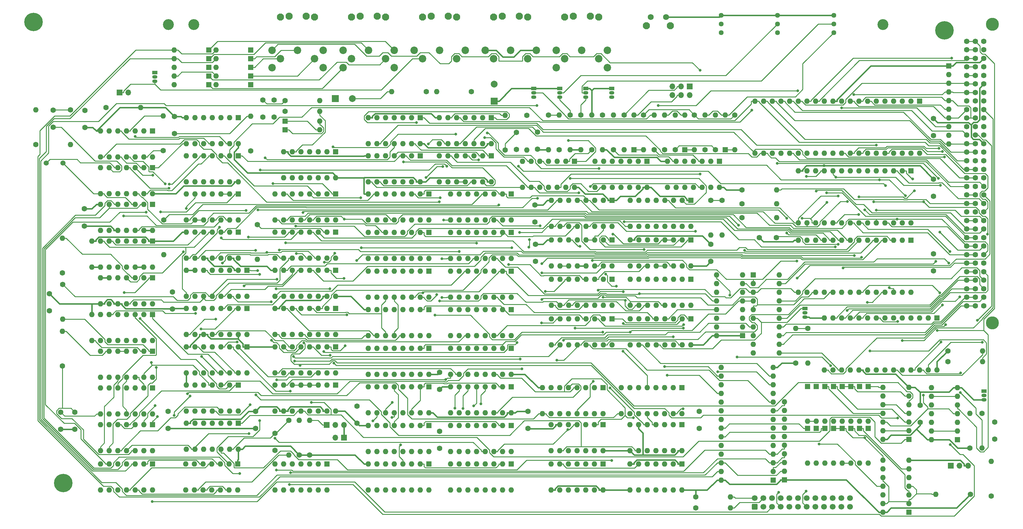
<source format=gbr>
%TF.GenerationSoftware,KiCad,Pcbnew,(6.0.10)*%
%TF.CreationDate,2023-03-31T21:36:48+03:00*%
%TF.ProjectId,delta48m,64656c74-6134-4386-9d2e-6b696361645f,1*%
%TF.SameCoordinates,Original*%
%TF.FileFunction,Copper,L1,Top*%
%TF.FilePolarity,Positive*%
%FSLAX46Y46*%
G04 Gerber Fmt 4.6, Leading zero omitted, Abs format (unit mm)*
G04 Created by KiCad (PCBNEW (6.0.10)) date 2023-03-31 21:36:48*
%MOMM*%
%LPD*%
G01*
G04 APERTURE LIST*
G04 Aperture macros list*
%AMRoundRect*
0 Rectangle with rounded corners*
0 $1 Rounding radius*
0 $2 $3 $4 $5 $6 $7 $8 $9 X,Y pos of 4 corners*
0 Add a 4 corners polygon primitive as box body*
4,1,4,$2,$3,$4,$5,$6,$7,$8,$9,$2,$3,0*
0 Add four circle primitives for the rounded corners*
1,1,$1+$1,$2,$3*
1,1,$1+$1,$4,$5*
1,1,$1+$1,$6,$7*
1,1,$1+$1,$8,$9*
0 Add four rect primitives between the rounded corners*
20,1,$1+$1,$2,$3,$4,$5,0*
20,1,$1+$1,$4,$5,$6,$7,0*
20,1,$1+$1,$6,$7,$8,$9,0*
20,1,$1+$1,$8,$9,$2,$3,0*%
G04 Aperture macros list end*
%TA.AperFunction,ComponentPad*%
%ADD10R,1.600000X1.600000*%
%TD*%
%TA.AperFunction,ComponentPad*%
%ADD11O,1.600000X1.600000*%
%TD*%
%TA.AperFunction,ComponentPad*%
%ADD12C,1.600000*%
%TD*%
%TA.AperFunction,ComponentPad*%
%ADD13C,2.100000*%
%TD*%
%TA.AperFunction,ComponentPad*%
%ADD14C,2.200000*%
%TD*%
%TA.AperFunction,ComponentPad*%
%ADD15R,1.700000X1.700000*%
%TD*%
%TA.AperFunction,ComponentPad*%
%ADD16O,1.700000X1.700000*%
%TD*%
%TA.AperFunction,ComponentPad*%
%ADD17R,1.500000X1.050000*%
%TD*%
%TA.AperFunction,ComponentPad*%
%ADD18O,1.500000X1.050000*%
%TD*%
%TA.AperFunction,ComponentPad*%
%ADD19C,1.440000*%
%TD*%
%TA.AperFunction,WasherPad*%
%ADD20C,3.800000*%
%TD*%
%TA.AperFunction,ComponentPad*%
%ADD21C,1.500000*%
%TD*%
%TA.AperFunction,ComponentPad*%
%ADD22C,1.750000*%
%TD*%
%TA.AperFunction,ComponentPad*%
%ADD23C,2.000000*%
%TD*%
%TA.AperFunction,ComponentPad*%
%ADD24R,2.000000X2.000000*%
%TD*%
%TA.AperFunction,ComponentPad*%
%ADD25RoundRect,0.250000X0.600000X-0.600000X0.600000X0.600000X-0.600000X0.600000X-0.600000X-0.600000X0*%
%TD*%
%TA.AperFunction,ComponentPad*%
%ADD26C,1.700000*%
%TD*%
%TA.AperFunction,ViaPad*%
%ADD27C,5.400000*%
%TD*%
%TA.AperFunction,ViaPad*%
%ADD28C,3.200000*%
%TD*%
%TA.AperFunction,ViaPad*%
%ADD29C,0.800000*%
%TD*%
%TA.AperFunction,Conductor*%
%ADD30C,0.250000*%
%TD*%
%TA.AperFunction,Conductor*%
%ADD31C,0.400000*%
%TD*%
G04 APERTURE END LIST*
D10*
%TO.P,U11,1*%
%TO.N,unconnected-(U11-Pad1)*%
X132597000Y-103922000D03*
D11*
%TO.P,U11,2*%
%TO.N,unconnected-(U11-Pad2)*%
X130057000Y-103922000D03*
%TO.P,U11,3*%
%TO.N,unconnected-(U11-Pad3)*%
X127517000Y-103922000D03*
%TO.P,U11,4*%
%TO.N,Net-(U11-Pad10)*%
X124977000Y-103922000D03*
%TO.P,U11,5*%
%TO.N,7MHZ*%
X122437000Y-103922000D03*
%TO.P,U11,6*%
%TO.N,Net-(U11-Pad12)*%
X119897000Y-103922000D03*
%TO.P,U11,7,GND*%
%TO.N,GND*%
X117357000Y-103922000D03*
%TO.P,U11,8*%
%TO.N,Net-(U11-Pad8)*%
X117357000Y-111542000D03*
%TO.P,U11,9*%
%TO.N,Net-(U11-Pad9)*%
X119897000Y-111542000D03*
%TO.P,U11,10*%
%TO.N,Net-(U11-Pad10)*%
X122437000Y-111542000D03*
%TO.P,U11,11*%
%TO.N,Net-(U1-Pad5)*%
X124977000Y-111542000D03*
%TO.P,U11,12*%
%TO.N,Net-(U11-Pad12)*%
X127517000Y-111542000D03*
%TO.P,U11,13*%
%TO.N,ZPRGBD*%
X130057000Y-111542000D03*
%TO.P,U11,14,VCC*%
%TO.N,+5V*%
X132597000Y-111542000D03*
%TD*%
D12*
%TO.P,R35,1*%
%TO.N,Net-(R35-Pad1)*%
X254512000Y-113310000D03*
D11*
%TO.P,R35,2*%
%TO.N,SYNCRO*%
X254512000Y-103150000D03*
%TD*%
D12*
%TO.P,R53,1*%
%TO.N,Net-(R53-Pad1)*%
X340618000Y-175413000D03*
D11*
%TO.P,R53,2*%
%TO.N,\u0427\u0422\u041F\u0417\u0423L*%
X350778000Y-175413000D03*
%TD*%
D10*
%TO.P,U57,1,Ds*%
%TO.N,unconnected-(U57-Pad1)*%
X239531000Y-193838000D03*
D11*
%TO.P,U57,2,P0*%
%TO.N,BD4*%
X236991000Y-193838000D03*
%TO.P,U57,3,P1*%
%TO.N,BD5*%
X234451000Y-193838000D03*
%TO.P,U57,4,P2*%
%TO.N,BD6*%
X231911000Y-193838000D03*
%TO.P,U57,5,P3*%
%TO.N,BD7*%
X229371000Y-193838000D03*
%TO.P,U57,6,Pe*%
%TO.N,+5V*%
X226831000Y-193838000D03*
%TO.P,U57,7,GND*%
%TO.N,GND*%
X224291000Y-193838000D03*
%TO.P,U57,8,OE*%
%TO.N,+5V*%
X224291000Y-201458000D03*
%TO.P,U57,9,Cp*%
%TO.N,ZPRGBD*%
X226831000Y-201458000D03*
%TO.P,U57,10,Q3*%
%TO.N,Net-(U57-Pad10)*%
X229371000Y-201458000D03*
%TO.P,U57,11,Q2*%
%TO.N,Net-(U57-Pad11)*%
X231911000Y-201458000D03*
%TO.P,U57,12,Q1*%
%TO.N,Net-(U57-Pad12)*%
X234451000Y-201458000D03*
%TO.P,U57,13,Q0*%
%TO.N,Net-(U57-Pad13)*%
X236991000Y-201458000D03*
%TO.P,U57,14,VCC*%
%TO.N,+5V*%
X239531000Y-201458000D03*
%TD*%
D10*
%TO.P,U27,1,OEa*%
%TO.N,GND*%
X161177000Y-182234100D03*
D11*
%TO.P,U27,2,A1*%
%TO.N,OZUMPN*%
X158637000Y-182234100D03*
%TO.P,U27,3,I3a*%
%TO.N,Net-(JP3-Pad2)*%
X156097000Y-182234100D03*
%TO.P,U27,4,I2a*%
X153557000Y-182234100D03*
%TO.P,U27,5,I1a*%
X151017000Y-182234100D03*
%TO.P,U27,6,I0a*%
X148477000Y-182234100D03*
%TO.P,U27,7,Za*%
%TO.N,ADR7*%
X145937000Y-182234100D03*
%TO.P,U27,8,GND*%
%TO.N,GND*%
X143397000Y-182234100D03*
%TO.P,U27,9,Zb*%
%TO.N,ADR6*%
X143397000Y-189854100D03*
%TO.P,U27,10,I0b*%
%TO.N,GND*%
X145937000Y-189854100D03*
%TO.P,U27,11,I1b*%
%TO.N,BA6*%
X148477000Y-189854100D03*
%TO.P,U27,12,I2b*%
%TO.N,A13*%
X151017000Y-189854100D03*
%TO.P,U27,13,I3b*%
%TO.N,A6*%
X153557000Y-189854100D03*
%TO.P,U27,14,A0*%
%TO.N,BMX*%
X156097000Y-189854100D03*
%TO.P,U27,15,OEb*%
%TO.N,GND*%
X158637000Y-189854100D03*
%TO.P,U27,16,VCC*%
%TO.N,+5V*%
X161177000Y-189854100D03*
%TD*%
D10*
%TO.P,U36,1,NC*%
%TO.N,unconnected-(U36-Pad1)*%
X188487000Y-182795500D03*
D11*
%TO.P,U36,2,Din*%
%TO.N,D5*%
X185947000Y-182795500D03*
%TO.P,U36,3,~{WRITE}*%
%TO.N,WEL*%
X183407000Y-182795500D03*
%TO.P,U36,4,~{RAS}*%
%TO.N,RASL*%
X180867000Y-182795500D03*
%TO.P,U36,5,A0*%
%TO.N,MUX1_Y1*%
X178327000Y-182795500D03*
%TO.P,U36,6,A2*%
%TO.N,MUX1_Y3*%
X175787000Y-182795500D03*
%TO.P,U36,7,A1*%
%TO.N,MUX1_Y2*%
X173247000Y-182795500D03*
%TO.P,U36,8,Vcc*%
%TO.N,+5V*%
X170707000Y-182795500D03*
%TO.P,U36,9,A7*%
%TO.N,MUX2_Y4*%
X170707000Y-190415500D03*
%TO.P,U36,10,A5*%
%TO.N,MUX2_Y2*%
X173247000Y-190415500D03*
%TO.P,U36,11,A4*%
%TO.N,MUX2_Y1*%
X175787000Y-190415500D03*
%TO.P,U36,12,A3*%
%TO.N,MUX1_Y4*%
X178327000Y-190415500D03*
%TO.P,U36,13,A6*%
%TO.N,MUX2_Y3*%
X180867000Y-190415500D03*
%TO.P,U36,14,Dout*%
%TO.N,D5*%
X183407000Y-190415500D03*
%TO.P,U36,15,~{CAS}*%
%TO.N,CASL*%
X185947000Y-190415500D03*
%TO.P,U36,16,Vss*%
%TO.N,GND*%
X188487000Y-190415500D03*
%TD*%
D13*
%TO.P,J3,*%
%TO.N,*%
X186647000Y-74487000D03*
X189147000Y-74187000D03*
X196647000Y-74487000D03*
X194147000Y-74187000D03*
D14*
%TO.P,J3,1*%
%TO.N,MAG_OUT*%
X184147000Y-84187000D03*
%TO.P,J3,2*%
%TO.N,GND*%
X191647000Y-84187000D03*
%TO.P,J3,3*%
%TO.N,MAG_IN*%
X199147000Y-84187000D03*
%TO.P,J3,4*%
%TO.N,AUDIO*%
X186647000Y-86687000D03*
%TO.P,J3,5*%
%TO.N,unconnected-(J3-Pad5)*%
X196647000Y-86687000D03*
%TD*%
D13*
%TO.P,J6,*%
%TO.N,*%
X168319000Y-74187000D03*
X173319000Y-74187000D03*
X165819000Y-74487000D03*
X175819000Y-74487000D03*
D14*
%TO.P,J6,1*%
%TO.N,Contact1*%
X163319000Y-84187000D03*
%TO.P,J6,2*%
%TO.N,Left1*%
X170819000Y-84187000D03*
%TO.P,J6,3*%
%TO.N,Right1*%
X178319000Y-84187000D03*
%TO.P,J6,4*%
%TO.N,Down1*%
X165819000Y-86687000D03*
%TO.P,J6,5*%
%TO.N,Up1*%
X175819000Y-86687000D03*
%TO.P,J6,6*%
%TO.N,Fire1*%
X163319000Y-89287000D03*
%TO.P,J6,7*%
%TO.N,unconnected-(J6-Pad7)*%
X178319000Y-89287000D03*
%TD*%
D10*
%TO.P,U3,1,~{R}*%
%TO.N,+5V*%
X107461000Y-129359000D03*
D11*
%TO.P,U3,2,D*%
%TO.N,7MHZ*%
X104921000Y-129359000D03*
%TO.P,U3,3,C*%
%TO.N,Net-(R1-Pad2)*%
X102381000Y-129359000D03*
%TO.P,U3,4,~{S}*%
%TO.N,+5V*%
X99841000Y-129359000D03*
%TO.P,U3,5,Q*%
%TO.N,Net-(U20-Pad3)*%
X97301000Y-129359000D03*
%TO.P,U3,6,~{Q}*%
%TO.N,7MHZ*%
X94761000Y-129359000D03*
%TO.P,U3,7,GND*%
%TO.N,GND*%
X92221000Y-129359000D03*
%TO.P,U3,8,~{Q}*%
%TO.N,ZPRGBD*%
X92221000Y-136979000D03*
%TO.P,U3,9,Q*%
%TO.N,unconnected-(U3-Pad9)*%
X94761000Y-136979000D03*
%TO.P,U3,10,~{S}*%
%TO.N,+5V*%
X97301000Y-136979000D03*
%TO.P,U3,11,C*%
%TO.N,7MHZ*%
X99841000Y-136979000D03*
%TO.P,U3,12,D*%
%TO.N,Net-(U1-Pad12)*%
X102381000Y-136979000D03*
%TO.P,U3,13,~{R}*%
%TO.N,+5V*%
X104921000Y-136979000D03*
%TO.P,U3,14,VCC*%
X107461000Y-136979000D03*
%TD*%
D15*
%TO.P,LS1,1,1*%
%TO.N,AUDIO*%
X97789000Y-96546000D03*
D16*
%TO.P,LS1,2,2*%
%TO.N,GND*%
X100329000Y-96546000D03*
%TD*%
D10*
%TO.P,U43,1,NC*%
%TO.N,unconnected-(U43-Pad1)*%
X212612000Y-148896400D03*
D11*
%TO.P,U43,2,Din*%
%TO.N,D2*%
X210072000Y-148896400D03*
%TO.P,U43,3,~{WRITE}*%
%TO.N,BWEL*%
X207532000Y-148896400D03*
%TO.P,U43,4,~{RAS}*%
%TO.N,BRASL*%
X204992000Y-148896400D03*
%TO.P,U43,5,A0*%
%TO.N,ADR0*%
X202452000Y-148896400D03*
%TO.P,U43,6,A2*%
%TO.N,ADR2*%
X199912000Y-148896400D03*
%TO.P,U43,7,A1*%
%TO.N,ADR1*%
X197372000Y-148896400D03*
%TO.P,U43,8,Vcc*%
%TO.N,+5V*%
X194832000Y-148896400D03*
%TO.P,U43,9,A7*%
%TO.N,ADR7*%
X194832000Y-156516400D03*
%TO.P,U43,10,A5*%
%TO.N,ADR5*%
X197372000Y-156516400D03*
%TO.P,U43,11,A4*%
%TO.N,ADR4*%
X199912000Y-156516400D03*
%TO.P,U43,12,A3*%
%TO.N,ADR3*%
X202452000Y-156516400D03*
%TO.P,U43,13,A6*%
%TO.N,ADR6*%
X204992000Y-156516400D03*
%TO.P,U43,14,Dout*%
%TO.N,BD2*%
X207532000Y-156516400D03*
%TO.P,U43,15,~{CAS}*%
%TO.N,BCASL*%
X210072000Y-156516400D03*
%TO.P,U43,16,Vss*%
%TO.N,GND*%
X212612000Y-156516400D03*
%TD*%
D12*
%TO.P,R5,1*%
%TO.N,BA2*%
X81030000Y-149378000D03*
D11*
%TO.P,R5,2*%
%TO.N,Net-(R5-Pad2)*%
X81030000Y-139218000D03*
%TD*%
D10*
%TO.P,U48,1,NC*%
%TO.N,unconnected-(U48-Pad1)*%
X212612000Y-205395000D03*
D11*
%TO.P,U48,2,Din*%
%TO.N,D7*%
X210072000Y-205395000D03*
%TO.P,U48,3,~{WRITE}*%
%TO.N,BWEL*%
X207532000Y-205395000D03*
%TO.P,U48,4,~{RAS}*%
%TO.N,BRASL*%
X204992000Y-205395000D03*
%TO.P,U48,5,A0*%
%TO.N,ADR0*%
X202452000Y-205395000D03*
%TO.P,U48,6,A2*%
%TO.N,ADR2*%
X199912000Y-205395000D03*
%TO.P,U48,7,A1*%
%TO.N,ADR1*%
X197372000Y-205395000D03*
%TO.P,U48,8,Vcc*%
%TO.N,+5V*%
X194832000Y-205395000D03*
%TO.P,U48,9,A7*%
%TO.N,ADR7*%
X194832000Y-213015000D03*
%TO.P,U48,10,A5*%
%TO.N,ADR5*%
X197372000Y-213015000D03*
%TO.P,U48,11,A4*%
%TO.N,ADR4*%
X199912000Y-213015000D03*
%TO.P,U48,12,A3*%
%TO.N,ADR3*%
X202452000Y-213015000D03*
%TO.P,U48,13,A6*%
%TO.N,ADR6*%
X204992000Y-213015000D03*
%TO.P,U48,14,Dout*%
%TO.N,BD7*%
X207532000Y-213015000D03*
%TO.P,U48,15,~{CAS}*%
%TO.N,BCASL*%
X210072000Y-213015000D03*
%TO.P,U48,16,Vss*%
%TO.N,GND*%
X212612000Y-213015000D03*
%TD*%
D10*
%TO.P,U64,1,Ds*%
%TO.N,unconnected-(U64-Pad1)*%
X262645000Y-193838000D03*
D11*
%TO.P,U64,2,P0*%
%TO.N,BD0*%
X260105000Y-193838000D03*
%TO.P,U64,3,P1*%
%TO.N,BD1*%
X257565000Y-193838000D03*
%TO.P,U64,4,P2*%
%TO.N,BD2*%
X255025000Y-193838000D03*
%TO.P,U64,5,P3*%
%TO.N,BD3*%
X252485000Y-193838000D03*
%TO.P,U64,6,Pe*%
%TO.N,+5V*%
X249945000Y-193838000D03*
%TO.P,U64,7,GND*%
%TO.N,GND*%
X247405000Y-193838000D03*
%TO.P,U64,8,OE*%
%TO.N,+5V*%
X247405000Y-201458000D03*
%TO.P,U64,9,Cp*%
%TO.N,ZPRGBD*%
X249945000Y-201458000D03*
%TO.P,U64,10,Q3*%
%TO.N,Net-(U64-Pad10)*%
X252485000Y-201458000D03*
%TO.P,U64,11,Q2*%
%TO.N,Net-(U64-Pad11)*%
X255025000Y-201458000D03*
%TO.P,U64,12,Q1*%
%TO.N,Net-(U64-Pad12)*%
X257565000Y-201458000D03*
%TO.P,U64,13,Q0*%
%TO.N,Net-(U64-Pad13)*%
X260105000Y-201458000D03*
%TO.P,U64,14,VCC*%
%TO.N,+5V*%
X262645000Y-201458000D03*
%TD*%
D12*
%TO.P,R54,1*%
%TO.N,+5V*%
X347095000Y-200686000D03*
D11*
%TO.P,R54,2*%
%TO.N,STROBL*%
X347095000Y-190526000D03*
%TD*%
D15*
%TO.P,JP1,1,A*%
%TO.N,Net-(JP1-Pad1)*%
X158515000Y-193955000D03*
D16*
%TO.P,JP1,2,C*%
%TO.N,Net-(JP1-Pad2)*%
X161055000Y-193955000D03*
%TO.P,JP1,3,B*%
%TO.N,GND*%
X163595000Y-193955000D03*
%TD*%
D12*
%TO.P,C23,1*%
%TO.N,+5V*%
X271149000Y-146036000D03*
%TO.P,C23,2*%
%TO.N,GND*%
X271149000Y-141036000D03*
%TD*%
%TO.P,C19,1*%
%TO.N,+5V*%
X219587000Y-134479000D03*
%TO.P,C19,2*%
%TO.N,GND*%
X219587000Y-129479000D03*
%TD*%
D17*
%TO.P,Q3,1,C*%
%TO.N,+5V*%
X219227000Y-95403000D03*
D18*
%TO.P,Q3,2,B*%
%TO.N,SYNCRO*%
X219227000Y-96673000D03*
%TO.P,Q3,3,E*%
%TO.N,Net-(Q3-Pad3)*%
X219227000Y-97943000D03*
%TD*%
D12*
%TO.P,R56,1*%
%TO.N,GND*%
X353318000Y-214783000D03*
D11*
%TO.P,R56,2*%
%TO.N,Net-(Q7-Pad2)*%
X353318000Y-204623000D03*
%TD*%
D10*
%TO.P,U23,1,OEa*%
%TO.N,GND*%
X161177000Y-137484300D03*
D11*
%TO.P,U23,2,A1*%
%TO.N,OZUMPN*%
X158637000Y-137484300D03*
%TO.P,U23,3,I3a*%
%TO.N,A0*%
X156097000Y-137484300D03*
%TO.P,U23,4,I2a*%
%TO.N,A7*%
X153557000Y-137484300D03*
%TO.P,U23,5,I1a*%
%TO.N,BA0*%
X151017000Y-137484300D03*
%TO.P,U23,6,I0a*%
%TO.N,BA7*%
X148477000Y-137484300D03*
%TO.P,U23,7,Za*%
%TO.N,ADR0*%
X145937000Y-137484300D03*
%TO.P,U23,8,GND*%
%TO.N,GND*%
X143397000Y-137484300D03*
%TO.P,U23,9,Zb*%
%TO.N,ADR1*%
X143397000Y-145104300D03*
%TO.P,U23,10,I0b*%
%TO.N,BA8*%
X145937000Y-145104300D03*
%TO.P,U23,11,I1b*%
%TO.N,BA1*%
X148477000Y-145104300D03*
%TO.P,U23,12,I2b*%
%TO.N,A8*%
X151017000Y-145104300D03*
%TO.P,U23,13,I3b*%
%TO.N,A1*%
X153557000Y-145104300D03*
%TO.P,U23,14,A0*%
%TO.N,BMX*%
X156097000Y-145104300D03*
%TO.P,U23,15,OEb*%
%TO.N,GND*%
X158637000Y-145104300D03*
%TO.P,U23,16,VCC*%
%TO.N,+5V*%
X161177000Y-145104300D03*
%TD*%
D10*
%TO.P,U49,1*%
%TO.N,Net-(U10-Pad3)*%
X231144000Y-116749000D03*
D11*
%TO.P,U49,2*%
%TO.N,\u0422\u0410\u041A\u0422*%
X228604000Y-116749000D03*
%TO.P,U49,3*%
%TO.N,unconnected-(U49-Pad3)*%
X226064000Y-116749000D03*
%TO.P,U49,4*%
%TO.N,unconnected-(U49-Pad4)*%
X223524000Y-116749000D03*
%TO.P,U49,5*%
%TO.N,A14*%
X220984000Y-116749000D03*
%TO.P,U49,6*%
%TO.N,Net-(U29-Pad2)*%
X218444000Y-116749000D03*
%TO.P,U49,7,GND*%
%TO.N,GND*%
X215904000Y-116749000D03*
%TO.P,U49,8*%
%TO.N,Net-(U30-Pad8)*%
X215904000Y-124369000D03*
%TO.P,U49,9*%
%TO.N,VIBOZUL*%
X218444000Y-124369000D03*
%TO.P,U49,10*%
%TO.N,unconnected-(U49-Pad10)*%
X220984000Y-124369000D03*
%TO.P,U49,11*%
%TO.N,unconnected-(U49-Pad11)*%
X223524000Y-124369000D03*
%TO.P,U49,12*%
%TO.N,Net-(U49-Pad12)*%
X226064000Y-124369000D03*
%TO.P,U49,13*%
%TO.N,Net-(U14-Pad3)*%
X228604000Y-124369000D03*
%TO.P,U49,14,VCC*%
%TO.N,+5V*%
X231144000Y-124369000D03*
%TD*%
D12*
%TO.P,C30,1*%
%TO.N,+5V*%
X354334000Y-198106000D03*
%TO.P,C30,2*%
%TO.N,GND*%
X354334000Y-193106000D03*
%TD*%
D10*
%TO.P,U33,1,NC*%
%TO.N,unconnected-(U33-Pad1)*%
X188487000Y-148896400D03*
D11*
%TO.P,U33,2,Din*%
%TO.N,D2*%
X185947000Y-148896400D03*
%TO.P,U33,3,~{WRITE}*%
%TO.N,WEL*%
X183407000Y-148896400D03*
%TO.P,U33,4,~{RAS}*%
%TO.N,RASL*%
X180867000Y-148896400D03*
%TO.P,U33,5,A0*%
%TO.N,MUX1_Y1*%
X178327000Y-148896400D03*
%TO.P,U33,6,A2*%
%TO.N,MUX1_Y3*%
X175787000Y-148896400D03*
%TO.P,U33,7,A1*%
%TO.N,MUX1_Y2*%
X173247000Y-148896400D03*
%TO.P,U33,8,Vcc*%
%TO.N,+5V*%
X170707000Y-148896400D03*
%TO.P,U33,9,A7*%
%TO.N,MUX2_Y4*%
X170707000Y-156516400D03*
%TO.P,U33,10,A5*%
%TO.N,MUX2_Y2*%
X173247000Y-156516400D03*
%TO.P,U33,11,A4*%
%TO.N,MUX2_Y1*%
X175787000Y-156516400D03*
%TO.P,U33,12,A3*%
%TO.N,MUX1_Y4*%
X178327000Y-156516400D03*
%TO.P,U33,13,A6*%
%TO.N,MUX2_Y3*%
X180867000Y-156516400D03*
%TO.P,U33,14,Dout*%
%TO.N,D2*%
X183407000Y-156516400D03*
%TO.P,U33,15,~{CAS}*%
%TO.N,CASL*%
X185947000Y-156516400D03*
%TO.P,U33,16,Vss*%
%TO.N,GND*%
X188487000Y-156516400D03*
%TD*%
D12*
%TO.P,C10,1*%
%TO.N,Net-(C10-Pad1)*%
X143133000Y-98745000D03*
%TO.P,C10,2*%
%TO.N,Net-(C10-Pad2)*%
X143133000Y-103745000D03*
%TD*%
D10*
%TO.P,U38,1,NC*%
%TO.N,unconnected-(U38-Pad1)*%
X188487000Y-205395000D03*
D11*
%TO.P,U38,2,Din*%
%TO.N,D7*%
X185947000Y-205395000D03*
%TO.P,U38,3,~{WRITE}*%
%TO.N,WEL*%
X183407000Y-205395000D03*
%TO.P,U38,4,~{RAS}*%
%TO.N,RASL*%
X180867000Y-205395000D03*
%TO.P,U38,5,A0*%
%TO.N,MUX1_Y1*%
X178327000Y-205395000D03*
%TO.P,U38,6,A2*%
%TO.N,MUX1_Y3*%
X175787000Y-205395000D03*
%TO.P,U38,7,A1*%
%TO.N,MUX1_Y2*%
X173247000Y-205395000D03*
%TO.P,U38,8,Vcc*%
%TO.N,+5V*%
X170707000Y-205395000D03*
%TO.P,U38,9,A7*%
%TO.N,MUX2_Y4*%
X170707000Y-213015000D03*
%TO.P,U38,10,A5*%
%TO.N,MUX2_Y2*%
X173247000Y-213015000D03*
%TO.P,U38,11,A4*%
%TO.N,MUX2_Y1*%
X175787000Y-213015000D03*
%TO.P,U38,12,A3*%
%TO.N,MUX1_Y4*%
X178327000Y-213015000D03*
%TO.P,U38,13,A6*%
%TO.N,MUX2_Y3*%
X180867000Y-213015000D03*
%TO.P,U38,14,Dout*%
%TO.N,D7*%
X183407000Y-213015000D03*
%TO.P,U38,15,~{CAS}*%
%TO.N,CASL*%
X185947000Y-213015000D03*
%TO.P,U38,16,Vss*%
%TO.N,GND*%
X188487000Y-213015000D03*
%TD*%
D12*
%TO.P,R46,1*%
%TO.N,Net-(R45-Pad1)*%
X274451000Y-128169000D03*
D11*
%TO.P,R46,2*%
%TO.N,+5V*%
X274451000Y-138329000D03*
%TD*%
D10*
%TO.P,U59,1,~{Mr}*%
%TO.N,+5V*%
X265317000Y-128179000D03*
D11*
%TO.P,U59,2,Q0*%
%TO.N,Net-(R21-Pad1)*%
X262777000Y-128179000D03*
%TO.P,U59,3,~{Q0}*%
%TO.N,unconnected-(U59-Pad3)*%
X260237000Y-128179000D03*
%TO.P,U59,4,D0*%
%TO.N,D3*%
X257697000Y-128179000D03*
%TO.P,U59,5,D3*%
%TO.N,unconnected-(U59-Pad5)*%
X255157000Y-128179000D03*
%TO.P,U59,6,~{Q1}*%
%TO.N,unconnected-(U59-Pad6)*%
X252617000Y-128179000D03*
%TO.P,U59,7,Q1*%
%TO.N,unconnected-(U59-Pad7)*%
X250077000Y-128179000D03*
%TO.P,U59,8,GND*%
%TO.N,GND*%
X247537000Y-128179000D03*
%TO.P,U59,9,Cp*%
%TO.N,ZPRG+*%
X247537000Y-135799000D03*
%TO.P,U59,10,Q2*%
%TO.N,unconnected-(U59-Pad10)*%
X250077000Y-135799000D03*
%TO.P,U59,11,~{Q2}*%
%TO.N,unconnected-(U59-Pad11)*%
X252617000Y-135799000D03*
%TO.P,U59,12,D1*%
%TO.N,unconnected-(U59-Pad12)*%
X255157000Y-135799000D03*
%TO.P,U59,13,D2*%
%TO.N,unconnected-(U59-Pad13)*%
X257697000Y-135799000D03*
%TO.P,U59,14,~{Q3}*%
%TO.N,unconnected-(U59-Pad14)*%
X260237000Y-135799000D03*
%TO.P,U59,15,Q3*%
%TO.N,unconnected-(U59-Pad15)*%
X262777000Y-135799000D03*
%TO.P,U59,16,VCC*%
%TO.N,+5V*%
X265317000Y-135799000D03*
%TD*%
D19*
%TO.P,RV42,1,1*%
%TO.N,YR*%
X274197000Y-79018000D03*
%TO.P,RV42,2,2*%
%TO.N,Net-(Q6-Pad2)*%
X274197000Y-76478000D03*
%TO.P,RV42,3,3*%
%TO.N,GND*%
X274197000Y-73938000D03*
%TD*%
D12*
%TO.P,R51,1*%
%TO.N,Net-(Q8-Pad2)*%
X299597000Y-165634000D03*
D11*
%TO.P,R51,2*%
%TO.N,Net-(R51-Pad2)*%
X299597000Y-175794000D03*
%TD*%
D10*
%TO.P,U7,1*%
%TO.N,Net-(C3-Pad2)*%
X107461000Y-172359000D03*
D11*
%TO.P,U7,2*%
%TO.N,Net-(U18-Pad8)*%
X104921000Y-172359000D03*
%TO.P,U7,3*%
%TO.N,Net-(U6-Pad2)*%
X102381000Y-172359000D03*
%TO.P,U7,4*%
%TO.N,Net-(U7-Pad4)*%
X99841000Y-172359000D03*
%TO.P,U7,5*%
X97301000Y-172359000D03*
%TO.P,U7,6*%
%TO.N,Net-(R6-Pad2)*%
X94761000Y-172359000D03*
%TO.P,U7,7,GND*%
%TO.N,GND*%
X92221000Y-172359000D03*
%TO.P,U7,8*%
%TO.N,Net-(C4-Pad2)*%
X92221000Y-179979000D03*
%TO.P,U7,9*%
%TO.N,Net-(U6-Pad10)*%
X94761000Y-179979000D03*
%TO.P,U7,10*%
%TO.N,Net-(U7-Pad10)*%
X97301000Y-179979000D03*
%TO.P,U7,11*%
%TO.N,Net-(U7-Pad11)*%
X99841000Y-179979000D03*
%TO.P,U7,12*%
%TO.N,Net-(U7-Pad12)*%
X102381000Y-179979000D03*
%TO.P,U7,13*%
%TO.N,Net-(U18-Pad4)*%
X104921000Y-179979000D03*
%TO.P,U7,14,VCC*%
%TO.N,+5V*%
X107461000Y-179979000D03*
%TD*%
D10*
%TO.P,U30,1*%
%TO.N,Net-(U29-Pad10)*%
X185937000Y-115109400D03*
D11*
%TO.P,U30,2*%
%TO.N,OZUMPN*%
X183397000Y-115109400D03*
%TO.P,U30,3*%
%TO.N,VIBOZUL*%
X180857000Y-115109400D03*
%TO.P,U30,4*%
%TO.N,Net-(U30-Pad4)*%
X178317000Y-115109400D03*
%TO.P,U30,5*%
%TO.N,GND*%
X175777000Y-115109400D03*
%TO.P,U30,6*%
%TO.N,\u0417\u041FL*%
X173237000Y-115109400D03*
%TO.P,U30,7,GND*%
%TO.N,GND*%
X170697000Y-115109400D03*
%TO.P,U30,8*%
%TO.N,Net-(U30-Pad8)*%
X170697000Y-122729400D03*
%TO.P,U30,9*%
%TO.N,\u0417\u041FL*%
X173237000Y-122729400D03*
%TO.P,U30,10*%
%TO.N,ZPRG+*%
X175777000Y-122729400D03*
%TO.P,U30,11*%
%TO.N,\u041E\u0417\u0423L*%
X178317000Y-122729400D03*
%TO.P,U30,12*%
%TO.N,Net-(U29-Pad12)*%
X180857000Y-122729400D03*
%TO.P,U30,13*%
%TO.N,OZUMPN*%
X183397000Y-122729400D03*
%TO.P,U30,14,VCC*%
%TO.N,+5V*%
X185937000Y-122729400D03*
%TD*%
D10*
%TO.P,D26,1,K*%
%TO.N,Contact2*%
X309630000Y-182652000D03*
D11*
%TO.P,D26,2,A*%
%TO.N,KBD18*%
X309630000Y-192812000D03*
%TD*%
D10*
%TO.P,D1,1,K*%
%TO.N,Right1*%
X123956000Y-84100000D03*
D11*
%TO.P,D1,2,A*%
%TO.N,JOY4*%
X113796000Y-84100000D03*
%TD*%
D12*
%TO.P,C16,1*%
%TO.N,+5V*%
X191647000Y-183541000D03*
%TO.P,C16,2*%
%TO.N,GND*%
X191647000Y-178541000D03*
%TD*%
D10*
%TO.P,U47,1,NC*%
%TO.N,unconnected-(U47-Pad1)*%
X212612000Y-194095300D03*
D11*
%TO.P,U47,2,Din*%
%TO.N,D6*%
X210072000Y-194095300D03*
%TO.P,U47,3,~{WRITE}*%
%TO.N,BWEL*%
X207532000Y-194095300D03*
%TO.P,U47,4,~{RAS}*%
%TO.N,BRASL*%
X204992000Y-194095300D03*
%TO.P,U47,5,A0*%
%TO.N,ADR0*%
X202452000Y-194095300D03*
%TO.P,U47,6,A2*%
%TO.N,ADR2*%
X199912000Y-194095300D03*
%TO.P,U47,7,A1*%
%TO.N,ADR1*%
X197372000Y-194095300D03*
%TO.P,U47,8,Vcc*%
%TO.N,+5V*%
X194832000Y-194095300D03*
%TO.P,U47,9,A7*%
%TO.N,ADR7*%
X194832000Y-201715300D03*
%TO.P,U47,10,A5*%
%TO.N,ADR5*%
X197372000Y-201715300D03*
%TO.P,U47,11,A4*%
%TO.N,ADR4*%
X199912000Y-201715300D03*
%TO.P,U47,12,A3*%
%TO.N,ADR3*%
X202452000Y-201715300D03*
%TO.P,U47,13,A6*%
%TO.N,ADR6*%
X204992000Y-201715300D03*
%TO.P,U47,14,Dout*%
%TO.N,BD6*%
X207532000Y-201715300D03*
%TO.P,U47,15,~{CAS}*%
%TO.N,BCASL*%
X210072000Y-201715300D03*
%TO.P,U47,16,Vss*%
%TO.N,GND*%
X212612000Y-201715300D03*
%TD*%
D12*
%TO.P,R8,1*%
%TO.N,Net-(R8-Pad1)*%
X110621000Y-113564000D03*
D11*
%TO.P,R8,2*%
%TO.N,Net-(C32-Pad2)*%
X110621000Y-103404000D03*
%TD*%
D12*
%TO.P,R41,1*%
%TO.N,Net-(R34-Pad1)*%
X278134000Y-103150000D03*
D11*
%TO.P,R41,2*%
%TO.N,Net-(D13-Pad1)*%
X278134000Y-113310000D03*
%TD*%
D10*
%TO.P,U52,1,~{Mr}*%
%TO.N,+5V*%
X242203000Y-128179000D03*
D11*
%TO.P,U52,2,Q0*%
%TO.N,Net-(U52-Pad2)*%
X239663000Y-128179000D03*
%TO.P,U52,3,~{Q0}*%
%TO.N,unconnected-(U52-Pad3)*%
X237123000Y-128179000D03*
%TO.P,U52,4,D0*%
%TO.N,D0*%
X234583000Y-128179000D03*
%TO.P,U52,5,D3*%
%TO.N,D4*%
X232043000Y-128179000D03*
%TO.P,U52,6,~{Q1}*%
%TO.N,unconnected-(U52-Pad6)*%
X229503000Y-128179000D03*
%TO.P,U52,7,Q1*%
%TO.N,UZVUK*%
X226963000Y-128179000D03*
%TO.P,U52,8,GND*%
%TO.N,GND*%
X224423000Y-128179000D03*
%TO.P,U52,9,Cp*%
%TO.N,ZPRG+*%
X224423000Y-135799000D03*
%TO.P,U52,10,Q2*%
%TO.N,Net-(U52-Pad10)*%
X226963000Y-135799000D03*
%TO.P,U52,11,~{Q2}*%
%TO.N,unconnected-(U52-Pad11)*%
X229503000Y-135799000D03*
%TO.P,U52,12,D1*%
%TO.N,D1*%
X232043000Y-135799000D03*
%TO.P,U52,13,D2*%
%TO.N,D2*%
X234583000Y-135799000D03*
%TO.P,U52,14,~{Q3}*%
%TO.N,unconnected-(U52-Pad14)*%
X237123000Y-135799000D03*
%TO.P,U52,15,Q3*%
%TO.N,Net-(U52-Pad15)*%
X239663000Y-135799000D03*
%TO.P,U52,16,VCC*%
%TO.N,+5V*%
X242203000Y-135799000D03*
%TD*%
D12*
%TO.P,R15,1*%
%TO.N,\u0422\u0410\u041A\u0422*%
X236224000Y-113310000D03*
D11*
%TO.P,R15,2*%
%TO.N,+5V*%
X236224000Y-103150000D03*
%TD*%
D15*
%TO.P,JP3,1,A*%
%TO.N,GND*%
X163565000Y-197638000D03*
D16*
%TO.P,JP3,2,B*%
%TO.N,Net-(JP3-Pad2)*%
X161025000Y-197638000D03*
%TD*%
D10*
%TO.P,D23,1,K*%
%TO.N,RA8*%
X302010000Y-182652000D03*
D11*
%TO.P,D23,2,A*%
%TO.N,KBD14*%
X302010000Y-192812000D03*
%TD*%
D10*
%TO.P,U39,1*%
%TO.N,Net-(U39-Pad1)*%
X206765000Y-103922000D03*
D11*
%TO.P,U39,2*%
%TO.N,Net-(C21-Pad1)*%
X204225000Y-103922000D03*
%TO.P,U39,3*%
%TO.N,MUX_S*%
X201685000Y-103922000D03*
%TO.P,U39,4*%
%TO.N,GND*%
X199145000Y-103922000D03*
%TO.P,U39,5*%
%TO.N,\u041E\u0417\u0423L*%
X196605000Y-103922000D03*
%TO.P,U39,6*%
%TO.N,RASL*%
X194065000Y-103922000D03*
%TO.P,U39,7,GND*%
%TO.N,GND*%
X191525000Y-103922000D03*
%TO.P,U39,8*%
%TO.N,CASL*%
X191525000Y-111542000D03*
%TO.P,U39,9*%
%TO.N,RASL*%
X194065000Y-111542000D03*
%TO.P,U39,10*%
%TO.N,Net-(C22-Pad1)*%
X196605000Y-111542000D03*
%TO.P,U39,11*%
%TO.N,WEL*%
X199145000Y-111542000D03*
%TO.P,U39,12*%
%TO.N,\u0417\u041FL*%
X201685000Y-111542000D03*
%TO.P,U39,13*%
%TO.N,GND*%
X204225000Y-111542000D03*
%TO.P,U39,14,VCC*%
%TO.N,+5V*%
X206765000Y-111542000D03*
%TD*%
D12*
%TO.P,C22,1*%
%TO.N,Net-(C22-Pad1)*%
X220349000Y-108151200D03*
%TO.P,C22,2*%
%TO.N,GND*%
X220349000Y-113151200D03*
%TD*%
D10*
%TO.P,D9,1,K*%
%TO.N,Up2*%
X136275000Y-91720000D03*
D11*
%TO.P,D9,2,A*%
%TO.N,JOY6*%
X126115000Y-91720000D03*
%TD*%
D12*
%TO.P,C25,1*%
%TO.N,\u0421\u0411\u0420\u041E\u0421L*%
X290326000Y-139091000D03*
%TO.P,C25,2*%
%TO.N,GND*%
X285326000Y-139091000D03*
%TD*%
D10*
%TO.P,U10,1*%
%TO.N,Net-(U10-Pad1)*%
X107456000Y-205395000D03*
D11*
%TO.P,U10,2*%
%TO.N,Net-(U10-Pad2)*%
X104916000Y-205395000D03*
%TO.P,U10,3*%
%TO.N,Net-(U10-Pad3)*%
X102376000Y-205395000D03*
%TO.P,U10,4*%
%TO.N,Net-(U10-Pad4)*%
X99836000Y-205395000D03*
%TO.P,U10,5*%
%TO.N,Net-(U10-Pad5)*%
X97296000Y-205395000D03*
%TO.P,U10,6*%
%TO.N,Net-(U10-Pad12)*%
X94756000Y-205395000D03*
%TO.P,U10,7,GND*%
%TO.N,GND*%
X92216000Y-205395000D03*
%TO.P,U10,8*%
%TO.N,unconnected-(U10-Pad8)*%
X92216000Y-213015000D03*
%TO.P,U10,9*%
%TO.N,unconnected-(U10-Pad9)*%
X94756000Y-213015000D03*
%TO.P,U10,10*%
%TO.N,unconnected-(U10-Pad10)*%
X97296000Y-213015000D03*
%TO.P,U10,11*%
%TO.N,Net-(U10-Pad11)*%
X99836000Y-213015000D03*
%TO.P,U10,12*%
%TO.N,Net-(U10-Pad12)*%
X102376000Y-213015000D03*
%TO.P,U10,13*%
%TO.N,Net-(U10-Pad13)*%
X104916000Y-213015000D03*
%TO.P,U10,14,VCC*%
%TO.N,+5V*%
X107456000Y-213015000D03*
%TD*%
D10*
%TO.P,U61,1,I1b*%
%TO.N,Net-(U61-Pad1)*%
X265317000Y-151293000D03*
D11*
%TO.P,U61,2,I1a*%
%TO.N,Net-(U61-Pad2)*%
X262777000Y-151293000D03*
%TO.P,U61,3,I0a*%
%TO.N,Net-(U60-Pad6)*%
X260237000Y-151293000D03*
%TO.P,U61,4,I0b*%
%TO.N,Net-(U60-Pad5)*%
X257697000Y-151293000D03*
%TO.P,U61,5,I1c*%
%TO.N,Net-(U61-Pad5)*%
X255157000Y-151293000D03*
%TO.P,U61,6,I1d*%
%TO.N,Net-(U61-Pad6)*%
X252617000Y-151293000D03*
%TO.P,U61,7,I0d*%
%TO.N,Net-(U60-Pad10)*%
X250077000Y-151293000D03*
%TO.P,U61,8,GND*%
%TO.N,GND*%
X247537000Y-151293000D03*
%TO.P,U61,9,I0c*%
%TO.N,Net-(U53-Pad6)*%
X247537000Y-158913000D03*
%TO.P,U61,10,S*%
%TO.N,ZPVDN*%
X250077000Y-158913000D03*
%TO.P,U61,11,Cp*%
%TO.N,7MHZ*%
X252617000Y-158913000D03*
%TO.P,U61,12,Qd*%
%TO.N,Net-(U60-Pad10)*%
X255157000Y-158913000D03*
%TO.P,U61,13,Qc*%
%TO.N,Net-(U53-Pad6)*%
X257697000Y-158913000D03*
%TO.P,U61,14,Qb*%
%TO.N,Net-(U60-Pad5)*%
X260237000Y-158913000D03*
%TO.P,U61,15,Qa*%
%TO.N,Net-(U60-Pad6)*%
X262777000Y-158913000D03*
%TO.P,U61,16,VCC*%
%TO.N,+5V*%
X265317000Y-158913000D03*
%TD*%
D10*
%TO.P,U29,1*%
%TO.N,A15*%
X185937000Y-103922000D03*
D11*
%TO.P,U29,2*%
%TO.N,Net-(U29-Pad2)*%
X183397000Y-103922000D03*
%TO.P,U29,3*%
%TO.N,Net-(U29-Pad12)*%
X180857000Y-103922000D03*
%TO.P,U29,4*%
%TO.N,unconnected-(U29-Pad4)*%
X178317000Y-103922000D03*
%TO.P,U29,5*%
%TO.N,unconnected-(U29-Pad5)*%
X175777000Y-103922000D03*
%TO.P,U29,6*%
%TO.N,unconnected-(U29-Pad6)*%
X173237000Y-103922000D03*
%TO.P,U29,7,GND*%
%TO.N,GND*%
X170697000Y-103922000D03*
%TO.P,U29,8*%
%TO.N,CHTRGL*%
X170697000Y-111542000D03*
%TO.P,U29,9*%
%TO.N,\u0427\u0422L*%
X173237000Y-111542000D03*
%TO.P,U29,10*%
%TO.N,Net-(U29-Pad10)*%
X175777000Y-111542000D03*
%TO.P,U29,11*%
%TO.N,VOZUL*%
X178317000Y-111542000D03*
%TO.P,U29,12*%
%TO.N,Net-(U29-Pad12)*%
X180857000Y-111542000D03*
%TO.P,U29,13*%
%TO.N,OZUMPN*%
X183397000Y-111542000D03*
%TO.P,U29,14,VCC*%
%TO.N,+5V*%
X185937000Y-111542000D03*
%TD*%
D10*
%TO.P,U8,1*%
%TO.N,Net-(U7-Pad4)*%
X107461000Y-183109000D03*
D11*
%TO.P,U8,2*%
%TO.N,Net-(U7-Pad12)*%
X104921000Y-183109000D03*
%TO.P,U8,3*%
%TO.N,Net-(U10-Pad4)*%
X102381000Y-183109000D03*
%TO.P,U8,4*%
%TO.N,Net-(U10-Pad5)*%
X99841000Y-183109000D03*
%TO.P,U8,5*%
%TO.N,Net-(U5-Pad5)*%
X97301000Y-183109000D03*
%TO.P,U8,6*%
%TO.N,Net-(U6-Pad10)*%
X94761000Y-183109000D03*
%TO.P,U8,7,VSS*%
%TO.N,GND*%
X92221000Y-183109000D03*
%TO.P,U8,8*%
%TO.N,Net-(C4-Pad2)*%
X92221000Y-190729000D03*
%TO.P,U8,9*%
%TO.N,Net-(U6-Pad10)*%
X94761000Y-190729000D03*
%TO.P,U8,10*%
%TO.N,Net-(U15-Pad15)*%
X97301000Y-190729000D03*
%TO.P,U8,11*%
%TO.N,Net-(U7-Pad11)*%
X99841000Y-190729000D03*
%TO.P,U8,12*%
%TO.N,Net-(U6-Pad11)*%
X102381000Y-190729000D03*
%TO.P,U8,13*%
%TO.N,Net-(U7-Pad4)*%
X104921000Y-190729000D03*
%TO.P,U8,14,VDD*%
%TO.N,+5V*%
X107461000Y-190729000D03*
%TD*%
D10*
%TO.P,D22,1,K*%
%TO.N,RA15*%
X299470000Y-182652000D03*
D11*
%TO.P,D22,2,A*%
%TO.N,KBD14*%
X299470000Y-192812000D03*
%TD*%
D12*
%TO.P,R34,1*%
%TO.N,Net-(R34-Pad1)*%
X251417200Y-103150000D03*
D11*
%TO.P,R34,2*%
%TO.N,Net-(D11-Pad1)*%
X251417200Y-113310000D03*
%TD*%
D10*
%TO.P,U72,1,\u0420\u041F*%
%TO.N,unconnected-(U72-Pad1)*%
X337443000Y-162586000D03*
D11*
%TO.P,U72,2,\u04108*%
%TO.N,A15*%
X334903000Y-162586000D03*
%TO.P,U72,3,\u04107*%
%TO.N,A14*%
X332363000Y-162586000D03*
%TO.P,U72,4,\u04106*%
%TO.N,A13*%
X329823000Y-162586000D03*
%TO.P,U72,5,\u04105*%
%TO.N,A12*%
X327283000Y-162586000D03*
%TO.P,U72,6,\u04104*%
%TO.N,A11*%
X324743000Y-162586000D03*
%TO.P,U72,7,\u04103*%
%TO.N,A10*%
X322203000Y-162586000D03*
%TO.P,U72,8,\u04102*%
%TO.N,A9*%
X319663000Y-162586000D03*
%TO.P,U72,9,\u04101*%
%TO.N,A8*%
X317123000Y-162586000D03*
%TO.P,U72,10,\u04128*%
%TO.N,B22_SNP*%
X314583000Y-162586000D03*
%TO.P,U72,11,\u04127*%
%TO.N,B28_SNP*%
X312043000Y-162586000D03*
%TO.P,U72,12,\u04126*%
%TO.N,A28_SNP*%
X309503000Y-162586000D03*
%TO.P,U72,13,\u04125*%
%TO.N,B29_SNP*%
X306963000Y-162586000D03*
%TO.P,U72,14,GND*%
%TO.N,GND*%
X304423000Y-162586000D03*
%TO.P,U72,15,\u04124*%
%TO.N,B21_SNP*%
X304423000Y-177826000D03*
%TO.P,U72,16,\u04123*%
%TO.N,Net-(U66-Pad9)*%
X306963000Y-177826000D03*
%TO.P,U72,17,\u04122*%
%TO.N,Net-(U67-Pad11)*%
X309503000Y-177826000D03*
%TO.P,U72,18,\u04121*%
%TO.N,Net-(R51-Pad2)*%
X312043000Y-177826000D03*
%TO.P,U72,19,\u0420\u0412*%
%TO.N,GND*%
X314583000Y-177826000D03*
%TO.P,U72,20,\u041016*%
%TO.N,unconnected-(U72-Pad20)*%
X317123000Y-177826000D03*
%TO.P,U72,21,\u041015*%
%TO.N,unconnected-(U72-Pad21)*%
X319663000Y-177826000D03*
%TO.P,U72,22,\u041014*%
%TO.N,unconnected-(U72-Pad22)*%
X322203000Y-177826000D03*
%TO.P,U72,23,\u041013*%
%TO.N,BUSY*%
X324743000Y-177826000D03*
%TO.P,U72,24,\u041012*%
%TO.N,A1*%
X327283000Y-177826000D03*
%TO.P,U72,25,\u041011*%
%TO.N,\u0417\u041FL*%
X329823000Y-177826000D03*
%TO.P,U72,26,\u041010*%
%TO.N,\u0427\u0422L*%
X332363000Y-177826000D03*
%TO.P,U72,27,\u04109*%
%TO.N,\u0412\u0423L*%
X334903000Y-177826000D03*
%TO.P,U72,28,Vcc*%
%TO.N,+5V*%
X337443000Y-177826000D03*
%TD*%
D12*
%TO.P,R30,1*%
%TO.N,RED*%
X239399000Y-103150000D03*
D11*
%TO.P,R30,2*%
%TO.N,GND*%
X239399000Y-113310000D03*
%TD*%
D10*
%TO.P,U13,1*%
%TO.N,Net-(U10-Pad12)*%
X132597000Y-126296900D03*
D11*
%TO.P,U13,2*%
%TO.N,Net-(U11-Pad8)*%
X130057000Y-126296900D03*
%TO.P,U13,3*%
X127517000Y-126296900D03*
%TO.P,U13,4*%
%TO.N,BA0*%
X124977000Y-126296900D03*
%TO.P,U13,5*%
%TO.N,Net-(U1-Pad9)*%
X122437000Y-126296900D03*
%TO.P,U13,6*%
%TO.N,Net-(U10-Pad13)*%
X119897000Y-126296900D03*
%TO.P,U13,7,GND*%
%TO.N,GND*%
X117357000Y-126296900D03*
%TO.P,U13,8*%
%TO.N,Net-(R10-Pad1)*%
X117357000Y-133916900D03*
%TO.P,U13,9*%
%TO.N,Net-(U13-Pad10)*%
X119897000Y-133916900D03*
%TO.P,U13,10*%
X122437000Y-133916900D03*
%TO.P,U13,11*%
%TO.N,Net-(U13-Pad11)*%
X124977000Y-133916900D03*
%TO.P,U13,12*%
%TO.N,Net-(U1-Pad12)*%
X127517000Y-133916900D03*
%TO.P,U13,13*%
%TO.N,Net-(U13-Pad11)*%
X130057000Y-133916900D03*
%TO.P,U13,14,VCC*%
%TO.N,+5V*%
X132597000Y-133916900D03*
%TD*%
D10*
%TO.P,D30,1,K*%
%TO.N,Net-(C11-Pad1)*%
X146308000Y-104928000D03*
D11*
%TO.P,D30,2,A*%
%TO.N,Net-(C14-Pad1)*%
X156468000Y-104928000D03*
%TD*%
D12*
%TO.P,C4,1*%
%TO.N,GND*%
X80522000Y-195185000D03*
%TO.P,C4,2*%
%TO.N,Net-(C4-Pad2)*%
X80522000Y-190185000D03*
%TD*%
D10*
%TO.P,U60,1,Ea*%
%TO.N,KSGIN*%
X265317000Y-139736000D03*
D11*
%TO.P,U60,2,S1*%
%TO.N,KRAIN*%
X262777000Y-139736000D03*
%TO.P,U60,3,I3a*%
%TO.N,Net-(U52-Pad2)*%
X260237000Y-139736000D03*
%TO.P,U60,4,I2a*%
X257697000Y-139736000D03*
%TO.P,U60,5,I1a*%
%TO.N,Net-(U60-Pad5)*%
X255157000Y-139736000D03*
%TO.P,U60,6,I0a*%
%TO.N,Net-(U60-Pad6)*%
X252617000Y-139736000D03*
%TO.P,U60,7,Za*%
%TO.N,Net-(U51-Pad9)*%
X250077000Y-139736000D03*
%TO.P,U60,8,GND*%
%TO.N,GND*%
X247537000Y-139736000D03*
%TO.P,U60,9,Zb*%
%TO.N,Net-(U51-Pad4)*%
X247537000Y-147356000D03*
%TO.P,U60,10,I0b*%
%TO.N,Net-(U60-Pad10)*%
X250077000Y-147356000D03*
%TO.P,U60,11,I1b*%
%TO.N,Net-(U54-Pad15)*%
X252617000Y-147356000D03*
%TO.P,U60,12,I2b*%
%TO.N,Net-(U52-Pad10)*%
X255157000Y-147356000D03*
%TO.P,U60,13,I3b*%
X257697000Y-147356000D03*
%TO.P,U60,14,S0*%
%TO.N,Net-(U50-Pad8)*%
X260237000Y-147356000D03*
%TO.P,U60,15,Eb*%
%TO.N,KSGIN*%
X262777000Y-147356000D03*
%TO.P,U60,16,VCC*%
%TO.N,+5V*%
X265317000Y-147356000D03*
%TD*%
D10*
%TO.P,U21,1*%
%TO.N,Net-(C14-Pad1)*%
X161172000Y-113955000D03*
D11*
%TO.P,U21,2*%
%TO.N,Net-(C11-Pad1)*%
X158632000Y-113955000D03*
%TO.P,U21,3*%
%TO.N,Net-(C11-Pad2)*%
X156092000Y-113955000D03*
%TO.P,U21,4*%
%TO.N,Net-(C10-Pad1)*%
X153552000Y-113955000D03*
%TO.P,U21,5*%
%TO.N,Net-(C10-Pad2)*%
X151012000Y-113955000D03*
%TO.P,U21,6*%
%TO.N,MAG*%
X148472000Y-113955000D03*
%TO.P,U21,7,GND*%
%TO.N,GND*%
X145932000Y-113955000D03*
%TO.P,U21,8*%
%TO.N,unconnected-(U21-Pad8)*%
X145932000Y-121575000D03*
%TO.P,U21,9*%
%TO.N,unconnected-(U21-Pad9)*%
X148472000Y-121575000D03*
%TO.P,U21,10*%
%TO.N,unconnected-(U21-Pad10)*%
X151012000Y-121575000D03*
%TO.P,U21,11*%
%TO.N,unconnected-(U21-Pad11)*%
X153552000Y-121575000D03*
%TO.P,U21,12*%
%TO.N,unconnected-(U21-Pad12)*%
X156092000Y-121575000D03*
%TO.P,U21,13*%
%TO.N,unconnected-(U21-Pad13)*%
X158632000Y-121575000D03*
%TO.P,U21,14,VCC*%
%TO.N,+5V*%
X161172000Y-121575000D03*
%TD*%
D12*
%TO.P,R50,1*%
%TO.N,GND*%
X296041000Y-175794000D03*
D11*
%TO.P,R50,2*%
%TO.N,Net-(Q8-Pad2)*%
X296041000Y-165634000D03*
%TD*%
D12*
%TO.P,C5,1*%
%TO.N,GND*%
X84713000Y-195185000D03*
%TO.P,C5,2*%
%TO.N,Net-(C5-Pad2)*%
X84713000Y-190185000D03*
%TD*%
D10*
%TO.P,U50,1*%
%TO.N,unconnected-(U50-Pad1)*%
X252419000Y-116749000D03*
D11*
%TO.P,U50,2*%
%TO.N,unconnected-(U50-Pad2)*%
X249879000Y-116749000D03*
%TO.P,U50,3*%
%TO.N,unconnected-(U50-Pad3)*%
X247339000Y-116749000D03*
%TO.P,U50,4*%
%TO.N,unconnected-(U50-Pad4)*%
X244799000Y-116749000D03*
%TO.P,U50,5*%
%TO.N,unconnected-(U50-Pad5)*%
X242259000Y-116749000D03*
%TO.P,U50,6*%
%TO.N,unconnected-(U50-Pad6)*%
X239719000Y-116749000D03*
%TO.P,U50,7,GND*%
%TO.N,GND*%
X237179000Y-116749000D03*
%TO.P,U50,8*%
%TO.N,Net-(U50-Pad8)*%
X237179000Y-124369000D03*
%TO.P,U50,9*%
%TO.N,Net-(U40-Pad6)*%
X239719000Y-124369000D03*
%TO.P,U50,10*%
%TO.N,Net-(U50-Pad10)*%
X242259000Y-124369000D03*
%TO.P,U50,11*%
%TO.N,unconnected-(U50-Pad11)*%
X244799000Y-124369000D03*
%TO.P,U50,12*%
%TO.N,unconnected-(U50-Pad12)*%
X247339000Y-124369000D03*
%TO.P,U50,13*%
%TO.N,unconnected-(U50-Pad13)*%
X249879000Y-124369000D03*
%TO.P,U50,14,VCC*%
%TO.N,+5V*%
X252419000Y-124369000D03*
%TD*%
D20*
%TO.P,J1,*%
%TO.N,*%
X353659000Y-76560000D03*
X353659000Y-164060000D03*
D12*
%TO.P,J1,1,A15*%
%TO.N,A15*%
X346159000Y-81560000D03*
X348659000Y-81560000D03*
%TO.P,J1,2,A13*%
%TO.N,A13*%
X346159000Y-84060000D03*
X348659000Y-84060000D03*
%TO.P,J1,3,D7*%
%TO.N,D7*%
X348659000Y-86560000D03*
X346159000Y-86560000D03*
%TO.P,J1,4*%
%TO.N,unconnected-(J1-Pad4)*%
X348659000Y-89060000D03*
X346159000Y-89060000D03*
%TO.P,J1,5,D0*%
%TO.N,D0*%
X346159000Y-91560000D03*
X348659000Y-91560000D03*
%TO.P,J1,6,D1*%
%TO.N,D1*%
X348659000Y-94060000D03*
X346159000Y-94060000D03*
%TO.P,J1,7,D2*%
%TO.N,D2*%
X346159000Y-96560000D03*
X348659000Y-96560000D03*
%TO.P,J1,8,D6*%
%TO.N,D6*%
X348659000Y-99060000D03*
X346159000Y-99060000D03*
%TO.P,J1,9,D5*%
%TO.N,D5*%
X346159000Y-101560000D03*
X348659000Y-101560000D03*
%TO.P,J1,10,D3*%
%TO.N,D3*%
X346159000Y-104060000D03*
X348659000Y-104060000D03*
%TO.P,J1,11,D4*%
%TO.N,D4*%
X348659000Y-106560000D03*
X346159000Y-106560000D03*
%TO.P,J1,12,\u041F\u0420*%
%TO.N,\u041F\u0420L*%
X346159000Y-109060000D03*
X348659000Y-109060000D03*
%TO.P,J1,13,\u041D\u041F\u0420*%
%TO.N,\u041D\u041F\u0420L*%
X346159000Y-111560000D03*
X348659000Y-111560000D03*
%TO.P,J1,14,\u0421\u0422\u041E\u041F*%
%TO.N,\u0421\u0422\u041E\u041FL*%
X348659000Y-114060000D03*
X346159000Y-114060000D03*
%TO.P,J1,15,\u041E\u0417\u0423*%
%TO.N,\u041E\u0417\u0423L*%
X348659000Y-116560000D03*
X346159000Y-116560000D03*
%TO.P,J1,16,\u0412\u0423*%
%TO.N,\u0412\u0423L*%
X348659000Y-119060000D03*
X346159000Y-119060000D03*
%TO.P,J1,17,\u0427\u0422*%
%TO.N,\u0427\u0422L*%
X348659000Y-121560000D03*
X346159000Y-121560000D03*
%TO.P,J1,18,\u0417\u041F*%
%TO.N,\u0417\u041FL*%
X346159000Y-124060000D03*
X348659000Y-124060000D03*
%TO.P,J1,19,BD2*%
%TO.N,B19_SNP*%
X348659000Y-126560000D03*
X346159000Y-126560000D03*
%TO.P,J1,20,\u041E\u0416\u0418\u0414*%
%TO.N,\u041E\u0416\u0418\u0414L*%
X348659000Y-129060000D03*
X346159000Y-129060000D03*
%TO.P,J1,21,P1*%
%TO.N,B21_SNP*%
X346159000Y-131560000D03*
X348659000Y-131560000D03*
%TO.P,J1,22,P2*%
%TO.N,B22_SNP*%
X346159000Y-134060000D03*
X348659000Y-134060000D03*
%TO.P,J1,23,\u041C1*%
%TO.N,M1L*%
X346159000Y-136560000D03*
X348659000Y-136560000D03*
%TO.P,J1,24,\u0420\u0413\u041D*%
%TO.N,\u0420\u0413\u041DL*%
X346159000Y-139060000D03*
X348659000Y-139060000D03*
%TO.P,J1,25,A8*%
%TO.N,A8*%
X346159000Y-141560000D03*
X348659000Y-141560000D03*
%TO.P,J1,26,A10*%
%TO.N,A10*%
X348659000Y-144060000D03*
X346159000Y-144060000D03*
%TO.P,J1,27,\u0421\u0411\u0420\u041E\u0421*%
%TO.N,\u0421\u0411\u0420\u041E\u0421L*%
X348659000Y-146560000D03*
X346159000Y-146560000D03*
%TO.P,J1,28,P4*%
%TO.N,B28_SNP*%
X346159000Y-149060000D03*
X348659000Y-149060000D03*
%TO.P,J1,29,P5*%
%TO.N,B29_SNP*%
X346159000Y-151560000D03*
X348659000Y-151560000D03*
%TO.P,J1,30,BD4*%
%TO.N,B30_SNP*%
X346159000Y-154060000D03*
X348659000Y-154060000D03*
%TO.P,J1,31,BD0*%
%TO.N,B31_SNP*%
X348659000Y-156560000D03*
X346159000Y-156560000D03*
%TO.P,J1,32,BD7*%
%TO.N,B32_SNP*%
X348659000Y-159060000D03*
X346159000Y-159060000D03*
%TO.P,J1,33,A14*%
%TO.N,A14*%
X351159000Y-81560000D03*
%TO.P,J1,34,A12*%
%TO.N,A12*%
X351159000Y-84060000D03*
%TO.P,J1,35,"+5"*%
%TO.N,+5V*%
X351159000Y-86560000D03*
%TO.P,J1,36*%
%TO.N,unconnected-(J1-Pad36)*%
X351159000Y-89060000D03*
%TO.P,J1,37,\u041E\u0431\u0449\u0438\u0439*%
%TO.N,GND*%
X351159000Y-91560000D03*
%TO.P,J1,38,\u041E\u0431\u0449\u0438\u0439*%
X351159000Y-94060000D03*
%TO.P,J1,39*%
%TO.N,unconnected-(J1-Pad39)*%
X351159000Y-96560000D03*
%TO.P,J1,40,A0*%
%TO.N,A0*%
X351159000Y-99060000D03*
%TO.P,J1,41,A1*%
%TO.N,A1*%
X351159000Y-101560000D03*
%TO.P,J1,42,A2*%
%TO.N,A2*%
X351159000Y-104060000D03*
%TO.P,J1,43,A3*%
%TO.N,A3*%
X351159000Y-106560000D03*
%TO.P,J1,44*%
%TO.N,unconnected-(J1-Pad44)*%
X351159000Y-109060000D03*
%TO.P,J1,45,\u041E\u0431\u0449\u0438\u0439*%
%TO.N,GND*%
X351159000Y-111560000D03*
%TO.P,J1,46*%
%TO.N,unconnected-(J1-Pad46)*%
X351159000Y-114060000D03*
%TO.P,J1,47*%
%TO.N,unconnected-(J1-Pad47)*%
X351159000Y-116560000D03*
%TO.P,J1,48*%
%TO.N,unconnected-(J1-Pad48)*%
X351159000Y-119060000D03*
%TO.P,J1,49,\u0421\u0422\u0420*%
%TO.N,STROBL*%
X351159000Y-121560000D03*
%TO.P,J1,50,\u0417\u0410\u041F\u0420\u0428*%
%TO.N,\u0417\u0410\u041F\u0420\u0428L*%
X351159000Y-124060000D03*
%TO.P,J1,51,BD1*%
%TO.N,A19_SNP*%
X351159000Y-126560000D03*
%TO.P,J1,52,A7*%
%TO.N,A7*%
X351159000Y-129060000D03*
%TO.P,J1,53,A6*%
%TO.N,A6*%
X351159000Y-131560000D03*
%TO.P,J1,54,A5*%
%TO.N,A5*%
X351159000Y-134060000D03*
%TO.P,J1,55,A4*%
%TO.N,A4*%
X351159000Y-136560000D03*
%TO.P,J1,56,\u0411\u041B\u041A_\u041F\u0417\u0423*%
%TO.N,\u0427\u0422\u041F\u0417\u0423L*%
X351159000Y-139060000D03*
%TO.P,J1,57,\u041F\u0417\u0428*%
%TO.N,\u041F\u0417\u0428L*%
X351159000Y-141560000D03*
%TO.P,J1,58,A9*%
%TO.N,A9*%
X351159000Y-144060000D03*
%TO.P,J1,59,A11*%
%TO.N,A11*%
X351159000Y-146560000D03*
%TO.P,J1,60,P5*%
%TO.N,A28_SNP*%
X351159000Y-149060000D03*
%TO.P,J1,61,BD3*%
%TO.N,A29_SNP*%
X351159000Y-151560000D03*
%TO.P,J1,62,BD5*%
%TO.N,A30_SNP*%
X351159000Y-154060000D03*
%TO.P,J1,63,BD6*%
%TO.N,A31_SNP*%
X351159000Y-156560000D03*
%TO.P,J1,64,\u0413\u0422*%
%TO.N,BUSY*%
X351159000Y-159060000D03*
%TD*%
%TO.P,C3,1*%
%TO.N,GND*%
X77220000Y-155514000D03*
%TO.P,C3,2*%
%TO.N,Net-(C3-Pad2)*%
X77220000Y-160514000D03*
%TD*%
D10*
%TO.P,U20,1,~{R}*%
%TO.N,+5V*%
X132465000Y-205395000D03*
D11*
%TO.P,U20,2,D*%
%TO.N,VOZUL*%
X129925000Y-205395000D03*
%TO.P,U20,3,C*%
%TO.N,Net-(U20-Pad3)*%
X127385000Y-205395000D03*
%TO.P,U20,4,~{S}*%
%TO.N,Net-(U10-Pad11)*%
X124845000Y-205395000D03*
%TO.P,U20,5,Q*%
%TO.N,Net-(U10-Pad2)*%
X122305000Y-205395000D03*
%TO.P,U20,6,~{Q}*%
%TO.N,unconnected-(U20-Pad6)*%
X119765000Y-205395000D03*
%TO.P,U20,7,GND*%
%TO.N,GND*%
X117225000Y-205395000D03*
%TO.P,U20,8,~{Q}*%
%TO.N,unconnected-(U20-Pad8)*%
X117225000Y-213015000D03*
%TO.P,U20,9,Q*%
%TO.N,Net-(R13-Pad2)*%
X119765000Y-213015000D03*
%TO.P,U20,10,~{S}*%
%TO.N,Net-(U20-Pad10)*%
X122305000Y-213015000D03*
%TO.P,U20,11,C*%
%TO.N,BA0*%
X124845000Y-213015000D03*
%TO.P,U20,12,D*%
%TO.N,Net-(U10-Pad12)*%
X127385000Y-213015000D03*
%TO.P,U20,13,~{R}*%
%TO.N,Net-(U20-Pad10)*%
X129925000Y-213015000D03*
%TO.P,U20,14,VCC*%
%TO.N,+5V*%
X132465000Y-213015000D03*
%TD*%
D10*
%TO.P,DA2,1,common*%
%TO.N,+5V*%
X340872000Y-88799000D03*
D11*
%TO.P,DA2,2,R1*%
%TO.N,D0*%
X340872000Y-91339000D03*
%TO.P,DA2,3,R2*%
%TO.N,D1*%
X340872000Y-93879000D03*
%TO.P,DA2,4,R3*%
%TO.N,D2*%
X340872000Y-96419000D03*
%TO.P,DA2,5,R4*%
%TO.N,D3*%
X340872000Y-98959000D03*
%TO.P,DA2,6,R5*%
%TO.N,D4*%
X340872000Y-101499000D03*
%TO.P,DA2,7,R6*%
%TO.N,D5*%
X340872000Y-104039000D03*
%TO.P,DA2,8,R7*%
%TO.N,D6*%
X340872000Y-106579000D03*
%TO.P,DA2,9,R8*%
%TO.N,D7*%
X340872000Y-109119000D03*
%TO.P,DA2,10,R9*%
%TO.N,\u041D\u041F\u0420L*%
X340872000Y-111659000D03*
%TD*%
D10*
%TO.P,D17,1,K*%
%TO.N,RA8*%
X307090000Y-194971000D03*
D11*
%TO.P,D17,2,A*%
%TO.N,KBD18*%
X307090000Y-205131000D03*
%TD*%
D12*
%TO.P,R33,1*%
%TO.N,Net-(J8-Pad3)*%
X245749000Y-103150000D03*
D11*
%TO.P,R33,2*%
%TO.N,SYNCRO*%
X245749000Y-113310000D03*
%TD*%
D15*
%TO.P,J8,1,Pin_1*%
%TO.N,Net-(J8-Pad1)*%
X264911000Y-94763000D03*
D16*
%TO.P,J8,2,Pin_2*%
%TO.N,YB*%
X264911000Y-97303000D03*
%TO.P,J8,3,Pin_3*%
%TO.N,Net-(J8-Pad3)*%
X262371000Y-94763000D03*
%TO.P,J8,4,Pin_4*%
%TO.N,YG*%
X262371000Y-97303000D03*
%TO.P,J8,5,Pin_5*%
%TO.N,Net-(J8-Pad5)*%
X259831000Y-94763000D03*
%TO.P,J8,6,Pin_6*%
%TO.N,YR*%
X259831000Y-97303000D03*
%TD*%
D12*
%TO.P,R59,1*%
%TO.N,+5V*%
X266704000Y-218212000D03*
D11*
%TO.P,R59,2*%
%TO.N,JOY4*%
X276864000Y-218212000D03*
%TD*%
D10*
%TO.P,D12,1,K*%
%TO.N,Net-(D12-Pad1)*%
X263503600Y-113310000D03*
D11*
%TO.P,D12,2,A*%
%TO.N,YR*%
X263503600Y-103150000D03*
%TD*%
D10*
%TO.P,U22,1,S*%
%TO.N,MUX_S*%
X161177000Y-126296900D03*
D11*
%TO.P,U22,2,I0a*%
%TO.N,A7*%
X158637000Y-126296900D03*
%TO.P,U22,3,I1a*%
%TO.N,A0*%
X156097000Y-126296900D03*
%TO.P,U22,4,Za*%
%TO.N,MUX1_Y1*%
X153557000Y-126296900D03*
%TO.P,U22,5,I0b*%
%TO.N,A8*%
X151017000Y-126296900D03*
%TO.P,U22,6,I1b*%
%TO.N,A1*%
X148477000Y-126296900D03*
%TO.P,U22,7,Zb*%
%TO.N,MUX1_Y2*%
X145937000Y-126296900D03*
%TO.P,U22,8,GND*%
%TO.N,GND*%
X143397000Y-126296900D03*
%TO.P,U22,9,Zd*%
%TO.N,MUX1_Y3*%
X143397000Y-133916900D03*
%TO.P,U22,10,I1d*%
%TO.N,A2*%
X145937000Y-133916900D03*
%TO.P,U22,11,I0d*%
%TO.N,A9*%
X148477000Y-133916900D03*
%TO.P,U22,12,Zc*%
%TO.N,MUX1_Y4*%
X151017000Y-133916900D03*
%TO.P,U22,13,I1c*%
%TO.N,A3*%
X153557000Y-133916900D03*
%TO.P,U22,14,I0c*%
%TO.N,A10*%
X156097000Y-133916900D03*
%TO.P,U22,15,OE*%
%TO.N,GND*%
X158637000Y-133916900D03*
%TO.P,U22,16,VCC*%
%TO.N,+5V*%
X161177000Y-133916900D03*
%TD*%
D10*
%TO.P,U44,1,NC*%
%TO.N,unconnected-(U44-Pad1)*%
X212612000Y-160196100D03*
D11*
%TO.P,U44,2,Din*%
%TO.N,D3*%
X210072000Y-160196100D03*
%TO.P,U44,3,~{WRITE}*%
%TO.N,BWEL*%
X207532000Y-160196100D03*
%TO.P,U44,4,~{RAS}*%
%TO.N,BRASL*%
X204992000Y-160196100D03*
%TO.P,U44,5,A0*%
%TO.N,ADR0*%
X202452000Y-160196100D03*
%TO.P,U44,6,A2*%
%TO.N,ADR2*%
X199912000Y-160196100D03*
%TO.P,U44,7,A1*%
%TO.N,ADR1*%
X197372000Y-160196100D03*
%TO.P,U44,8,Vcc*%
%TO.N,+5V*%
X194832000Y-160196100D03*
%TO.P,U44,9,A7*%
%TO.N,ADR7*%
X194832000Y-167816100D03*
%TO.P,U44,10,A5*%
%TO.N,ADR5*%
X197372000Y-167816100D03*
%TO.P,U44,11,A4*%
%TO.N,ADR4*%
X199912000Y-167816100D03*
%TO.P,U44,12,A3*%
%TO.N,ADR3*%
X202452000Y-167816100D03*
%TO.P,U44,13,A6*%
%TO.N,ADR6*%
X204992000Y-167816100D03*
%TO.P,U44,14,Dout*%
%TO.N,BD3*%
X207532000Y-167816100D03*
%TO.P,U44,15,~{CAS}*%
%TO.N,BCASL*%
X210072000Y-167816100D03*
%TO.P,U44,16,Vss*%
%TO.N,GND*%
X212612000Y-167816100D03*
%TD*%
D12*
%TO.P,C8,1*%
%TO.N,GND*%
X113288000Y-160006000D03*
%TO.P,C8,2*%
%TO.N,Net-(C8-Pad2)*%
X113288000Y-155006000D03*
%TD*%
D10*
%TO.P,U5,1,Q1*%
%TO.N,Net-(U18-Pad9)*%
X107461000Y-150859000D03*
D11*
%TO.P,U5,2,Q1o*%
%TO.N,unconnected-(U5-Pad2)*%
X104921000Y-150859000D03*
%TO.P,U5,3,C1*%
%TO.N,Net-(R5-Pad2)*%
X102381000Y-150859000D03*
%TO.P,U5,4,R1*%
%TO.N,BA4*%
X99841000Y-150859000D03*
%TO.P,U5,5,D1*%
%TO.N,Net-(U5-Pad5)*%
X97301000Y-150859000D03*
%TO.P,U5,6,S1*%
%TO.N,GND*%
X94761000Y-150859000D03*
%TO.P,U5,7,GND*%
X92221000Y-150859000D03*
%TO.P,U5,8,S2*%
X92221000Y-158479000D03*
%TO.P,U5,9,D2*%
%TO.N,Net-(U18-Pad9)*%
X94761000Y-158479000D03*
%TO.P,U5,10,R2*%
%TO.N,GND*%
X97301000Y-158479000D03*
%TO.P,U5,11,C2*%
%TO.N,BA1*%
X99841000Y-158479000D03*
%TO.P,U5,12,Q2o*%
%TO.N,Net-(U18-Pad2)*%
X102381000Y-158479000D03*
%TO.P,U5,13,Q2*%
%TO.N,unconnected-(U5-Pad13)*%
X104921000Y-158479000D03*
%TO.P,U5,14,Ucc*%
%TO.N,+5V*%
X107461000Y-158479000D03*
%TD*%
D10*
%TO.P,D2,1,K*%
%TO.N,Left1*%
X123956000Y-86640000D03*
D11*
%TO.P,D2,2,A*%
%TO.N,JOY3*%
X113796000Y-86640000D03*
%TD*%
D10*
%TO.P,D7,1,K*%
%TO.N,Left2*%
X136275000Y-86640000D03*
D11*
%TO.P,D7,2,A*%
%TO.N,JOY3*%
X126115000Y-86640000D03*
%TD*%
D10*
%TO.P,D27,1,K*%
%TO.N,Contact2*%
X312170000Y-182652000D03*
D11*
%TO.P,D27,2,A*%
%TO.N,KBD19*%
X312170000Y-192812000D03*
%TD*%
D10*
%TO.P,U1,1*%
%TO.N,unconnected-(U1-Pad1)*%
X107446000Y-107849000D03*
D11*
%TO.P,U1,2*%
%TO.N,unconnected-(U1-Pad2)*%
X104906000Y-107849000D03*
%TO.P,U1,3*%
%TO.N,unconnected-(U1-Pad3)*%
X102366000Y-107849000D03*
%TO.P,U1,4*%
%TO.N,Net-(C32-Pad2)*%
X99826000Y-107849000D03*
%TO.P,U1,5*%
%TO.N,Net-(U1-Pad5)*%
X97286000Y-107849000D03*
%TO.P,U1,6*%
%TO.N,BCASL*%
X94746000Y-107849000D03*
%TO.P,U1,7,GND*%
%TO.N,GND*%
X92206000Y-107849000D03*
%TO.P,U1,8*%
%TO.N,ZPVDN*%
X92206000Y-115469000D03*
%TO.P,U1,9*%
%TO.N,Net-(U1-Pad9)*%
X94746000Y-115469000D03*
%TO.P,U1,10*%
%TO.N,Net-(U1-Pad10)*%
X97286000Y-115469000D03*
%TO.P,U1,11*%
%TO.N,BRASL*%
X99826000Y-115469000D03*
%TO.P,U1,12*%
%TO.N,Net-(U1-Pad12)*%
X102366000Y-115469000D03*
%TO.P,U1,13*%
%TO.N,Net-(R8-Pad1)*%
X104906000Y-115469000D03*
%TO.P,U1,14,VCC*%
%TO.N,+5V*%
X107446000Y-115469000D03*
%TD*%
D12*
%TO.P,R10,1*%
%TO.N,Net-(R10-Pad1)*%
X136275000Y-113691000D03*
D11*
%TO.P,R10,2*%
%TO.N,Net-(C6-Pad2)*%
X136275000Y-103531000D03*
%TD*%
D12*
%TO.P,C1,1*%
%TO.N,Net-(C1-Pad1)*%
X78363000Y-106706000D03*
%TO.P,C1,2*%
%TO.N,Net-(C1-Pad2)*%
X78363000Y-101706000D03*
%TD*%
D10*
%TO.P,U62,1,S*%
%TO.N,VIBOZUL*%
X265317000Y-162850000D03*
D11*
%TO.P,U62,2,I0a*%
%TO.N,BD1*%
X262777000Y-162850000D03*
%TO.P,U62,3,I1a*%
%TO.N,KB1*%
X260237000Y-162850000D03*
%TO.P,U62,4,Za*%
%TO.N,D1*%
X257697000Y-162850000D03*
%TO.P,U62,5,I0b*%
%TO.N,BD2*%
X255157000Y-162850000D03*
%TO.P,U62,6,I1b*%
%TO.N,KB2*%
X252617000Y-162850000D03*
%TO.P,U62,7,Zb*%
%TO.N,D2*%
X250077000Y-162850000D03*
%TO.P,U62,8,GND*%
%TO.N,GND*%
X247537000Y-162850000D03*
%TO.P,U62,9,Zd*%
%TO.N,D4*%
X247537000Y-170470000D03*
%TO.P,U62,10,I1d*%
%TO.N,KB4*%
X250077000Y-170470000D03*
%TO.P,U62,11,I0d*%
%TO.N,BD4*%
X252617000Y-170470000D03*
%TO.P,U62,12,Zc*%
%TO.N,D0*%
X255157000Y-170470000D03*
%TO.P,U62,13,I1c*%
%TO.N,KB0*%
X257697000Y-170470000D03*
%TO.P,U62,14,I0c*%
%TO.N,BD0*%
X260237000Y-170470000D03*
%TO.P,U62,15,OE*%
%TO.N,CHTRGL*%
X262777000Y-170470000D03*
%TO.P,U62,16,VCC*%
%TO.N,+5V*%
X265317000Y-170470000D03*
%TD*%
D12*
%TO.P,R14,1*%
%TO.N,+5V*%
X150499000Y-202718000D03*
D11*
%TO.P,R14,2*%
%TO.N,Net-(JP3-Pad2)*%
X150499000Y-192558000D03*
%TD*%
D10*
%TO.P,U75,1*%
%TO.N,Net-(JP2-Pad2)*%
X343402000Y-198278000D03*
D11*
%TO.P,U75,2*%
%TO.N,\u0427\u0422L*%
X343402000Y-195738000D03*
%TO.P,U75,3*%
%TO.N,OE0L*%
X343402000Y-193198000D03*
%TO.P,U75,4*%
%TO.N,A14*%
X343402000Y-190658000D03*
%TO.P,U75,5*%
%TO.N,A15*%
X343402000Y-188118000D03*
%TO.P,U75,6*%
%TO.N,Net-(U75-Pad6)*%
X343402000Y-185578000D03*
%TO.P,U75,7,GND*%
%TO.N,GND*%
X343402000Y-183038000D03*
%TO.P,U75,8*%
%TO.N,Net-(R53-Pad1)*%
X335782000Y-183038000D03*
%TO.P,U75,9*%
%TO.N,Net-(U75-Pad6)*%
X335782000Y-185578000D03*
%TO.P,U75,10*%
%TO.N,\u041E\u0417\u0423L*%
X335782000Y-188118000D03*
%TO.P,U75,11*%
%TO.N,OE1L*%
X335782000Y-190658000D03*
%TO.P,U75,12*%
%TO.N,Net-(U19-Pad2)*%
X335782000Y-193198000D03*
%TO.P,U75,13*%
%TO.N,\u0427\u0422L*%
X335782000Y-195738000D03*
%TO.P,U75,14,VCC*%
%TO.N,+5V*%
X335782000Y-198278000D03*
%TD*%
D19*
%TO.P,RV43,1,1*%
%TO.N,YG*%
X290698000Y-79018000D03*
%TO.P,RV43,2,2*%
%TO.N,Net-(Q4-Pad2)*%
X290698000Y-76478000D03*
%TO.P,RV43,3,3*%
%TO.N,GND*%
X290698000Y-73938000D03*
%TD*%
D10*
%TO.P,D15,1,K*%
%TO.N,Net-(D15-Pad1)*%
X302010000Y-194971000D03*
D11*
%TO.P,D15,2,A*%
%TO.N,KBD16*%
X302010000Y-205131000D03*
%TD*%
D10*
%TO.P,U41,1,NC*%
%TO.N,unconnected-(U41-Pad1)*%
X212612000Y-126296900D03*
D11*
%TO.P,U41,2,Din*%
%TO.N,D0*%
X210072000Y-126296900D03*
%TO.P,U41,3,~{WRITE}*%
%TO.N,BWEL*%
X207532000Y-126296900D03*
%TO.P,U41,4,~{RAS}*%
%TO.N,BRASL*%
X204992000Y-126296900D03*
%TO.P,U41,5,A0*%
%TO.N,ADR0*%
X202452000Y-126296900D03*
%TO.P,U41,6,A2*%
%TO.N,ADR2*%
X199912000Y-126296900D03*
%TO.P,U41,7,A1*%
%TO.N,ADR1*%
X197372000Y-126296900D03*
%TO.P,U41,8,Vcc*%
%TO.N,+5V*%
X194832000Y-126296900D03*
%TO.P,U41,9,A7*%
%TO.N,ADR7*%
X194832000Y-133916900D03*
%TO.P,U41,10,A5*%
%TO.N,ADR5*%
X197372000Y-133916900D03*
%TO.P,U41,11,A4*%
%TO.N,ADR4*%
X199912000Y-133916900D03*
%TO.P,U41,12,A3*%
%TO.N,ADR3*%
X202452000Y-133916900D03*
%TO.P,U41,13,A6*%
%TO.N,ADR6*%
X204992000Y-133916900D03*
%TO.P,U41,14,Dout*%
%TO.N,BD0*%
X207532000Y-133916900D03*
%TO.P,U41,15,~{CAS}*%
%TO.N,BCASL*%
X210072000Y-133916900D03*
%TO.P,U41,16,Vss*%
%TO.N,GND*%
X212612000Y-133916900D03*
%TD*%
D10*
%TO.P,D31,1,K*%
%TO.N,Net-(C14-Pad1)*%
X146315000Y-107468000D03*
D11*
%TO.P,D31,2,A*%
%TO.N,Net-(C11-Pad1)*%
X156475000Y-107468000D03*
%TD*%
D17*
%TO.P,Q5,1,C*%
%TO.N,+5V*%
X234467000Y-95403000D03*
D18*
%TO.P,Q5,2,B*%
%TO.N,Net-(Q5-Pad2)*%
X234467000Y-96673000D03*
%TO.P,Q5,3,E*%
%TO.N,BLUE*%
X234467000Y-97943000D03*
%TD*%
D10*
%TO.P,D29,1,K*%
%TO.N,RA9*%
X317250000Y-182652000D03*
D11*
%TO.P,D29,2,A*%
%TO.N,KBD23*%
X317250000Y-192812000D03*
%TD*%
D10*
%TO.P,U32,1,NC*%
%TO.N,unconnected-(U32-Pad1)*%
X188487000Y-137596600D03*
D11*
%TO.P,U32,2,Din*%
%TO.N,D1*%
X185947000Y-137596600D03*
%TO.P,U32,3,~{WRITE}*%
%TO.N,WEL*%
X183407000Y-137596600D03*
%TO.P,U32,4,~{RAS}*%
%TO.N,RASL*%
X180867000Y-137596600D03*
%TO.P,U32,5,A0*%
%TO.N,MUX1_Y1*%
X178327000Y-137596600D03*
%TO.P,U32,6,A2*%
%TO.N,MUX1_Y3*%
X175787000Y-137596600D03*
%TO.P,U32,7,A1*%
%TO.N,MUX1_Y2*%
X173247000Y-137596600D03*
%TO.P,U32,8,Vcc*%
%TO.N,+5V*%
X170707000Y-137596600D03*
%TO.P,U32,9,A7*%
%TO.N,MUX2_Y4*%
X170707000Y-145216600D03*
%TO.P,U32,10,A5*%
%TO.N,MUX2_Y2*%
X173247000Y-145216600D03*
%TO.P,U32,11,A4*%
%TO.N,MUX2_Y1*%
X175787000Y-145216600D03*
%TO.P,U32,12,A3*%
%TO.N,MUX1_Y4*%
X178327000Y-145216600D03*
%TO.P,U32,13,A6*%
%TO.N,MUX2_Y3*%
X180867000Y-145216600D03*
%TO.P,U32,14,Dout*%
%TO.N,D1*%
X183407000Y-145216600D03*
%TO.P,U32,15,~{CAS}*%
%TO.N,CASL*%
X185947000Y-145216600D03*
%TO.P,U32,16,Vss*%
%TO.N,GND*%
X188487000Y-145216600D03*
%TD*%
D10*
%TO.P,U12,1*%
%TO.N,VIBOZUL*%
X132597000Y-115109400D03*
D11*
%TO.P,U12,2*%
%TO.N,\u0412\u0423L*%
X130057000Y-115109400D03*
%TO.P,U12,3*%
%TO.N,A0*%
X127517000Y-115109400D03*
%TO.P,U12,4*%
%TO.N,Net-(U12-Pad4)*%
X124977000Y-115109400D03*
%TO.P,U12,5*%
%TO.N,Net-(U11-Pad10)*%
X122437000Y-115109400D03*
%TO.P,U12,6*%
%TO.N,Net-(U11-Pad9)*%
X119897000Y-115109400D03*
%TO.P,U12,7,GND*%
%TO.N,GND*%
X117357000Y-115109400D03*
%TO.P,U12,8*%
%TO.N,unconnected-(U12-Pad8)*%
X117357000Y-122729400D03*
%TO.P,U12,9*%
%TO.N,unconnected-(U12-Pad9)*%
X119897000Y-122729400D03*
%TO.P,U12,10*%
%TO.N,unconnected-(U12-Pad10)*%
X122437000Y-122729400D03*
%TO.P,U12,11*%
%TO.N,unconnected-(U12-Pad11)*%
X124977000Y-122729400D03*
%TO.P,U12,12*%
%TO.N,unconnected-(U12-Pad12)*%
X127517000Y-122729400D03*
%TO.P,U12,13*%
%TO.N,unconnected-(U12-Pad13)*%
X130057000Y-122729400D03*
%TO.P,U12,14,VCC*%
%TO.N,+5V*%
X132597000Y-122729400D03*
%TD*%
D10*
%TO.P,U71,1,VPP*%
%TO.N,unconnected-(U71-Pad1)*%
X329838000Y-139848000D03*
D11*
%TO.P,U71,2,A12*%
%TO.N,A12*%
X327298000Y-139848000D03*
%TO.P,U71,3,A7*%
%TO.N,A7*%
X324758000Y-139848000D03*
%TO.P,U71,4,A6*%
%TO.N,A6*%
X322218000Y-139848000D03*
%TO.P,U71,5,A5*%
%TO.N,A5*%
X319678000Y-139848000D03*
%TO.P,U71,6,A4*%
%TO.N,A4*%
X317138000Y-139848000D03*
%TO.P,U71,7,A3*%
%TO.N,A3*%
X314598000Y-139848000D03*
%TO.P,U71,8,A2*%
%TO.N,A2*%
X312058000Y-139848000D03*
%TO.P,U71,9,A1*%
%TO.N,A1*%
X309518000Y-139848000D03*
%TO.P,U71,10,A0*%
%TO.N,A0*%
X306978000Y-139848000D03*
%TO.P,U71,11,D0*%
%TO.N,D0*%
X304438000Y-139848000D03*
%TO.P,U71,12,D1*%
%TO.N,D1*%
X301898000Y-139848000D03*
%TO.P,U71,13,D2*%
%TO.N,D2*%
X299358000Y-139848000D03*
%TO.P,U71,14,GND*%
%TO.N,GND*%
X296818000Y-139848000D03*
%TO.P,U71,15,D3*%
%TO.N,D3*%
X296818000Y-155088000D03*
%TO.P,U71,16,D4*%
%TO.N,D4*%
X299358000Y-155088000D03*
%TO.P,U71,17,D5*%
%TO.N,D5*%
X301898000Y-155088000D03*
%TO.P,U71,18,D6*%
%TO.N,D6*%
X304438000Y-155088000D03*
%TO.P,U71,19,D7*%
%TO.N,D7*%
X306978000Y-155088000D03*
%TO.P,U71,20,~{CE}*%
%TO.N,\u0427\u0422\u041F\u0417\u0423L*%
X309518000Y-155088000D03*
%TO.P,U71,21,A10*%
%TO.N,A10*%
X312058000Y-155088000D03*
%TO.P,U71,22,~{OE}*%
%TO.N,OE1L*%
X314598000Y-155088000D03*
%TO.P,U71,23,A11*%
%TO.N,A11*%
X317138000Y-155088000D03*
%TO.P,U71,24,A9*%
%TO.N,A9*%
X319678000Y-155088000D03*
%TO.P,U71,25,A8*%
%TO.N,A8*%
X322218000Y-155088000D03*
%TO.P,U71,26,A13*%
%TO.N,A13*%
X324758000Y-155088000D03*
%TO.P,U71,27,~{PGM}*%
%TO.N,unconnected-(U71-Pad27)*%
X327298000Y-155088000D03*
%TO.P,U71,28,VCC*%
%TO.N,+5V*%
X329838000Y-155088000D03*
%TD*%
D10*
%TO.P,U45,1,NC*%
%TO.N,unconnected-(U45-Pad1)*%
X212612000Y-171495800D03*
D11*
%TO.P,U45,2,Din*%
%TO.N,D4*%
X210072000Y-171495800D03*
%TO.P,U45,3,~{WRITE}*%
%TO.N,BWEL*%
X207532000Y-171495800D03*
%TO.P,U45,4,~{RAS}*%
%TO.N,BRASL*%
X204992000Y-171495800D03*
%TO.P,U45,5,A0*%
%TO.N,ADR0*%
X202452000Y-171495800D03*
%TO.P,U45,6,A2*%
%TO.N,ADR2*%
X199912000Y-171495800D03*
%TO.P,U45,7,A1*%
%TO.N,ADR1*%
X197372000Y-171495800D03*
%TO.P,U45,8,Vcc*%
%TO.N,+5V*%
X194832000Y-171495800D03*
%TO.P,U45,9,A7*%
%TO.N,ADR7*%
X194832000Y-179115800D03*
%TO.P,U45,10,A5*%
%TO.N,ADR5*%
X197372000Y-179115800D03*
%TO.P,U45,11,A4*%
%TO.N,ADR4*%
X199912000Y-179115800D03*
%TO.P,U45,12,A3*%
%TO.N,ADR3*%
X202452000Y-179115800D03*
%TO.P,U45,13,A6*%
%TO.N,ADR6*%
X204992000Y-179115800D03*
%TO.P,U45,14,Dout*%
%TO.N,BD4*%
X207532000Y-179115800D03*
%TO.P,U45,15,~{CAS}*%
%TO.N,BCASL*%
X210072000Y-179115800D03*
%TO.P,U45,16,Vss*%
%TO.N,GND*%
X212612000Y-179115800D03*
%TD*%
D12*
%TO.P,R24,1*%
%TO.N,SYNC{slash}VID*%
X223524000Y-103150000D03*
D11*
%TO.P,R24,2*%
%TO.N,GND*%
X223524000Y-113310000D03*
%TD*%
D12*
%TO.P,C27,1*%
%TO.N,+5V*%
X336427000Y-126986000D03*
%TO.P,C27,2*%
%TO.N,GND*%
X336427000Y-121986000D03*
%TD*%
%TO.P,R49,1*%
%TO.N,+5V*%
X280293000Y-133249000D03*
D11*
%TO.P,R49,2*%
%TO.N,\u0421\u0411\u0420\u041E\u0421L*%
X290453000Y-133249000D03*
%TD*%
D12*
%TO.P,C2,1*%
%TO.N,+5V*%
X87507000Y-135659000D03*
%TO.P,C2,2*%
%TO.N,GND*%
X87507000Y-130659000D03*
%TD*%
D10*
%TO.P,U14,1*%
%TO.N,TAIMS*%
X132592000Y-137484300D03*
D11*
%TO.P,U14,2*%
%TO.N,CCML*%
X130052000Y-137484300D03*
%TO.P,U14,3*%
%TO.N,Net-(U14-Pad3)*%
X127512000Y-137484300D03*
%TO.P,U14,4*%
%TO.N,BA0*%
X124972000Y-137484300D03*
%TO.P,U14,5*%
%TO.N,Net-(U1-Pad9)*%
X122432000Y-137484300D03*
%TO.P,U14,6*%
%TO.N,Net-(U13-Pad11)*%
X119892000Y-137484300D03*
%TO.P,U14,7,GND*%
%TO.N,GND*%
X117352000Y-137484300D03*
%TO.P,U14,8*%
%TO.N,Net-(R8-Pad1)*%
X117352000Y-145104300D03*
%TO.P,U14,9*%
%TO.N,Net-(C8-Pad2)*%
X119892000Y-145104300D03*
%TO.P,U14,10*%
%TO.N,+5V*%
X122432000Y-145104300D03*
%TO.P,U14,11*%
%TO.N,BMX*%
X124972000Y-145104300D03*
%TO.P,U14,12*%
%TO.N,Net-(R9-Pad2)*%
X127512000Y-145104300D03*
%TO.P,U14,13*%
%TO.N,GND*%
X130052000Y-145104300D03*
%TO.P,U14,14,VCC*%
%TO.N,+5V*%
X132592000Y-145104300D03*
%TD*%
D10*
%TO.P,U6,1,CP*%
%TO.N,BA5*%
X107461000Y-161609000D03*
D11*
%TO.P,U6,2,Q4*%
%TO.N,Net-(U6-Pad2)*%
X104921000Y-161609000D03*
%TO.P,U6,3,Q3*%
%TO.N,Net-(U5-Pad5)*%
X102381000Y-161609000D03*
%TO.P,U6,4,Q2*%
%TO.N,unconnected-(U6-Pad4)*%
X99841000Y-161609000D03*
%TO.P,U6,5,Q1*%
%TO.N,unconnected-(U6-Pad5)*%
X97301000Y-161609000D03*
%TO.P,U6,6,MR*%
%TO.N,Net-(U15-Pad15)*%
X94761000Y-161609000D03*
%TO.P,U6,7,D*%
%TO.N,BA4*%
X92221000Y-161609000D03*
%TO.P,U6,8,Vss*%
%TO.N,GND*%
X89681000Y-161609000D03*
%TO.P,U6,9,CP*%
%TO.N,Net-(U18-Pad8)*%
X89681000Y-169229000D03*
%TO.P,U6,10,Q4*%
%TO.N,Net-(U6-Pad10)*%
X92221000Y-169229000D03*
%TO.P,U6,11,Q3*%
%TO.N,Net-(U6-Pad11)*%
X94761000Y-169229000D03*
%TO.P,U6,12,Q2*%
%TO.N,unconnected-(U6-Pad12)*%
X97301000Y-169229000D03*
%TO.P,U6,13,Q1*%
%TO.N,Net-(U6-Pad13)*%
X99841000Y-169229000D03*
%TO.P,U6,14,MR*%
%TO.N,GND*%
X102381000Y-169229000D03*
%TO.P,U6,15,D*%
%TO.N,Net-(U18-Pad4)*%
X104921000Y-169229000D03*
%TO.P,U6,16,Vcc*%
%TO.N,+5V*%
X107461000Y-169229000D03*
%TD*%
D10*
%TO.P,D19,1,K*%
%TO.N,Contact1*%
X312170000Y-194971000D03*
D11*
%TO.P,D19,2,A*%
%TO.N,KBD20*%
X312170000Y-205131000D03*
%TD*%
D12*
%TO.P,C6,1*%
%TO.N,GND*%
X113923000Y-103604000D03*
%TO.P,C6,2*%
%TO.N,Net-(C6-Pad2)*%
X113923000Y-108604000D03*
%TD*%
D10*
%TO.P,U18,1*%
%TO.N,KGIL*%
X132597000Y-182234100D03*
D11*
%TO.P,U18,2*%
%TO.N,Net-(U18-Pad2)*%
X130057000Y-182234100D03*
%TO.P,U18,3*%
%TO.N,KSGIN*%
X127517000Y-182234100D03*
%TO.P,U18,4*%
%TO.N,Net-(U18-Pad4)*%
X124977000Y-182234100D03*
%TO.P,U18,5*%
%TO.N,Net-(U16-Pad13)*%
X122437000Y-182234100D03*
%TO.P,U18,6*%
%TO.N,CT9*%
X119897000Y-182234100D03*
%TO.P,U18,7,VSS*%
%TO.N,GND*%
X117357000Y-182234100D03*
%TO.P,U18,8*%
%TO.N,Net-(U18-Pad8)*%
X117357000Y-189854100D03*
%TO.P,U18,9*%
%TO.N,Net-(U18-Pad9)*%
X119897000Y-189854100D03*
%TO.P,U18,10*%
%TO.N,CCML*%
X122437000Y-189854100D03*
%TO.P,U18,11*%
%TO.N,TAIMS*%
X124977000Y-189854100D03*
%TO.P,U18,12*%
%TO.N,Net-(U18-Pad12)*%
X127517000Y-189854100D03*
%TO.P,U18,13*%
%TO.N,CT4*%
X130057000Y-189854100D03*
%TO.P,U18,14,VDD*%
%TO.N,+5V*%
X132597000Y-189854100D03*
%TD*%
D10*
%TO.P,U65,1,Ds*%
%TO.N,GND*%
X262640000Y-205419000D03*
D11*
%TO.P,U65,2,P0*%
%TO.N,Net-(U64-Pad13)*%
X260100000Y-205419000D03*
%TO.P,U65,3,P1*%
%TO.N,Net-(U64-Pad12)*%
X257560000Y-205419000D03*
%TO.P,U65,4,P2*%
%TO.N,Net-(U64-Pad11)*%
X255020000Y-205419000D03*
%TO.P,U65,5,P3*%
%TO.N,Net-(U64-Pad10)*%
X252480000Y-205419000D03*
%TO.P,U65,6,Pe*%
%TO.N,ZPVDN*%
X249940000Y-205419000D03*
%TO.P,U65,7,GND*%
%TO.N,GND*%
X247400000Y-205419000D03*
%TO.P,U65,8,OE*%
%TO.N,+5V*%
X247400000Y-213039000D03*
%TO.P,U65,9,Cp*%
%TO.N,7MHZ*%
X249940000Y-213039000D03*
%TO.P,U65,10,Q3*%
%TO.N,Net-(U58-Pad1)*%
X252480000Y-213039000D03*
%TO.P,U65,11,Q2*%
%TO.N,unconnected-(U65-Pad11)*%
X255020000Y-213039000D03*
%TO.P,U65,12,Q1*%
%TO.N,unconnected-(U65-Pad12)*%
X257560000Y-213039000D03*
%TO.P,U65,13,Q0*%
%TO.N,unconnected-(U65-Pad13)*%
X260100000Y-213039000D03*
%TO.P,U65,14,VCC*%
%TO.N,+5V*%
X262640000Y-213039000D03*
%TD*%
D10*
%TO.P,U69,1,A11*%
%TO.N,A11*%
X332358000Y-99081000D03*
D11*
%TO.P,U69,2,A12*%
%TO.N,A12*%
X329818000Y-99081000D03*
%TO.P,U69,3,A13*%
%TO.N,A13*%
X327278000Y-99081000D03*
%TO.P,U69,4,A14*%
%TO.N,A14*%
X324738000Y-99081000D03*
%TO.P,U69,5,A15*%
%TO.N,A15*%
X322198000Y-99081000D03*
%TO.P,U69,6,~{CLK}*%
%TO.N,\u0422\u0410\u041A\u0422*%
X319658000Y-99081000D03*
%TO.P,U69,7,D4*%
%TO.N,D4*%
X317118000Y-99081000D03*
%TO.P,U69,8,D3*%
%TO.N,D3*%
X314578000Y-99081000D03*
%TO.P,U69,9,D5*%
%TO.N,D5*%
X312038000Y-99081000D03*
%TO.P,U69,10,D6*%
%TO.N,D6*%
X309498000Y-99081000D03*
%TO.P,U69,11,VCC*%
%TO.N,+5V*%
X306958000Y-99081000D03*
%TO.P,U69,12,D2*%
%TO.N,D2*%
X304418000Y-99081000D03*
%TO.P,U69,13,D7*%
%TO.N,D7*%
X301878000Y-99081000D03*
%TO.P,U69,14,D0*%
%TO.N,D0*%
X299338000Y-99081000D03*
%TO.P,U69,15,D1*%
%TO.N,D1*%
X296798000Y-99081000D03*
%TO.P,U69,16,~{INT}*%
%TO.N,\u041F\u0420L*%
X294258000Y-99081000D03*
%TO.P,U69,17,~{NMI}*%
%TO.N,\u041D\u041F\u0420L*%
X291718000Y-99081000D03*
%TO.P,U69,18,~{HALT}*%
%TO.N,\u0421\u0422\u041E\u041FL*%
X289178000Y-99081000D03*
%TO.P,U69,19,~{MREQ}*%
%TO.N,\u041E\u0417\u0423L*%
X286638000Y-99081000D03*
%TO.P,U69,20,~{IORQ}*%
%TO.N,\u0412\u0423L*%
X284098000Y-99081000D03*
%TO.P,U69,21,~{RD}*%
%TO.N,\u0427\u0422L*%
X284098000Y-114321000D03*
%TO.P,U69,22,~{WR}*%
%TO.N,\u0417\u041FL*%
X286638000Y-114321000D03*
%TO.P,U69,23,~{BUSACK}*%
%TO.N,\u041F\u0417\u0428L*%
X289178000Y-114321000D03*
%TO.P,U69,24,~{WAIT}*%
%TO.N,\u041E\u0416\u0418\u0414L*%
X291718000Y-114321000D03*
%TO.P,U69,25,~{BUSRQ}*%
%TO.N,\u0417\u0410\u041F\u0420\u0428L*%
X294258000Y-114321000D03*
%TO.P,U69,26,~{RESET}*%
%TO.N,\u0421\u0411\u0420\u041E\u0421L*%
X296798000Y-114321000D03*
%TO.P,U69,27,~{M1}*%
%TO.N,M1L*%
X299338000Y-114321000D03*
%TO.P,U69,28,~{RFSH}*%
%TO.N,\u0420\u0413\u041DL*%
X301878000Y-114321000D03*
%TO.P,U69,29,GND*%
%TO.N,GND*%
X304418000Y-114321000D03*
%TO.P,U69,30,A0*%
%TO.N,A0*%
X306958000Y-114321000D03*
%TO.P,U69,31,A1*%
%TO.N,A1*%
X309498000Y-114321000D03*
%TO.P,U69,32,A2*%
%TO.N,A2*%
X312038000Y-114321000D03*
%TO.P,U69,33,A3*%
%TO.N,A3*%
X314578000Y-114321000D03*
%TO.P,U69,34,A4*%
%TO.N,A4*%
X317118000Y-114321000D03*
%TO.P,U69,35,A5*%
%TO.N,A5*%
X319658000Y-114321000D03*
%TO.P,U69,36,A6*%
%TO.N,A6*%
X322198000Y-114321000D03*
%TO.P,U69,37,A7*%
%TO.N,A7*%
X324738000Y-114321000D03*
%TO.P,U69,38,A8*%
%TO.N,A8*%
X327278000Y-114321000D03*
%TO.P,U69,39,A9*%
%TO.N,A9*%
X329818000Y-114321000D03*
%TO.P,U69,40,A10*%
%TO.N,A10*%
X332358000Y-114321000D03*
%TD*%
D17*
%TO.P,Q8,1,C*%
%TO.N,D0*%
X298729000Y-159792000D03*
D18*
%TO.P,Q8,2,B*%
%TO.N,Net-(Q8-Pad2)*%
X298729000Y-161062000D03*
%TO.P,Q8,3,E*%
%TO.N,GND*%
X298729000Y-162332000D03*
%TD*%
D12*
%TO.P,R7,1*%
%TO.N,AUDIO*%
X93857000Y-100991000D03*
D11*
%TO.P,R7,2*%
%TO.N,GND*%
X104017000Y-100991000D03*
%TD*%
D12*
%TO.P,R20,1*%
%TO.N,MAG_IN*%
X187710000Y-96292000D03*
D11*
%TO.P,R20,2*%
%TO.N,Net-(C14-Pad2)*%
X177550000Y-96292000D03*
%TD*%
D10*
%TO.P,D4,1,K*%
%TO.N,Up1*%
X123956000Y-91720000D03*
D11*
%TO.P,D4,2,A*%
%TO.N,JOY6*%
X113796000Y-91720000D03*
%TD*%
D10*
%TO.P,D8,1,K*%
%TO.N,Down2*%
X136275000Y-89180000D03*
D11*
%TO.P,D8,2,A*%
%TO.N,JOY5*%
X126115000Y-89180000D03*
%TD*%
D10*
%TO.P,U73,1*%
%TO.N,A13*%
X329178000Y-198151000D03*
D11*
%TO.P,U73,2*%
%TO.N,Net-(R57-Pad2)*%
X329178000Y-195611000D03*
%TO.P,U73,3*%
%TO.N,RA13*%
X329178000Y-193071000D03*
%TO.P,U73,4*%
%TO.N,Net-(R57-Pad2)*%
X329178000Y-190531000D03*
%TO.P,U73,5*%
%TO.N,A12*%
X329178000Y-187991000D03*
%TO.P,U73,6*%
%TO.N,Contact2*%
X329178000Y-185451000D03*
%TO.P,U73,7,GND*%
%TO.N,GND*%
X329178000Y-182911000D03*
%TO.P,U73,8*%
%TO.N,RA9*%
X321558000Y-182911000D03*
%TO.P,U73,9*%
%TO.N,A9*%
X321558000Y-185451000D03*
%TO.P,U73,10*%
%TO.N,Net-(R57-Pad2)*%
X321558000Y-187991000D03*
%TO.P,U73,11*%
%TO.N,RA14*%
X321558000Y-190531000D03*
%TO.P,U73,12*%
%TO.N,A14*%
X321558000Y-193071000D03*
%TO.P,U73,13*%
%TO.N,Net-(R57-Pad2)*%
X321558000Y-195611000D03*
%TO.P,U73,14,VCC*%
%TO.N,+5V*%
X321558000Y-198151000D03*
%TD*%
D10*
%TO.P,U34,1,NC*%
%TO.N,unconnected-(U34-Pad1)*%
X188487000Y-160196100D03*
D11*
%TO.P,U34,2,Din*%
%TO.N,D3*%
X185947000Y-160196100D03*
%TO.P,U34,3,~{WRITE}*%
%TO.N,WEL*%
X183407000Y-160196100D03*
%TO.P,U34,4,~{RAS}*%
%TO.N,RASL*%
X180867000Y-160196100D03*
%TO.P,U34,5,A0*%
%TO.N,MUX1_Y1*%
X178327000Y-160196100D03*
%TO.P,U34,6,A2*%
%TO.N,MUX1_Y3*%
X175787000Y-160196100D03*
%TO.P,U34,7,A1*%
%TO.N,MUX1_Y2*%
X173247000Y-160196100D03*
%TO.P,U34,8,Vcc*%
%TO.N,+5V*%
X170707000Y-160196100D03*
%TO.P,U34,9,A7*%
%TO.N,MUX2_Y4*%
X170707000Y-167816100D03*
%TO.P,U34,10,A5*%
%TO.N,MUX2_Y2*%
X173247000Y-167816100D03*
%TO.P,U34,11,A4*%
%TO.N,MUX2_Y1*%
X175787000Y-167816100D03*
%TO.P,U34,12,A3*%
%TO.N,MUX1_Y4*%
X178327000Y-167816100D03*
%TO.P,U34,13,A6*%
%TO.N,MUX2_Y3*%
X180867000Y-167816100D03*
%TO.P,U34,14,Dout*%
%TO.N,D3*%
X183407000Y-167816100D03*
%TO.P,U34,15,~{CAS}*%
%TO.N,CASL*%
X185947000Y-167816100D03*
%TO.P,U34,16,Vss*%
%TO.N,GND*%
X188487000Y-167816100D03*
%TD*%
D12*
%TO.P,C13,1*%
%TO.N,+5V*%
X137672000Y-194931000D03*
%TO.P,C13,2*%
%TO.N,GND*%
X137672000Y-189931000D03*
%TD*%
D13*
%TO.P,J7,*%
%TO.N,*%
X154991000Y-74487000D03*
X144991000Y-74487000D03*
X147491000Y-74187000D03*
X152491000Y-74187000D03*
D14*
%TO.P,J7,1*%
%TO.N,Contact2*%
X142491000Y-84187000D03*
%TO.P,J7,2*%
%TO.N,Left2*%
X149991000Y-84187000D03*
%TO.P,J7,3*%
%TO.N,Right2*%
X157491000Y-84187000D03*
%TO.P,J7,4*%
%TO.N,Down2*%
X144991000Y-86687000D03*
%TO.P,J7,5*%
%TO.N,Up2*%
X154991000Y-86687000D03*
%TO.P,J7,6*%
%TO.N,Fire2*%
X142491000Y-89287000D03*
%TO.P,J7,7*%
%TO.N,unconnected-(J7-Pad7)*%
X157491000Y-89287000D03*
%TD*%
D10*
%TO.P,D16,1,K*%
%TO.N,RA13*%
X304550000Y-194971000D03*
D11*
%TO.P,D16,2,A*%
%TO.N,KBD16*%
X304550000Y-205131000D03*
%TD*%
D10*
%TO.P,D3,1,K*%
%TO.N,Down1*%
X123956000Y-89180000D03*
D11*
%TO.P,D3,2,A*%
%TO.N,JOY5*%
X113796000Y-89180000D03*
%TD*%
D12*
%TO.P,C29,1*%
%TO.N,+5V*%
X332490000Y-193153000D03*
%TO.P,C29,2*%
%TO.N,GND*%
X332490000Y-188153000D03*
%TD*%
%TO.P,C26,1*%
%TO.N,+5V*%
X336427000Y-148830000D03*
%TO.P,C26,2*%
%TO.N,GND*%
X336427000Y-143830000D03*
%TD*%
D10*
%TO.P,U40,1*%
%TO.N,OZUMPN*%
X206765000Y-115109400D03*
D11*
%TO.P,U40,2*%
%TO.N,Net-(U30-Pad4)*%
X204225000Y-115109400D03*
%TO.P,U40,3*%
%TO.N,BWEL*%
X201685000Y-115109400D03*
%TO.P,U40,4*%
%TO.N,Net-(U40-Pad4)*%
X199145000Y-115109400D03*
%TO.P,U40,5*%
%TO.N,Net-(U15-Pad6)*%
X196605000Y-115109400D03*
%TO.P,U40,6*%
%TO.N,Net-(U40-Pad6)*%
X194065000Y-115109400D03*
%TO.P,U40,7,GND*%
%TO.N,GND*%
X191525000Y-115109400D03*
%TO.P,U40,8*%
%TO.N,Net-(U39-Pad1)*%
X191525000Y-122729400D03*
%TO.P,U40,9*%
%TO.N,A15*%
X194065000Y-122729400D03*
%TO.P,U40,10*%
%TO.N,Net-(U40-Pad10)*%
X196605000Y-122729400D03*
%TO.P,U40,11*%
X199145000Y-122729400D03*
%TO.P,U40,12*%
%TO.N,\u0417\u041FL*%
X201685000Y-122729400D03*
%TO.P,U40,13*%
%TO.N,\u0427\u0422L*%
X204225000Y-122729400D03*
%TO.P,U40,14,VCC*%
%TO.N,+5V*%
X206765000Y-122729400D03*
%TD*%
D12*
%TO.P,R45,1*%
%TO.N,Net-(R45-Pad1)*%
X271149000Y-128169000D03*
D11*
%TO.P,R45,2*%
%TO.N,+5V*%
X271149000Y-138329000D03*
%TD*%
D10*
%TO.P,U70,1,VPP*%
%TO.N,unconnected-(U70-Pad1)*%
X329838000Y-119528000D03*
D11*
%TO.P,U70,2,A12*%
%TO.N,A12*%
X327298000Y-119528000D03*
%TO.P,U70,3,A7*%
%TO.N,A7*%
X324758000Y-119528000D03*
%TO.P,U70,4,A6*%
%TO.N,A6*%
X322218000Y-119528000D03*
%TO.P,U70,5,A5*%
%TO.N,A5*%
X319678000Y-119528000D03*
%TO.P,U70,6,A4*%
%TO.N,A4*%
X317138000Y-119528000D03*
%TO.P,U70,7,A3*%
%TO.N,A3*%
X314598000Y-119528000D03*
%TO.P,U70,8,A2*%
%TO.N,A2*%
X312058000Y-119528000D03*
%TO.P,U70,9,A1*%
%TO.N,A1*%
X309518000Y-119528000D03*
%TO.P,U70,10,A0*%
%TO.N,A0*%
X306978000Y-119528000D03*
%TO.P,U70,11,D0*%
%TO.N,D0*%
X304438000Y-119528000D03*
%TO.P,U70,12,D1*%
%TO.N,D1*%
X301898000Y-119528000D03*
%TO.P,U70,13,D2*%
%TO.N,D2*%
X299358000Y-119528000D03*
%TO.P,U70,14,GND*%
%TO.N,GND*%
X296818000Y-119528000D03*
%TO.P,U70,15,D3*%
%TO.N,D3*%
X296818000Y-134768000D03*
%TO.P,U70,16,D4*%
%TO.N,D4*%
X299358000Y-134768000D03*
%TO.P,U70,17,D5*%
%TO.N,D5*%
X301898000Y-134768000D03*
%TO.P,U70,18,D6*%
%TO.N,D6*%
X304438000Y-134768000D03*
%TO.P,U70,19,D7*%
%TO.N,D7*%
X306978000Y-134768000D03*
%TO.P,U70,20,~{CE}*%
%TO.N,\u0427\u0422\u041F\u0417\u0423L*%
X309518000Y-134768000D03*
%TO.P,U70,21,A10*%
%TO.N,A10*%
X312058000Y-134768000D03*
%TO.P,U70,22,~{OE}*%
%TO.N,OE0L*%
X314598000Y-134768000D03*
%TO.P,U70,23,A11*%
%TO.N,A11*%
X317138000Y-134768000D03*
%TO.P,U70,24,A9*%
%TO.N,A9*%
X319678000Y-134768000D03*
%TO.P,U70,25,A8*%
%TO.N,A8*%
X322218000Y-134768000D03*
%TO.P,U70,26,A13*%
%TO.N,A13*%
X324758000Y-134768000D03*
%TO.P,U70,27,~{PGM}*%
%TO.N,unconnected-(U70-Pad27)*%
X327298000Y-134768000D03*
%TO.P,U70,28,VCC*%
%TO.N,+5V*%
X329838000Y-134768000D03*
%TD*%
D12*
%TO.P,R19,1*%
%TO.N,OZUMPN*%
X138180000Y-135281000D03*
D11*
%TO.P,R19,2*%
%TO.N,Net-(C8-Pad2)*%
X138180000Y-145441000D03*
%TD*%
D10*
%TO.P,U67,1,0*%
%TO.N,D2*%
X283595000Y-150013000D03*
D11*
%TO.P,U67,2,1*%
%TO.N,D1*%
X283595000Y-152553000D03*
%TO.P,U67,3,2*%
%TO.N,D3*%
X283595000Y-155093000D03*
%TO.P,U67,4,3*%
%TO.N,D4*%
X283595000Y-157633000D03*
%TO.P,U67,5,4*%
%TO.N,D5*%
X283595000Y-160173000D03*
%TO.P,U67,6,5*%
%TO.N,D0*%
X283595000Y-162713000D03*
%TO.P,U67,7,6*%
%TO.N,D6*%
X283595000Y-165253000D03*
%TO.P,U67,8,7*%
%TO.N,D7*%
X283595000Y-167793000D03*
%TO.P,U67,9,OE*%
%TO.N,GND*%
X283595000Y-170333000D03*
%TO.P,U67,10,GND*%
X283595000Y-172873000D03*
%TO.P,U67,11,STB*%
%TO.N,Net-(U67-Pad11)*%
X291215000Y-172873000D03*
%TO.P,U67,12,7*%
%TO.N,B32_SNP*%
X291215000Y-170333000D03*
%TO.P,U67,13,6*%
%TO.N,A31_SNP*%
X291215000Y-167793000D03*
%TO.P,U67,14,5*%
%TO.N,B31_SNP*%
X291215000Y-165253000D03*
%TO.P,U67,15,4*%
%TO.N,A30_SNP*%
X291215000Y-162713000D03*
%TO.P,U67,16,3*%
%TO.N,B30_SNP*%
X291215000Y-160173000D03*
%TO.P,U67,17,2*%
%TO.N,A29_SNP*%
X291215000Y-157633000D03*
%TO.P,U67,18,1*%
%TO.N,A19_SNP*%
X291215000Y-155093000D03*
%TO.P,U67,19,0*%
%TO.N,B19_SNP*%
X291215000Y-152553000D03*
%TO.P,U67,20,Vcc*%
%TO.N,+5V*%
X291215000Y-150013000D03*
%TD*%
D10*
%TO.P,D14,1,K*%
%TO.N,RA15*%
X299470000Y-194971000D03*
D11*
%TO.P,D14,2,A*%
%TO.N,KBD13*%
X299470000Y-205131000D03*
%TD*%
D12*
%TO.P,R32,1*%
%TO.N,Net-(R32-Pad1)*%
X242574000Y-113310000D03*
D11*
%TO.P,R32,2*%
%TO.N,YG*%
X242574000Y-103150000D03*
%TD*%
D12*
%TO.P,R21,1*%
%TO.N,Net-(R21-Pad1)*%
X200918000Y-96292000D03*
D11*
%TO.P,R21,2*%
%TO.N,MAG_OUT*%
X190758000Y-96292000D03*
%TD*%
D10*
%TO.P,D18,1,K*%
%TO.N,RA8*%
X309630000Y-194971000D03*
D11*
%TO.P,D18,2,A*%
%TO.N,KBD20*%
X309630000Y-205131000D03*
%TD*%
D12*
%TO.P,R16,1*%
%TO.N,+5V*%
X153547000Y-202718000D03*
D11*
%TO.P,R16,2*%
%TO.N,Net-(JP1-Pad1)*%
X153547000Y-192558000D03*
%TD*%
D12*
%TO.P,R37,1*%
%TO.N,SYNCRO*%
X272505900Y-113310000D03*
D11*
%TO.P,R37,2*%
%TO.N,Net-(J8-Pad1)*%
X272505900Y-103150000D03*
%TD*%
D10*
%TO.P,D11,1,K*%
%TO.N,Net-(D11-Pad1)*%
X248583100Y-113310000D03*
D11*
%TO.P,D11,2,A*%
%TO.N,YG*%
X248583100Y-103150000D03*
%TD*%
D12*
%TO.P,R9,1*%
%TO.N,BRASL*%
X110748000Y-133884000D03*
D11*
%TO.P,R9,2*%
%TO.N,Net-(R9-Pad2)*%
X110748000Y-144044000D03*
%TD*%
D12*
%TO.P,C32,1*%
%TO.N,GND*%
X87634000Y-106793000D03*
%TO.P,C32,2*%
%TO.N,Net-(C32-Pad2)*%
X87634000Y-101793000D03*
%TD*%
D10*
%TO.P,U68,1,\u0420\u041F*%
%TO.N,unconnected-(U68-Pad1)*%
X289437000Y-210099000D03*
D11*
%TO.P,U68,2,\u04108*%
%TO.N,JOY5*%
X289437000Y-207559000D03*
%TO.P,U68,3,\u04107*%
%TO.N,JOY6*%
X289437000Y-205019000D03*
%TO.P,U68,4,\u04106*%
%TO.N,JOY7*%
X289437000Y-202479000D03*
%TO.P,U68,5,\u04105*%
%TO.N,KBD8*%
X289437000Y-199939000D03*
%TO.P,U68,6,\u04104*%
%TO.N,KBD9*%
X289437000Y-197399000D03*
%TO.P,U68,7,\u04103*%
%TO.N,KBD10*%
X289437000Y-194859000D03*
%TO.P,U68,8,\u04102*%
%TO.N,KBD11*%
X289437000Y-192319000D03*
%TO.P,U68,9,\u04101*%
%TO.N,KBD12*%
X289437000Y-189779000D03*
%TO.P,U68,10,\u04128*%
%TO.N,KB7*%
X289437000Y-187239000D03*
%TO.P,U68,11,\u04127*%
%TO.N,unconnected-(U68-Pad11)*%
X289437000Y-184699000D03*
%TO.P,U68,12,\u04126*%
%TO.N,KB5*%
X289437000Y-182159000D03*
%TO.P,U68,13,\u04125*%
%TO.N,KB4*%
X289437000Y-179619000D03*
%TO.P,U68,14,GND*%
%TO.N,GND*%
X289437000Y-177079000D03*
%TO.P,U68,15,\u04124*%
%TO.N,KB3*%
X274197000Y-177079000D03*
%TO.P,U68,16,\u04123*%
%TO.N,KB2*%
X274197000Y-179619000D03*
%TO.P,U68,17,\u04122*%
%TO.N,KB1*%
X274197000Y-182159000D03*
%TO.P,U68,18,\u04121*%
%TO.N,KB0*%
X274197000Y-184699000D03*
%TO.P,U68,19,\u0420\u0412*%
%TO.N,GND*%
X274197000Y-187239000D03*
%TO.P,U68,20,\u041016*%
%TO.N,unconnected-(U68-Pad20)*%
X274197000Y-189779000D03*
%TO.P,U68,21,\u041015*%
%TO.N,unconnected-(U68-Pad21)*%
X274197000Y-192319000D03*
%TO.P,U68,22,\u041014*%
%TO.N,RA15*%
X274197000Y-194859000D03*
%TO.P,U68,23,\u041013*%
%TO.N,RA13*%
X274197000Y-197399000D03*
%TO.P,U68,24,\u041012*%
%TO.N,RA8*%
X274197000Y-199939000D03*
%TO.P,U68,25,\u041011*%
%TO.N,KBD2*%
X274197000Y-202479000D03*
%TO.P,U68,26,\u041010*%
%TO.N,JOY3*%
X274197000Y-205019000D03*
%TO.P,U68,27,\u04109*%
%TO.N,JOY4*%
X274197000Y-207559000D03*
%TO.P,U68,28,Vcc*%
%TO.N,+5V*%
X274197000Y-210099000D03*
%TD*%
D12*
%TO.P,R28,1*%
%TO.N,BLUE*%
X233049000Y-103150000D03*
D11*
%TO.P,R28,2*%
%TO.N,GND*%
X233049000Y-113310000D03*
%TD*%
D13*
%TO.P,J2,*%
%TO.N,*%
X235803000Y-74187000D03*
X238303000Y-74487000D03*
X230803000Y-74187000D03*
X228303000Y-74487000D03*
D14*
%TO.P,J2,1*%
%TO.N,SYNC{slash}VID*%
X225803000Y-84187000D03*
%TO.P,J2,2*%
%TO.N,BLUE*%
X233303000Y-84187000D03*
%TO.P,J2,3*%
%TO.N,unconnected-(J2-Pad3)*%
X240803000Y-84187000D03*
%TO.P,J2,4*%
%TO.N,GREEN*%
X228303000Y-86687000D03*
%TO.P,J2,5*%
%TO.N,RED*%
X238303000Y-86687000D03*
%TO.P,J2,6*%
%TO.N,GND*%
X225803000Y-89287000D03*
%TO.P,J2,7*%
%TO.N,+5V*%
X240803000Y-89287000D03*
%TD*%
D12*
%TO.P,C18,1*%
%TO.N,+5V*%
X219714000Y-146036000D03*
%TO.P,C18,2*%
%TO.N,GND*%
X219714000Y-141036000D03*
%TD*%
%TO.P,C31,1*%
%TO.N,+5V*%
X167390000Y-193407000D03*
%TO.P,C31,2*%
%TO.N,GND*%
X167390000Y-188407000D03*
%TD*%
D10*
%TO.P,U24,1,OEa*%
%TO.N,GND*%
X161177000Y-148671800D03*
D11*
%TO.P,U24,2,A1*%
%TO.N,OZUMPN*%
X158637000Y-148671800D03*
%TO.P,U24,3,I3a*%
%TO.N,A3*%
X156097000Y-148671800D03*
%TO.P,U24,4,I2a*%
%TO.N,A10*%
X153557000Y-148671800D03*
%TO.P,U24,5,I1a*%
%TO.N,BA3*%
X151017000Y-148671800D03*
%TO.P,U24,6,I0a*%
%TO.N,BA10*%
X148477000Y-148671800D03*
%TO.P,U24,7,Za*%
%TO.N,ADR3*%
X145937000Y-148671800D03*
%TO.P,U24,8,GND*%
%TO.N,GND*%
X143397000Y-148671800D03*
%TO.P,U24,9,Zb*%
%TO.N,ADR2*%
X143397000Y-156291800D03*
%TO.P,U24,10,I0b*%
%TO.N,BA9*%
X145937000Y-156291800D03*
%TO.P,U24,11,I1b*%
%TO.N,BA2*%
X148477000Y-156291800D03*
%TO.P,U24,12,I2b*%
%TO.N,A9*%
X151017000Y-156291800D03*
%TO.P,U24,13,I3b*%
%TO.N,A2*%
X153557000Y-156291800D03*
%TO.P,U24,14,A0*%
%TO.N,BMX*%
X156097000Y-156291800D03*
%TO.P,U24,15,OEb*%
%TO.N,GND*%
X158637000Y-156291800D03*
%TO.P,U24,16,VCC*%
%TO.N,+5V*%
X161177000Y-156291800D03*
%TD*%
D12*
%TO.P,R1,1*%
%TO.N,Net-(C1-Pad2)*%
X83443000Y-101626000D03*
D11*
%TO.P,R1,2*%
%TO.N,Net-(R1-Pad2)*%
X83443000Y-111786000D03*
%TD*%
D12*
%TO.P,C28,1*%
%TO.N,+5V*%
X336427000Y-109206000D03*
%TO.P,C28,2*%
%TO.N,GND*%
X336427000Y-104206000D03*
%TD*%
D10*
%TO.P,U37,1,NC*%
%TO.N,unconnected-(U37-Pad1)*%
X188487000Y-194095300D03*
D11*
%TO.P,U37,2,Din*%
%TO.N,D6*%
X185947000Y-194095300D03*
%TO.P,U37,3,~{WRITE}*%
%TO.N,WEL*%
X183407000Y-194095300D03*
%TO.P,U37,4,~{RAS}*%
%TO.N,RASL*%
X180867000Y-194095300D03*
%TO.P,U37,5,A0*%
%TO.N,MUX1_Y1*%
X178327000Y-194095300D03*
%TO.P,U37,6,A2*%
%TO.N,MUX1_Y3*%
X175787000Y-194095300D03*
%TO.P,U37,7,A1*%
%TO.N,MUX1_Y2*%
X173247000Y-194095300D03*
%TO.P,U37,8,Vcc*%
%TO.N,+5V*%
X170707000Y-194095300D03*
%TO.P,U37,9,A7*%
%TO.N,MUX2_Y4*%
X170707000Y-201715300D03*
%TO.P,U37,10,A5*%
%TO.N,MUX2_Y2*%
X173247000Y-201715300D03*
%TO.P,U37,11,A4*%
%TO.N,MUX2_Y1*%
X175787000Y-201715300D03*
%TO.P,U37,12,A3*%
%TO.N,MUX1_Y4*%
X178327000Y-201715300D03*
%TO.P,U37,13,A6*%
%TO.N,MUX2_Y3*%
X180867000Y-201715300D03*
%TO.P,U37,14,Dout*%
%TO.N,D6*%
X183407000Y-201715300D03*
%TO.P,U37,15,~{CAS}*%
%TO.N,CASL*%
X185947000Y-201715300D03*
%TO.P,U37,16,Vss*%
%TO.N,GND*%
X188487000Y-201715300D03*
%TD*%
D10*
%TO.P,U56,1,~{Mr}*%
%TO.N,+5V*%
X239536000Y-183043000D03*
D11*
%TO.P,U56,2,Q0*%
%TO.N,Net-(U54-Pad2)*%
X236996000Y-183043000D03*
%TO.P,U56,3,~{Q0}*%
%TO.N,unconnected-(U56-Pad3)*%
X234456000Y-183043000D03*
%TO.P,U56,4,D0*%
%TO.N,BD4*%
X231916000Y-183043000D03*
%TO.P,U56,5,D1*%
%TO.N,BD5*%
X229376000Y-183043000D03*
%TO.P,U56,6,~{Q1}*%
%TO.N,unconnected-(U56-Pad6)*%
X226836000Y-183043000D03*
%TO.P,U56,7,Q1*%
%TO.N,Net-(U54-Pad6)*%
X224296000Y-183043000D03*
%TO.P,U56,8,GND*%
%TO.N,GND*%
X221756000Y-183043000D03*
%TO.P,U56,9,Cp*%
%TO.N,ZPRGAT+*%
X221756000Y-190663000D03*
%TO.P,U56,10,Q2*%
%TO.N,Net-(U54-Pad5)*%
X224296000Y-190663000D03*
%TO.P,U56,11,~{Q2}*%
%TO.N,unconnected-(U56-Pad11)*%
X226836000Y-190663000D03*
%TO.P,U56,12,D2*%
%TO.N,BD6*%
X229376000Y-190663000D03*
%TO.P,U56,13,D3*%
%TO.N,BD7*%
X231916000Y-190663000D03*
%TO.P,U56,14,~{Q3}*%
%TO.N,unconnected-(U56-Pad14)*%
X234456000Y-190663000D03*
%TO.P,U56,15,Q3*%
%TO.N,Net-(U54-Pad1)*%
X236996000Y-190663000D03*
%TO.P,U56,16,VCC*%
%TO.N,+5V*%
X239536000Y-190663000D03*
%TD*%
D10*
%TO.P,D6,1,K*%
%TO.N,Right2*%
X136275000Y-84100000D03*
D11*
%TO.P,D6,2,A*%
%TO.N,JOY4*%
X126115000Y-84100000D03*
%TD*%
D10*
%TO.P,D21,1,K*%
%TO.N,RA8*%
X317250000Y-194971000D03*
D11*
%TO.P,D21,2,A*%
%TO.N,KBD24*%
X317250000Y-205131000D03*
%TD*%
D10*
%TO.P,D25,1,K*%
%TO.N,RA13*%
X307090000Y-182652000D03*
D11*
%TO.P,D25,2,A*%
%TO.N,KBD17*%
X307090000Y-192812000D03*
%TD*%
D10*
%TO.P,U55,1,S*%
%TO.N,VIBOZUL*%
X242203000Y-162850000D03*
D11*
%TO.P,U55,2,I0a*%
%TO.N,BD3*%
X239663000Y-162850000D03*
%TO.P,U55,3,I1a*%
%TO.N,KB3*%
X237123000Y-162850000D03*
%TO.P,U55,4,Za*%
%TO.N,D3*%
X234583000Y-162850000D03*
%TO.P,U55,5,I0b*%
%TO.N,BD5*%
X232043000Y-162850000D03*
%TO.P,U55,6,I1b*%
%TO.N,KB5*%
X229503000Y-162850000D03*
%TO.P,U55,7,Zb*%
%TO.N,D5*%
X226963000Y-162850000D03*
%TO.P,U55,8,GND*%
%TO.N,GND*%
X224423000Y-162850000D03*
%TO.P,U55,9,Zd*%
%TO.N,D6*%
X224423000Y-170470000D03*
%TO.P,U55,10,I1d*%
%TO.N,MAG*%
X226963000Y-170470000D03*
%TO.P,U55,11,I0d*%
%TO.N,BD6*%
X229503000Y-170470000D03*
%TO.P,U55,12,Zc*%
%TO.N,D7*%
X232043000Y-170470000D03*
%TO.P,U55,13,I1c*%
%TO.N,KB7*%
X234583000Y-170470000D03*
%TO.P,U55,14,I0c*%
%TO.N,BD7*%
X237123000Y-170470000D03*
%TO.P,U55,15,OE*%
%TO.N,CHTRGL*%
X239663000Y-170470000D03*
%TO.P,U55,16,VCC*%
%TO.N,+5V*%
X242203000Y-170470000D03*
%TD*%
D10*
%TO.P,U25,1,S*%
%TO.N,MUX_S*%
X161177000Y-159859200D03*
D11*
%TO.P,U25,2,I0a*%
%TO.N,A11*%
X158637000Y-159859200D03*
%TO.P,U25,3,I1a*%
%TO.N,A4*%
X156097000Y-159859200D03*
%TO.P,U25,4,Za*%
%TO.N,MUX2_Y1*%
X153557000Y-159859200D03*
%TO.P,U25,5,I0b*%
%TO.N,A12*%
X151017000Y-159859200D03*
%TO.P,U25,6,I1b*%
%TO.N,A5*%
X148477000Y-159859200D03*
%TO.P,U25,7,Zb*%
%TO.N,MUX2_Y2*%
X145937000Y-159859200D03*
%TO.P,U25,8,GND*%
%TO.N,GND*%
X143397000Y-159859200D03*
%TO.P,U25,9,Zd*%
%TO.N,MUX2_Y3*%
X143397000Y-167479200D03*
%TO.P,U25,10,I1d*%
%TO.N,A6*%
X145937000Y-167479200D03*
%TO.P,U25,11,I0d*%
%TO.N,A13*%
X148477000Y-167479200D03*
%TO.P,U25,12,Zc*%
%TO.N,MUX2_Y4*%
X151017000Y-167479200D03*
%TO.P,U25,13,I1c*%
%TO.N,Net-(JP1-Pad2)*%
X153557000Y-167479200D03*
%TO.P,U25,14,I0c*%
%TO.N,A14*%
X156097000Y-167479200D03*
%TO.P,U25,15,OE*%
%TO.N,GND*%
X158637000Y-167479200D03*
%TO.P,U25,16,VCC*%
%TO.N,+5V*%
X161177000Y-167479200D03*
%TD*%
D21*
%TO.P,Y1,1,1*%
%TO.N,Net-(R2-Pad1)*%
X76294000Y-117247000D03*
%TO.P,Y1,2,2*%
%TO.N,Net-(R1-Pad2)*%
X81174000Y-117247000D03*
%TD*%
D10*
%TO.P,U26,1,OEa*%
%TO.N,GND*%
X161177000Y-171046700D03*
D11*
%TO.P,U26,2,A1*%
%TO.N,OZUMPN*%
X158637000Y-171046700D03*
%TO.P,U26,3,I3a*%
%TO.N,A4*%
X156097000Y-171046700D03*
%TO.P,U26,4,I2a*%
%TO.N,A11*%
X153557000Y-171046700D03*
%TO.P,U26,5,I1a*%
%TO.N,BA4*%
X151017000Y-171046700D03*
%TO.P,U26,6,I0a*%
%TO.N,BA11*%
X148477000Y-171046700D03*
%TO.P,U26,7,Za*%
%TO.N,ADR4*%
X145937000Y-171046700D03*
%TO.P,U26,8,GND*%
%TO.N,GND*%
X143397000Y-171046700D03*
%TO.P,U26,9,Zb*%
%TO.N,ADR5*%
X143397000Y-178666700D03*
%TO.P,U26,10,I0b*%
%TO.N,BA12*%
X145937000Y-178666700D03*
%TO.P,U26,11,I1b*%
%TO.N,BA5*%
X148477000Y-178666700D03*
%TO.P,U26,12,I2b*%
%TO.N,A12*%
X151017000Y-178666700D03*
%TO.P,U26,13,I3b*%
%TO.N,A5*%
X153557000Y-178666700D03*
%TO.P,U26,14,A0*%
%TO.N,BMX*%
X156097000Y-178666700D03*
%TO.P,U26,15,OEb*%
%TO.N,GND*%
X158637000Y-178666700D03*
%TO.P,U26,16,VCC*%
%TO.N,+5V*%
X161177000Y-178666700D03*
%TD*%
D17*
%TO.P,Q6,1,C*%
%TO.N,+5V*%
X242087000Y-95403000D03*
D18*
%TO.P,Q6,2,B*%
%TO.N,Net-(Q6-Pad2)*%
X242087000Y-96673000D03*
%TO.P,Q6,3,E*%
%TO.N,RED*%
X242087000Y-97943000D03*
%TD*%
D10*
%TO.P,U42,1,NC*%
%TO.N,unconnected-(U42-Pad1)*%
X212612000Y-137596600D03*
D11*
%TO.P,U42,2,Din*%
%TO.N,D1*%
X210072000Y-137596600D03*
%TO.P,U42,3,~{WRITE}*%
%TO.N,BWEL*%
X207532000Y-137596600D03*
%TO.P,U42,4,~{RAS}*%
%TO.N,BRASL*%
X204992000Y-137596600D03*
%TO.P,U42,5,A0*%
%TO.N,ADR0*%
X202452000Y-137596600D03*
%TO.P,U42,6,A2*%
%TO.N,ADR2*%
X199912000Y-137596600D03*
%TO.P,U42,7,A1*%
%TO.N,ADR1*%
X197372000Y-137596600D03*
%TO.P,U42,8,Vcc*%
%TO.N,+5V*%
X194832000Y-137596600D03*
%TO.P,U42,9,A7*%
%TO.N,ADR7*%
X194832000Y-145216600D03*
%TO.P,U42,10,A5*%
%TO.N,ADR5*%
X197372000Y-145216600D03*
%TO.P,U42,11,A4*%
%TO.N,ADR4*%
X199912000Y-145216600D03*
%TO.P,U42,12,A3*%
%TO.N,ADR3*%
X202452000Y-145216600D03*
%TO.P,U42,13,A6*%
%TO.N,ADR6*%
X204992000Y-145216600D03*
%TO.P,U42,14,Dout*%
%TO.N,BD1*%
X207532000Y-145216600D03*
%TO.P,U42,15,~{CAS}*%
%TO.N,BCASL*%
X210072000Y-145216600D03*
%TO.P,U42,16,Vss*%
%TO.N,GND*%
X212612000Y-145216600D03*
%TD*%
D12*
%TO.P,R36,1*%
%TO.N,Net-(R36-Pad1)*%
X257585400Y-113310000D03*
D11*
%TO.P,R36,2*%
%TO.N,YR*%
X257585400Y-103150000D03*
%TD*%
D10*
%TO.P,D28,1,K*%
%TO.N,Contact1*%
X314710000Y-182652000D03*
D11*
%TO.P,D28,2,A*%
%TO.N,KBD21*%
X314710000Y-192812000D03*
%TD*%
D10*
%TO.P,DA1,1,common*%
%TO.N,+5V*%
X292739000Y-209999000D03*
D11*
%TO.P,DA1,2,R1*%
%TO.N,JOY3*%
X292739000Y-207459000D03*
%TO.P,DA1,3,R2*%
%TO.N,JOY5*%
X292739000Y-204919000D03*
%TO.P,DA1,4,R3*%
%TO.N,JOY6*%
X292739000Y-202379000D03*
%TO.P,DA1,5,R4*%
%TO.N,JOY7*%
X292739000Y-199839000D03*
%TO.P,DA1,6,R5*%
%TO.N,KBD8*%
X292739000Y-197299000D03*
%TO.P,DA1,7,R6*%
%TO.N,KBD9*%
X292739000Y-194759000D03*
%TO.P,DA1,8,R7*%
%TO.N,KBD10*%
X292739000Y-192219000D03*
%TO.P,DA1,9,R8*%
%TO.N,KBD11*%
X292739000Y-189679000D03*
%TO.P,DA1,10,R9*%
%TO.N,KBD12*%
X292739000Y-187139000D03*
%TD*%
D12*
%TO.P,R39,1*%
%TO.N,Net-(R39-Pad1)*%
X269421800Y-113310000D03*
D11*
%TO.P,R39,2*%
%TO.N,YB*%
X269421800Y-103150000D03*
%TD*%
D12*
%TO.P,C17,1*%
%TO.N,+5V*%
X191647000Y-200773000D03*
%TO.P,C17,2*%
%TO.N,GND*%
X191647000Y-195773000D03*
%TD*%
D11*
%TO.P,U17,16,VDD*%
%TO.N,+5V*%
X135142000Y-178666700D03*
%TO.P,U17,15,Reset*%
%TO.N,KKADRAN*%
X132602000Y-178666700D03*
%TO.P,U17,14,Q4*%
%TO.N,BA5*%
X130062000Y-178666700D03*
%TO.P,U17,13,Q3*%
%TO.N,CT4*%
X127522000Y-178666700D03*
%TO.P,U17,12,Q2*%
%TO.N,Net-(U16-Pad3)*%
X124982000Y-178666700D03*
%TO.P,U17,11,Q1*%
%TO.N,Net-(U16-Pad6)*%
X122442000Y-178666700D03*
%TO.P,U17,10,Enable*%
%TO.N,CCML*%
X119902000Y-178666700D03*
%TO.P,U17,9,CK*%
%TO.N,GND*%
X117362000Y-178666700D03*
%TO.P,U17,8,VSS*%
X117362000Y-171046700D03*
%TO.P,U17,7,Reset*%
%TO.N,KKADRAN*%
X119902000Y-171046700D03*
%TO.P,U17,6,Q4*%
%TO.N,CT9*%
X122442000Y-171046700D03*
%TO.P,U17,5,Q3*%
%TO.N,Net-(U16-Pad13)*%
X124982000Y-171046700D03*
%TO.P,U17,4,Q2*%
%TO.N,BA7*%
X127522000Y-171046700D03*
%TO.P,U17,3,Q1*%
%TO.N,BA6*%
X130062000Y-171046700D03*
%TO.P,U17,2,Enable*%
%TO.N,BA5*%
X132602000Y-171046700D03*
D10*
%TO.P,U17,1,CK*%
%TO.N,GND*%
X135142000Y-171046700D03*
%TD*%
%TO.P,U2,1*%
%TO.N,Net-(U11-Pad8)*%
X107461000Y-118609000D03*
D11*
%TO.P,U2,2*%
%TO.N,Net-(U1-Pad10)*%
X104921000Y-118609000D03*
%TO.P,U2,3*%
%TO.N,Net-(C6-Pad2)*%
X102381000Y-118609000D03*
%TO.P,U2,4*%
%TO.N,ZPRGAT+*%
X99841000Y-118609000D03*
%TO.P,U2,5*%
%TO.N,Net-(R2-Pad1)*%
X97301000Y-118609000D03*
%TO.P,U2,6*%
%TO.N,Net-(C1-Pad1)*%
X94761000Y-118609000D03*
%TO.P,U2,7,GND*%
%TO.N,GND*%
X92221000Y-118609000D03*
%TO.P,U2,8*%
%TO.N,Net-(R1-Pad2)*%
X92221000Y-126229000D03*
%TO.P,U2,9*%
%TO.N,Net-(C1-Pad2)*%
X94761000Y-126229000D03*
%TO.P,U2,10*%
%TO.N,unconnected-(U2-Pad10)*%
X97301000Y-126229000D03*
%TO.P,U2,11*%
%TO.N,unconnected-(U2-Pad11)*%
X99841000Y-126229000D03*
%TO.P,U2,12*%
%TO.N,Net-(U13-Pad10)*%
X102381000Y-126229000D03*
%TO.P,U2,13*%
%TO.N,Net-(U12-Pad4)*%
X104921000Y-126229000D03*
%TO.P,U2,14,VCC*%
%TO.N,+5V*%
X107461000Y-126229000D03*
%TD*%
D10*
%TO.P,D10,1,K*%
%TO.N,Fire2*%
X136275000Y-94260000D03*
D11*
%TO.P,D10,2,A*%
%TO.N,JOY7*%
X126115000Y-94260000D03*
%TD*%
D17*
%TO.P,Q4,1,C*%
%TO.N,+5V*%
X226847000Y-95403000D03*
D18*
%TO.P,Q4,2,B*%
%TO.N,Net-(Q4-Pad2)*%
X226847000Y-96673000D03*
%TO.P,Q4,3,E*%
%TO.N,GREEN*%
X226847000Y-97943000D03*
%TD*%
D13*
%TO.P,SW1,*%
%TO.N,*%
X259267000Y-76995500D03*
X252257000Y-76995500D03*
D22*
%TO.P,SW1,1,1*%
%TO.N,\u0421\u0411\u0420\u041E\u0421L*%
X253507000Y-74505500D03*
%TO.P,SW1,2,2*%
%TO.N,GND*%
X258007000Y-74505500D03*
%TD*%
D12*
%TO.P,R25,1*%
%TO.N,Net-(Q3-Pad3)*%
X226699000Y-113310000D03*
D11*
%TO.P,R25,2*%
%TO.N,SYNC{slash}VID*%
X226699000Y-103150000D03*
%TD*%
D10*
%TO.P,U51,1*%
%TO.N,Net-(R45-Pad1)*%
X273694000Y-116749000D03*
D11*
%TO.P,U51,2*%
%TO.N,Net-(U49-Pad12)*%
X271154000Y-116749000D03*
%TO.P,U51,3*%
%TO.N,Net-(R35-Pad1)*%
X268614000Y-116749000D03*
%TO.P,U51,4*%
%TO.N,Net-(U51-Pad4)*%
X266074000Y-116749000D03*
%TO.P,U51,5*%
%TO.N,Net-(R45-Pad1)*%
X263534000Y-116749000D03*
%TO.P,U51,6*%
%TO.N,Net-(R32-Pad1)*%
X260994000Y-116749000D03*
%TO.P,U51,7,GND*%
%TO.N,GND*%
X258454000Y-116749000D03*
%TO.P,U51,8*%
%TO.N,Net-(R36-Pad1)*%
X258454000Y-124369000D03*
%TO.P,U51,9*%
%TO.N,Net-(U51-Pad9)*%
X260994000Y-124369000D03*
%TO.P,U51,10*%
%TO.N,Net-(R45-Pad1)*%
X263534000Y-124369000D03*
%TO.P,U51,11*%
%TO.N,Net-(R39-Pad1)*%
X266074000Y-124369000D03*
%TO.P,U51,12*%
%TO.N,Net-(U51-Pad12)*%
X268614000Y-124369000D03*
%TO.P,U51,13*%
%TO.N,Net-(R45-Pad1)*%
X271154000Y-124369000D03*
%TO.P,U51,14,VCC*%
%TO.N,+5V*%
X273694000Y-124369000D03*
%TD*%
D12*
%TO.P,R11,1*%
%TO.N,Net-(C11-Pad2)*%
X146308000Y-98959000D03*
D11*
%TO.P,R11,2*%
%TO.N,Net-(C10-Pad1)*%
X156468000Y-98959000D03*
%TD*%
D17*
%TO.P,Q7,1,C*%
%TO.N,STROBL*%
X351180000Y-184049000D03*
D18*
%TO.P,Q7,2,B*%
%TO.N,Net-(Q7-Pad2)*%
X351180000Y-185319000D03*
%TO.P,Q7,3,E*%
%TO.N,GND*%
X351180000Y-186589000D03*
%TD*%
D12*
%TO.P,R2,1*%
%TO.N,Net-(R2-Pad1)*%
X73283000Y-111786000D03*
D11*
%TO.P,R2,2*%
%TO.N,Net-(C1-Pad1)*%
X73283000Y-101626000D03*
%TD*%
D12*
%TO.P,R52,1*%
%TO.N,+5V*%
X340618000Y-172238000D03*
D11*
%TO.P,R52,2*%
%TO.N,BUSY*%
X350778000Y-172238000D03*
%TD*%
D10*
%TO.P,U66,1,~{Mr}*%
%TO.N,+5V*%
X280400000Y-167813000D03*
D11*
%TO.P,U66,2,Q0*%
%TO.N,unconnected-(U66-Pad2)*%
X280400000Y-165273000D03*
%TO.P,U66,3,~{Q0}*%
%TO.N,unconnected-(U66-Pad3)*%
X280400000Y-162733000D03*
%TO.P,U66,4,D0*%
%TO.N,D0*%
X280400000Y-160193000D03*
%TO.P,U66,5,D1*%
%TO.N,D4*%
X280400000Y-157653000D03*
%TO.P,U66,6,~{Q1}*%
%TO.N,unconnected-(U66-Pad6)*%
X280400000Y-155113000D03*
%TO.P,U66,7,Q1*%
%TO.N,Net-(R55-Pad2)*%
X280400000Y-152573000D03*
%TO.P,U66,8,GND*%
%TO.N,GND*%
X280400000Y-150033000D03*
%TO.P,U66,9,Cp*%
%TO.N,Net-(U66-Pad9)*%
X272780000Y-150033000D03*
%TO.P,U66,10,Q2*%
%TO.N,unconnected-(U66-Pad10)*%
X272780000Y-152573000D03*
%TO.P,U66,11,~{Q2}*%
%TO.N,unconnected-(U66-Pad11)*%
X272780000Y-155113000D03*
%TO.P,U66,12,D2*%
%TO.N,D2*%
X272780000Y-157653000D03*
%TO.P,U66,13,D3*%
%TO.N,D1*%
X272780000Y-160193000D03*
%TO.P,U66,14,~{Q3}*%
%TO.N,unconnected-(U66-Pad14)*%
X272780000Y-162733000D03*
%TO.P,U66,15,Q3*%
%TO.N,unconnected-(U66-Pad15)*%
X272780000Y-165273000D03*
%TO.P,U66,16,VCC*%
%TO.N,+5V*%
X272780000Y-167813000D03*
%TD*%
D12*
%TO.P,C20,1*%
%TO.N,+5V*%
X217555000Y-194931000D03*
%TO.P,C20,2*%
%TO.N,GND*%
X217555000Y-189931000D03*
%TD*%
D10*
%TO.P,U35,1,NC*%
%TO.N,unconnected-(U35-Pad1)*%
X188487000Y-171495800D03*
D11*
%TO.P,U35,2,Din*%
%TO.N,D4*%
X185947000Y-171495800D03*
%TO.P,U35,3,~{WRITE}*%
%TO.N,WEL*%
X183407000Y-171495800D03*
%TO.P,U35,4,~{RAS}*%
%TO.N,RASL*%
X180867000Y-171495800D03*
%TO.P,U35,5,A0*%
%TO.N,MUX1_Y1*%
X178327000Y-171495800D03*
%TO.P,U35,6,A2*%
%TO.N,MUX1_Y3*%
X175787000Y-171495800D03*
%TO.P,U35,7,A1*%
%TO.N,MUX1_Y2*%
X173247000Y-171495800D03*
%TO.P,U35,8,Vcc*%
%TO.N,+5V*%
X170707000Y-171495800D03*
%TO.P,U35,9,A7*%
%TO.N,MUX2_Y4*%
X170707000Y-179115800D03*
%TO.P,U35,10,A5*%
%TO.N,MUX2_Y2*%
X173247000Y-179115800D03*
%TO.P,U35,11,A4*%
%TO.N,MUX2_Y1*%
X175787000Y-179115800D03*
%TO.P,U35,12,A3*%
%TO.N,MUX1_Y4*%
X178327000Y-179115800D03*
%TO.P,U35,13,A6*%
%TO.N,MUX2_Y3*%
X180867000Y-179115800D03*
%TO.P,U35,14,Dout*%
%TO.N,D4*%
X183407000Y-179115800D03*
%TO.P,U35,15,~{CAS}*%
%TO.N,CASL*%
X185947000Y-179115800D03*
%TO.P,U35,16,Vss*%
%TO.N,GND*%
X188487000Y-179115800D03*
%TD*%
D23*
%TO.P,C14,2*%
%TO.N,Net-(C14-Pad2)*%
X166085300Y-98324000D03*
D24*
%TO.P,C14,1*%
%TO.N,Net-(C14-Pad1)*%
X161085300Y-98324000D03*
%TD*%
D10*
%TO.P,U31,1,NC*%
%TO.N,unconnected-(U31-Pad1)*%
X188487000Y-126296900D03*
D11*
%TO.P,U31,2,Din*%
%TO.N,D0*%
X185947000Y-126296900D03*
%TO.P,U31,3,~{WRITE}*%
%TO.N,WEL*%
X183407000Y-126296900D03*
%TO.P,U31,4,~{RAS}*%
%TO.N,RASL*%
X180867000Y-126296900D03*
%TO.P,U31,5,A0*%
%TO.N,MUX1_Y1*%
X178327000Y-126296900D03*
%TO.P,U31,6,A2*%
%TO.N,MUX1_Y3*%
X175787000Y-126296900D03*
%TO.P,U31,7,A1*%
%TO.N,MUX1_Y2*%
X173247000Y-126296900D03*
%TO.P,U31,8,Vcc*%
%TO.N,+5V*%
X170707000Y-126296900D03*
%TO.P,U31,9,A7*%
%TO.N,MUX2_Y4*%
X170707000Y-133916900D03*
%TO.P,U31,10,A5*%
%TO.N,MUX2_Y2*%
X173247000Y-133916900D03*
%TO.P,U31,11,A4*%
%TO.N,MUX2_Y1*%
X175787000Y-133916900D03*
%TO.P,U31,12,A3*%
%TO.N,MUX1_Y4*%
X178327000Y-133916900D03*
%TO.P,U31,13,A6*%
%TO.N,MUX2_Y3*%
X180867000Y-133916900D03*
%TO.P,U31,14,Dout*%
%TO.N,D0*%
X183407000Y-133916900D03*
%TO.P,U31,15,~{CAS}*%
%TO.N,CASL*%
X185947000Y-133916900D03*
%TO.P,U31,16,Vss*%
%TO.N,GND*%
X188487000Y-133916900D03*
%TD*%
D12*
%TO.P,C11,1*%
%TO.N,Net-(C11-Pad1)*%
X139831000Y-103745000D03*
%TO.P,C11,2*%
%TO.N,Net-(C11-Pad2)*%
X139831000Y-98745000D03*
%TD*%
D10*
%TO.P,U74,1*%
%TO.N,A11*%
X329178000Y-219487000D03*
D11*
%TO.P,U74,2*%
%TO.N,Net-(R57-Pad2)*%
X329178000Y-216947000D03*
%TO.P,U74,3*%
%TO.N,Contact1*%
X329178000Y-214407000D03*
%TO.P,U74,4*%
%TO.N,Net-(R57-Pad2)*%
X329178000Y-211867000D03*
%TO.P,U74,5*%
%TO.N,A10*%
X329178000Y-209327000D03*
%TO.P,U74,6*%
%TO.N,RA10*%
X329178000Y-206787000D03*
%TO.P,U74,7,GND*%
%TO.N,GND*%
X329178000Y-204247000D03*
%TO.P,U74,8*%
%TO.N,RA8*%
X321558000Y-204247000D03*
%TO.P,U74,9*%
%TO.N,A8*%
X321558000Y-206787000D03*
%TO.P,U74,10*%
%TO.N,Net-(R57-Pad2)*%
X321558000Y-209327000D03*
%TO.P,U74,11*%
%TO.N,Net-(D15-Pad1)*%
X321558000Y-211867000D03*
%TO.P,U74,12*%
%TO.N,A15*%
X321558000Y-214407000D03*
%TO.P,U74,13*%
%TO.N,Net-(R57-Pad2)*%
X321558000Y-216947000D03*
%TO.P,U74,14,VCC*%
%TO.N,+5V*%
X321558000Y-219487000D03*
%TD*%
D12*
%TO.P,R38,1*%
%TO.N,Net-(R34-Pad1)*%
X266337700Y-103150000D03*
D11*
%TO.P,R38,2*%
%TO.N,Net-(D12-Pad1)*%
X266337700Y-113310000D03*
%TD*%
D12*
%TO.P,C12,1*%
%TO.N,Net-(C12-Pad1)*%
X143387000Y-196408000D03*
%TO.P,C12,2*%
%TO.N,GND*%
X143387000Y-201408000D03*
%TD*%
%TO.P,R47,1*%
%TO.N,+5V*%
X280293000Y-125149000D03*
D11*
%TO.P,R47,2*%
%TO.N,\u041E\u0416\u0418\u0414L*%
X290453000Y-125149000D03*
%TD*%
D12*
%TO.P,R12,1*%
%TO.N,Net-(C10-Pad2)*%
X146315000Y-102119200D03*
D11*
%TO.P,R12,2*%
%TO.N,MAG*%
X156475000Y-102119200D03*
%TD*%
D12*
%TO.P,C24,1*%
%TO.N,+5V*%
X267720000Y-194931000D03*
%TO.P,C24,2*%
%TO.N,GND*%
X267720000Y-189931000D03*
%TD*%
D10*
%TO.P,D13,1,K*%
%TO.N,Net-(D13-Pad1)*%
X275340000Y-113310000D03*
D11*
%TO.P,D13,2,A*%
%TO.N,YB*%
X275340000Y-103150000D03*
%TD*%
D12*
%TO.P,R22,1*%
%TO.N,Net-(C21-Pad1)*%
X210824000Y-113437000D03*
D11*
%TO.P,R22,2*%
%TO.N,RASL*%
X210824000Y-103277000D03*
%TD*%
%TO.P,U15,16,VDD*%
%TO.N,+5V*%
X135142000Y-156291800D03*
%TO.P,U15,15,Reset*%
%TO.N,Net-(U15-Pad15)*%
X132602000Y-156291800D03*
%TO.P,U15,14,Q4*%
%TO.N,BA4*%
X130062000Y-156291800D03*
%TO.P,U15,13,Q3*%
%TO.N,BA3*%
X127522000Y-156291800D03*
%TO.P,U15,12,Q2*%
%TO.N,BA2*%
X124982000Y-156291800D03*
%TO.P,U15,11,Q1*%
%TO.N,BA1*%
X122442000Y-156291800D03*
%TO.P,U15,10,Enable*%
%TO.N,+5V*%
X119902000Y-156291800D03*
%TO.P,U15,9,CK*%
%TO.N,BA0*%
X117362000Y-156291800D03*
%TO.P,U15,8,VSS*%
%TO.N,GND*%
X117362000Y-148671800D03*
%TO.P,U15,7,Reset*%
X119902000Y-148671800D03*
%TO.P,U15,6,Q4*%
%TO.N,Net-(U15-Pad6)*%
X122442000Y-148671800D03*
%TO.P,U15,5,Q3*%
%TO.N,unconnected-(U15-Pad5)*%
X124982000Y-148671800D03*
%TO.P,U15,4,Q2*%
%TO.N,unconnected-(U15-Pad4)*%
X127522000Y-148671800D03*
%TO.P,U15,3,Q1*%
%TO.N,unconnected-(U15-Pad3)*%
X130062000Y-148671800D03*
%TO.P,U15,2,Enable*%
%TO.N,+5V*%
X132602000Y-148671800D03*
D10*
%TO.P,U15,1,CK*%
%TO.N,TAIMS*%
X135142000Y-148671800D03*
%TD*%
D19*
%TO.P,RV44,1,1*%
%TO.N,YB*%
X307199000Y-79018000D03*
%TO.P,RV44,2,2*%
%TO.N,Net-(Q5-Pad2)*%
X307199000Y-76478000D03*
%TO.P,RV44,3,3*%
%TO.N,GND*%
X307199000Y-73938000D03*
%TD*%
D10*
%TO.P,U16,1,S*%
%TO.N,UPRMX*%
X135142000Y-159859200D03*
D11*
%TO.P,U16,2,I0a*%
%TO.N,CT9*%
X132602000Y-159859200D03*
%TO.P,U16,3,I1a*%
%TO.N,Net-(U16-Pad3)*%
X130062000Y-159859200D03*
%TO.P,U16,4,Za*%
%TO.N,BA9*%
X127522000Y-159859200D03*
%TO.P,U16,5,I0b*%
%TO.N,Net-(U16-Pad13)*%
X124982000Y-159859200D03*
%TO.P,U16,6,I1b*%
%TO.N,Net-(U16-Pad6)*%
X122442000Y-159859200D03*
%TO.P,U16,7,Zb*%
%TO.N,BA8*%
X119902000Y-159859200D03*
%TO.P,U16,8,GND*%
%TO.N,GND*%
X117362000Y-159859200D03*
%TO.P,U16,9,Zd*%
%TO.N,BA10*%
X117362000Y-167479200D03*
%TO.P,U16,10,I1d*%
%TO.N,CT4*%
X119902000Y-167479200D03*
%TO.P,U16,11,I0d*%
%TO.N,GND*%
X122442000Y-167479200D03*
%TO.P,U16,12,Zc*%
%TO.N,BA11*%
X124982000Y-167479200D03*
%TO.P,U16,13,I1c*%
%TO.N,Net-(U16-Pad13)*%
X127522000Y-167479200D03*
%TO.P,U16,14,I0c*%
%TO.N,unconnected-(U16-Pad14)*%
X130062000Y-167479200D03*
%TO.P,U16,15,OE*%
%TO.N,GND*%
X132602000Y-167479200D03*
%TO.P,U16,16,VCC*%
%TO.N,+5V*%
X135142000Y-167479200D03*
%TD*%
D12*
%TO.P,R48,1*%
%TO.N,+5V*%
X280293000Y-129199000D03*
D11*
%TO.P,R48,2*%
%TO.N,\u0417\u0410\u041F\u0420\u0428L*%
X290453000Y-129199000D03*
%TD*%
D15*
%TO.P,JP2,1,A*%
%TO.N,A13*%
X341522000Y-205893000D03*
D16*
%TO.P,JP2,2,C*%
%TO.N,Net-(JP2-Pad2)*%
X344062000Y-205893000D03*
%TO.P,JP2,3,B*%
%TO.N,GND*%
X346602000Y-205893000D03*
%TD*%
D17*
%TO.P,Q1,1,C*%
%TO.N,+5V*%
X108102000Y-90704000D03*
D18*
%TO.P,Q1,2,B*%
%TO.N,UZVUK*%
X108102000Y-91974000D03*
%TO.P,Q1,3,E*%
%TO.N,AUDIO*%
X108102000Y-93244000D03*
%TD*%
D10*
%TO.P,U54,1,I1b*%
%TO.N,Net-(U54-Pad1)*%
X242203000Y-151293000D03*
D11*
%TO.P,U54,2,I1a*%
%TO.N,Net-(U54-Pad2)*%
X239663000Y-151293000D03*
%TO.P,U54,3,I0a*%
%TO.N,Net-(U54-Pad15)*%
X237123000Y-151293000D03*
%TO.P,U54,4,I0b*%
%TO.N,Net-(U40-Pad4)*%
X234583000Y-151293000D03*
%TO.P,U54,5,I1c*%
%TO.N,Net-(U54-Pad5)*%
X232043000Y-151293000D03*
%TO.P,U54,6,I1d*%
%TO.N,Net-(U54-Pad6)*%
X229503000Y-151293000D03*
%TO.P,U54,7,I0d*%
%TO.N,Net-(U53-Pad5)*%
X226963000Y-151293000D03*
%TO.P,U54,8,GND*%
%TO.N,GND*%
X224423000Y-151293000D03*
%TO.P,U54,9,I0c*%
%TO.N,Net-(U53-Pad10)*%
X224423000Y-158913000D03*
%TO.P,U54,10,S*%
%TO.N,ZPVDN*%
X226963000Y-158913000D03*
%TO.P,U54,11,Cp*%
%TO.N,7MHZ*%
X229503000Y-158913000D03*
%TO.P,U54,12,Qd*%
%TO.N,Net-(U53-Pad5)*%
X232043000Y-158913000D03*
%TO.P,U54,13,Qc*%
%TO.N,Net-(U53-Pad10)*%
X234583000Y-158913000D03*
%TO.P,U54,14,Qb*%
%TO.N,Net-(U40-Pad4)*%
X237123000Y-158913000D03*
%TO.P,U54,15,Qa*%
%TO.N,Net-(U54-Pad15)*%
X239663000Y-158913000D03*
%TO.P,U54,16,VCC*%
%TO.N,+5V*%
X242203000Y-158913000D03*
%TD*%
D10*
%TO.P,U46,1,NC*%
%TO.N,unconnected-(U46-Pad1)*%
X212612000Y-182795500D03*
D11*
%TO.P,U46,2,Din*%
%TO.N,D5*%
X210072000Y-182795500D03*
%TO.P,U46,3,~{WRITE}*%
%TO.N,BWEL*%
X207532000Y-182795500D03*
%TO.P,U46,4,~{RAS}*%
%TO.N,BRASL*%
X204992000Y-182795500D03*
%TO.P,U46,5,A0*%
%TO.N,ADR0*%
X202452000Y-182795500D03*
%TO.P,U46,6,A2*%
%TO.N,ADR2*%
X199912000Y-182795500D03*
%TO.P,U46,7,A1*%
%TO.N,ADR1*%
X197372000Y-182795500D03*
%TO.P,U46,8,Vcc*%
%TO.N,+5V*%
X194832000Y-182795500D03*
%TO.P,U46,9,A7*%
%TO.N,ADR7*%
X194832000Y-190415500D03*
%TO.P,U46,10,A5*%
%TO.N,ADR5*%
X197372000Y-190415500D03*
%TO.P,U46,11,A4*%
%TO.N,ADR4*%
X199912000Y-190415500D03*
%TO.P,U46,12,A3*%
%TO.N,ADR3*%
X202452000Y-190415500D03*
%TO.P,U46,13,A6*%
%TO.N,ADR6*%
X204992000Y-190415500D03*
%TO.P,U46,14,Dout*%
%TO.N,BD5*%
X207532000Y-190415500D03*
%TO.P,U46,15,~{CAS}*%
%TO.N,BCASL*%
X210072000Y-190415500D03*
%TO.P,U46,16,Vss*%
%TO.N,GND*%
X212612000Y-190415500D03*
%TD*%
D12*
%TO.P,R13,1*%
%TO.N,Net-(C12-Pad1)*%
X147451000Y-192558000D03*
D11*
%TO.P,R13,2*%
%TO.N,Net-(R13-Pad2)*%
X147451000Y-202718000D03*
%TD*%
D10*
%TO.P,U58,1,Ds*%
%TO.N,Net-(U58-Pad1)*%
X239521000Y-205409000D03*
D11*
%TO.P,U58,2,P0*%
%TO.N,Net-(U57-Pad13)*%
X236981000Y-205409000D03*
%TO.P,U58,3,P1*%
%TO.N,Net-(U57-Pad12)*%
X234441000Y-205409000D03*
%TO.P,U58,4,P2*%
%TO.N,Net-(U57-Pad11)*%
X231901000Y-205409000D03*
%TO.P,U58,5,P3*%
%TO.N,Net-(U57-Pad10)*%
X229361000Y-205409000D03*
%TO.P,U58,6,Pe*%
%TO.N,ZPVDN*%
X226821000Y-205409000D03*
%TO.P,U58,7,GND*%
%TO.N,GND*%
X224281000Y-205409000D03*
%TO.P,U58,8,OE*%
%TO.N,+5V*%
X224281000Y-213029000D03*
%TO.P,U58,9,Cp*%
%TO.N,7MHZ*%
X226821000Y-213029000D03*
%TO.P,U58,10,Q3*%
%TO.N,Net-(U50-Pad10)*%
X229361000Y-213029000D03*
%TO.P,U58,11,Q2*%
%TO.N,unconnected-(U58-Pad11)*%
X231901000Y-213029000D03*
%TO.P,U58,12,Q1*%
%TO.N,unconnected-(U58-Pad12)*%
X234441000Y-213029000D03*
%TO.P,U58,13,Q0*%
%TO.N,unconnected-(U58-Pad13)*%
X236981000Y-213029000D03*
%TO.P,U58,14,VCC*%
%TO.N,+5V*%
X239521000Y-213029000D03*
%TD*%
D12*
%TO.P,R26,1*%
%TO.N,GREEN*%
X229874000Y-103150000D03*
D11*
%TO.P,R26,2*%
%TO.N,GND*%
X229874000Y-113310000D03*
%TD*%
D10*
%TO.P,U19,1*%
%TO.N,A13*%
X132597000Y-193421600D03*
D11*
%TO.P,U19,2*%
%TO.N,Net-(U19-Pad2)*%
X130057000Y-193421600D03*
%TO.P,U19,3*%
%TO.N,Net-(R10-Pad1)*%
X127517000Y-193421600D03*
%TO.P,U19,4*%
%TO.N,UPRMX*%
X124977000Y-193421600D03*
%TO.P,U19,5*%
%TO.N,Net-(U11-Pad10)*%
X122437000Y-193421600D03*
%TO.P,U19,6*%
%TO.N,Net-(U10-Pad1)*%
X119897000Y-193421600D03*
%TO.P,U19,7,GND*%
%TO.N,GND*%
X117357000Y-193421600D03*
%TO.P,U19,8*%
%TO.N,\u041F\u0420L*%
X117357000Y-201041600D03*
%TO.P,U19,9*%
%TO.N,KKADRAN*%
X119897000Y-201041600D03*
%TO.P,U19,10*%
%TO.N,Net-(U19-Pad10)*%
X122437000Y-201041600D03*
%TO.P,U19,11*%
%TO.N,UPRMX*%
X124977000Y-201041600D03*
%TO.P,U19,12*%
%TO.N,KRAIN*%
X127517000Y-201041600D03*
%TO.P,U19,13*%
%TO.N,Net-(C12-Pad1)*%
X130057000Y-201041600D03*
%TO.P,U19,14,VCC*%
%TO.N,+5V*%
X132597000Y-201041600D03*
%TD*%
D10*
%TO.P,U53,1,Ea*%
%TO.N,KSGIN*%
X242203000Y-139736000D03*
D11*
%TO.P,U53,2,S1*%
%TO.N,KRAIN*%
X239663000Y-139736000D03*
%TO.P,U53,3,I3a*%
%TO.N,Net-(U52-Pad15)*%
X237123000Y-139736000D03*
%TO.P,U53,4,I2a*%
X234583000Y-139736000D03*
%TO.P,U53,5,I1a*%
%TO.N,Net-(U53-Pad5)*%
X232043000Y-139736000D03*
%TO.P,U53,6,I0a*%
%TO.N,Net-(U53-Pad6)*%
X229503000Y-139736000D03*
%TO.P,U53,7,Za*%
%TO.N,Net-(U51-Pad12)*%
X226963000Y-139736000D03*
%TO.P,U53,8,GND*%
%TO.N,GND*%
X224423000Y-139736000D03*
%TO.P,U53,9,Zb*%
%TO.N,Net-(R34-Pad1)*%
X224423000Y-147356000D03*
%TO.P,U53,10,I0b*%
%TO.N,Net-(U53-Pad10)*%
X226963000Y-147356000D03*
%TO.P,U53,11,I1b*%
X229503000Y-147356000D03*
%TO.P,U53,12,I2b*%
%TO.N,GND*%
X232043000Y-147356000D03*
%TO.P,U53,13,I3b*%
X234583000Y-147356000D03*
%TO.P,U53,14,S0*%
%TO.N,Net-(U50-Pad8)*%
X237123000Y-147356000D03*
%TO.P,U53,15,Eb*%
%TO.N,KSGIN*%
X239663000Y-147356000D03*
%TO.P,U53,16,VCC*%
%TO.N,+5V*%
X242203000Y-147356000D03*
%TD*%
D10*
%TO.P,D24,1,K*%
%TO.N,RA14*%
X304550000Y-182652000D03*
D11*
%TO.P,D24,2,A*%
%TO.N,KBD15*%
X304550000Y-192812000D03*
%TD*%
D10*
%TO.P,U28,1*%
%TO.N,unconnected-(U28-Pad1)*%
X158622000Y-205395000D03*
D11*
%TO.P,U28,2*%
%TO.N,unconnected-(U28-Pad2)*%
X156082000Y-205395000D03*
%TO.P,U28,3*%
%TO.N,unconnected-(U28-Pad3)*%
X153542000Y-205395000D03*
%TO.P,U28,4*%
%TO.N,unconnected-(U28-Pad4)*%
X151002000Y-205395000D03*
%TO.P,U28,5*%
%TO.N,unconnected-(U28-Pad5)*%
X148462000Y-205395000D03*
%TO.P,U28,6*%
%TO.N,unconnected-(U28-Pad6)*%
X145922000Y-205395000D03*
%TO.P,U28,7,GND*%
%TO.N,GND*%
X143382000Y-205395000D03*
%TO.P,U28,8*%
%TO.N,BA12*%
X143382000Y-213015000D03*
%TO.P,U28,9*%
%TO.N,Net-(U19-Pad10)*%
X145922000Y-213015000D03*
%TO.P,U28,10*%
%TO.N,CT9*%
X148462000Y-213015000D03*
%TO.P,U28,11*%
%TO.N,unconnected-(U28-Pad11)*%
X151002000Y-213015000D03*
%TO.P,U28,12*%
%TO.N,unconnected-(U28-Pad12)*%
X153542000Y-213015000D03*
%TO.P,U28,13*%
%TO.N,unconnected-(U28-Pad13)*%
X156082000Y-213015000D03*
%TO.P,U28,14,VCC*%
%TO.N,+5V*%
X158622000Y-213015000D03*
%TD*%
D12*
%TO.P,R58,1*%
%TO.N,+5V*%
X266704000Y-215037000D03*
D11*
%TO.P,R58,2*%
%TO.N,KBD2*%
X276864000Y-215037000D03*
%TD*%
D25*
%TO.P,J5,1,Pin_1*%
%TO.N,GND*%
X283976000Y-217948500D03*
D26*
%TO.P,J5,2,Pin_2*%
%TO.N,KBD2*%
X283976000Y-215408500D03*
%TO.P,J5,3,Pin_3*%
%TO.N,JOY3*%
X286516000Y-217948500D03*
%TO.P,J5,4,Pin_4*%
%TO.N,JOY4*%
X286516000Y-215408500D03*
%TO.P,J5,5,Pin_5*%
%TO.N,JOY5*%
X289056000Y-217948500D03*
%TO.P,J5,6,Pin_6*%
%TO.N,JOY6*%
X289056000Y-215408500D03*
%TO.P,J5,7,Pin_7*%
%TO.N,JOY7*%
X291596000Y-217948500D03*
%TO.P,J5,8,Pin_8*%
%TO.N,KBD8*%
X291596000Y-215408500D03*
%TO.P,J5,9,Pin_9*%
%TO.N,KBD9*%
X294136000Y-217948500D03*
%TO.P,J5,10,Pin_10*%
%TO.N,KBD10*%
X294136000Y-215408500D03*
%TO.P,J5,11,Pin_11*%
%TO.N,KBD11*%
X296676000Y-217948500D03*
%TO.P,J5,12,Pin_12*%
%TO.N,KBD12*%
X296676000Y-215408500D03*
%TO.P,J5,13,Pin_13*%
%TO.N,KBD13*%
X299216000Y-217948500D03*
%TO.P,J5,14,Pin_14*%
%TO.N,KBD14*%
X299216000Y-215408500D03*
%TO.P,J5,15,Pin_15*%
%TO.N,KBD15*%
X301756000Y-217948500D03*
%TO.P,J5,16,Pin_16*%
%TO.N,KBD16*%
X301756000Y-215408500D03*
%TO.P,J5,17,Pin_17*%
%TO.N,KBD17*%
X304296000Y-217948500D03*
%TO.P,J5,18,Pin_18*%
%TO.N,KBD18*%
X304296000Y-215408500D03*
%TO.P,J5,19,Pin_19*%
%TO.N,KBD19*%
X306836000Y-217948500D03*
%TO.P,J5,20,Pin_20*%
%TO.N,KBD20*%
X306836000Y-215408500D03*
%TO.P,J5,21,Pin_21*%
%TO.N,KBD21*%
X309376000Y-217948500D03*
%TO.P,J5,22,Pin_22*%
%TO.N,KBD22*%
X309376000Y-215408500D03*
%TO.P,J5,23,Pin_23*%
%TO.N,KBD23*%
X311916000Y-217948500D03*
%TO.P,J5,24,Pin_24*%
%TO.N,KBD24*%
X311916000Y-215408500D03*
%TD*%
D12*
%TO.P,C21,1*%
%TO.N,Net-(C21-Pad1)*%
X214126000Y-108231200D03*
%TO.P,C21,2*%
%TO.N,GND*%
X214126000Y-113231200D03*
%TD*%
D13*
%TO.P,J4,*%
%TO.N,*%
X209975000Y-74187000D03*
X217475000Y-74487000D03*
X207475000Y-74487000D03*
X214975000Y-74187000D03*
D14*
%TO.P,J4,1*%
%TO.N,+5V*%
X204975000Y-84187000D03*
%TO.P,J4,2*%
%TO.N,GND*%
X212475000Y-84187000D03*
%TO.P,J4,3*%
%TO.N,+5V*%
X219975000Y-84187000D03*
%TO.P,J4,4*%
%TO.N,unconnected-(J4-Pad4)*%
X207475000Y-86687000D03*
%TO.P,J4,5*%
%TO.N,unconnected-(J4-Pad5)*%
X217475000Y-86687000D03*
%TD*%
D12*
%TO.P,R6,1*%
%TO.N,Net-(C5-Pad2)*%
X81030000Y-176683000D03*
D11*
%TO.P,R6,2*%
%TO.N,Net-(R6-Pad2)*%
X81030000Y-166523000D03*
%TD*%
D12*
%TO.P,R23,1*%
%TO.N,Net-(C22-Pad1)*%
X217174000Y-103277000D03*
D11*
%TO.P,R23,2*%
%TO.N,MUX_S*%
X217174000Y-113437000D03*
%TD*%
D12*
%TO.P,C9,1*%
%TO.N,+5V*%
X112018000Y-194931000D03*
%TO.P,C9,2*%
%TO.N,GND*%
X112018000Y-189931000D03*
%TD*%
D23*
%TO.P,C15,2*%
%TO.N,GND*%
X207649000Y-94086000D03*
D24*
%TO.P,C15,1*%
%TO.N,+5V*%
X207649000Y-99086000D03*
%TD*%
D10*
%TO.P,U9,1*%
%TO.N,Net-(U6-Pad2)*%
X107461000Y-193859000D03*
D11*
%TO.P,U9,2*%
%TO.N,Net-(U6-Pad13)*%
X104921000Y-193859000D03*
%TO.P,U9,3*%
%TO.N,Net-(U9-Pad3)*%
X102381000Y-193859000D03*
%TO.P,U9,4*%
%TO.N,KGIL*%
X99841000Y-193859000D03*
%TO.P,U9,5*%
%TO.N,Net-(U9-Pad3)*%
X97301000Y-193859000D03*
%TO.P,U9,6*%
%TO.N,Net-(U18-Pad12)*%
X94761000Y-193859000D03*
%TO.P,U9,7,VSS*%
%TO.N,GND*%
X92221000Y-193859000D03*
%TO.P,U9,8*%
%TO.N,Net-(U7-Pad10)*%
X92221000Y-201479000D03*
%TO.P,U9,9*%
%TO.N,BA5*%
X94761000Y-201479000D03*
%TO.P,U9,10*%
%TO.N,Net-(U18-Pad12)*%
X97301000Y-201479000D03*
%TO.P,U9,11*%
%TO.N,KKADRAN*%
X99841000Y-201479000D03*
%TO.P,U9,12*%
%TO.N,Net-(C5-Pad2)*%
X102381000Y-201479000D03*
%TO.P,U9,13*%
%TO.N,Net-(U7-Pad4)*%
X104921000Y-201479000D03*
%TO.P,U9,14,VDD*%
%TO.N,+5V*%
X107461000Y-201479000D03*
%TD*%
D10*
%TO.P,U4,1,B*%
%TO.N,GND*%
X107461000Y-140109000D03*
D11*
%TO.P,U4,2,QB*%
%TO.N,Net-(U11-Pad9)*%
X104921000Y-140109000D03*
%TO.P,U4,3,QA*%
%TO.N,Net-(U11-Pad10)*%
X102381000Y-140109000D03*
%TO.P,U4,4,DOWN*%
%TO.N,+5V*%
X99841000Y-140109000D03*
%TO.P,U4,5,UP*%
%TO.N,Net-(U20-Pad3)*%
X97301000Y-140109000D03*
%TO.P,U4,6,QC*%
%TO.N,Net-(U1-Pad9)*%
X94761000Y-140109000D03*
%TO.P,U4,7,QD*%
%TO.N,BA0*%
X92221000Y-140109000D03*
%TO.P,U4,8,GND*%
%TO.N,GND*%
X89681000Y-140109000D03*
%TO.P,U4,9,D*%
X89681000Y-147729000D03*
%TO.P,U4,10,C*%
X92221000Y-147729000D03*
%TO.P,U4,11,~{LOAD}*%
%TO.N,+5V*%
X94761000Y-147729000D03*
%TO.P,U4,12,~{CO}*%
%TO.N,unconnected-(U4-Pad12)*%
X97301000Y-147729000D03*
%TO.P,U4,13,~{BO}*%
%TO.N,unconnected-(U4-Pad13)*%
X99841000Y-147729000D03*
%TO.P,U4,14,CLR*%
%TO.N,GND*%
X102381000Y-147729000D03*
%TO.P,U4,15,A*%
X104921000Y-147729000D03*
%TO.P,U4,16,VCC*%
%TO.N,+5V*%
X107461000Y-147729000D03*
%TD*%
D10*
%TO.P,D20,1,K*%
%TO.N,RA10*%
X314710000Y-194971000D03*
D11*
%TO.P,D20,2,A*%
%TO.N,KBD22*%
X314710000Y-205131000D03*
%TD*%
D12*
%TO.P,R57,1*%
%TO.N,+5V*%
X347222000Y-214275000D03*
D11*
%TO.P,R57,2*%
%TO.N,Net-(R57-Pad2)*%
X337062000Y-214275000D03*
%TD*%
D10*
%TO.P,D5,1,K*%
%TO.N,Fire1*%
X123956000Y-94260000D03*
D11*
%TO.P,D5,2,A*%
%TO.N,JOY7*%
X113796000Y-94260000D03*
%TD*%
D12*
%TO.P,R40,1*%
%TO.N,SYNCRO*%
X260669500Y-113310000D03*
D11*
%TO.P,R40,2*%
%TO.N,Net-(J8-Pad5)*%
X260669500Y-103150000D03*
%TD*%
D12*
%TO.P,R55,1*%
%TO.N,Net-(Q7-Pad2)*%
X350651000Y-190526000D03*
D11*
%TO.P,R55,2*%
%TO.N,Net-(R55-Pad2)*%
X350651000Y-200686000D03*
%TD*%
D12*
%TO.P,R4,1*%
%TO.N,BA2*%
X81157000Y-152807000D03*
D11*
%TO.P,R4,2*%
%TO.N,Net-(C3-Pad2)*%
X81157000Y-162967000D03*
%TD*%
D10*
%TO.P,U63,1,~{Mr}*%
%TO.N,+5V*%
X262645000Y-183043000D03*
D11*
%TO.P,U63,2,Q0*%
%TO.N,Net-(U61-Pad2)*%
X260105000Y-183043000D03*
%TO.P,U63,3,~{Q0}*%
%TO.N,unconnected-(U63-Pad3)*%
X257565000Y-183043000D03*
%TO.P,U63,4,D0*%
%TO.N,BD0*%
X255025000Y-183043000D03*
%TO.P,U63,5,D1*%
%TO.N,BD1*%
X252485000Y-183043000D03*
%TO.P,U63,6,~{Q1}*%
%TO.N,unconnected-(U63-Pad6)*%
X249945000Y-183043000D03*
%TO.P,U63,7,Q1*%
%TO.N,Net-(U61-Pad6)*%
X247405000Y-183043000D03*
%TO.P,U63,8,GND*%
%TO.N,GND*%
X244865000Y-183043000D03*
%TO.P,U63,9,Cp*%
%TO.N,ZPRGAT+*%
X244865000Y-190663000D03*
%TO.P,U63,10,Q2*%
%TO.N,Net-(U61-Pad5)*%
X247405000Y-190663000D03*
%TO.P,U63,11,~{Q2}*%
%TO.N,unconnected-(U63-Pad11)*%
X249945000Y-190663000D03*
%TO.P,U63,12,D2*%
%TO.N,BD2*%
X252485000Y-190663000D03*
%TO.P,U63,13,D3*%
%TO.N,BD3*%
X255025000Y-190663000D03*
%TO.P,U63,14,~{Q3}*%
%TO.N,unconnected-(U63-Pad14)*%
X257565000Y-190663000D03*
%TO.P,U63,15,Q3*%
%TO.N,Net-(U61-Pad1)*%
X260105000Y-190663000D03*
%TO.P,U63,16,VCC*%
%TO.N,+5V*%
X262645000Y-190663000D03*
%TD*%
D27*
%TO.N,*%
X72600000Y-75900000D03*
D28*
X119600000Y-76700000D03*
D27*
X81300000Y-211000000D03*
D28*
X321600000Y-76700000D03*
D27*
X339600000Y-78400000D03*
D28*
X112100000Y-76700000D03*
D29*
%TO.N,GND*%
X304338500Y-118034100D03*
%TO.N,Net-(C6-Pad2)*%
X107537700Y-120798600D03*
%TO.N,Net-(C8-Pad2)*%
X137655900Y-142842500D03*
%TO.N,\u0421\u0411\u0420\u041E\u0421L*%
X308473500Y-141002000D03*
X309939400Y-147962700D03*
%TO.N,JOY5*%
X107394600Y-216371300D03*
%TO.N,JOY6*%
X147943900Y-207895700D03*
%TO.N,JOY7*%
X290987100Y-213691700D03*
X143820600Y-207170600D03*
%TO.N,KBD13*%
X299084600Y-213306400D03*
%TO.N,Net-(D15-Pad1)*%
X302847100Y-199514800D03*
%TO.N,RA8*%
X316237500Y-197682700D03*
%TO.N,Contact1*%
X245729100Y-134402800D03*
X307618100Y-141793200D03*
X205573000Y-108461100D03*
X238389900Y-118859200D03*
%TO.N,Contact2*%
X267957900Y-90073700D03*
X306227100Y-176549400D03*
X278820800Y-174033900D03*
%TO.N,D0*%
X341719000Y-86472900D03*
X293390600Y-137730300D03*
X299129800Y-121156500D03*
X293376600Y-133440700D03*
%TO.N,D1*%
X236402700Y-145801100D03*
X296327400Y-145922300D03*
%TO.N,D2*%
X250207400Y-155471400D03*
X266649700Y-137192800D03*
X186731500Y-155289600D03*
X313070900Y-97213800D03*
%TO.N,D3*%
X308445300Y-126878300D03*
X238076800Y-154463700D03*
%TO.N,D4*%
X247469100Y-166734100D03*
X311138500Y-128485500D03*
%TO.N,D5*%
X297880500Y-133384200D03*
X221484600Y-164021500D03*
X305189700Y-128757900D03*
X221581500Y-157227700D03*
%TO.N,D6*%
X309462600Y-101106500D03*
%TO.N,D7*%
X225964200Y-175014400D03*
X314493400Y-132271400D03*
%TO.N,A13*%
X154034000Y-187336500D03*
X323434600Y-153764600D03*
%TO.N,UZVUK*%
X138357800Y-130939900D03*
%TO.N,BA2*%
X143946700Y-151289800D03*
%TO.N,Net-(R8-Pad1)*%
X127064600Y-136058500D03*
%TO.N,BRASL*%
X203722000Y-187770600D03*
X111148100Y-123375200D03*
%TO.N,Net-(R10-Pad1)*%
X134861000Y-131160800D03*
%TO.N,MAG*%
X148778400Y-173839700D03*
%TO.N,\u0422\u0410\u041A\u0422*%
X255677000Y-100354500D03*
X296606900Y-96109700D03*
%TO.N,OZUMPN*%
X163932200Y-170753500D03*
X163584000Y-151047500D03*
%TO.N,Net-(R21-Pad1)*%
X229866700Y-121748300D03*
%TO.N,RASL*%
X188286300Y-111650400D03*
X180192300Y-199800000D03*
%TO.N,MUX_S*%
X142796200Y-123245400D03*
X159445600Y-154035500D03*
X143675900Y-154035500D03*
%TO.N,\u0427\u0422\u041F\u0417\u0423L*%
X317773400Y-172278300D03*
%TO.N,Net-(R55-Pad2)*%
X344292300Y-184483700D03*
X340860700Y-146497200D03*
%TO.N,BCASL*%
X99009900Y-132765700D03*
X208959000Y-129528700D03*
%TO.N,ZPVDN*%
X191611900Y-157656000D03*
X246070900Y-157477000D03*
X191574500Y-128569200D03*
%TO.N,ZPRGAT+*%
X117719700Y-184815100D03*
X112271800Y-124596800D03*
%TO.N,7MHZ*%
X132993700Y-208143500D03*
%TO.N,ZPRGBD*%
X102341700Y-109463300D03*
X137784100Y-185174300D03*
%TO.N,Net-(U11-Pad10)*%
X112398000Y-123445200D03*
%TO.N,BA0*%
X127572400Y-139166500D03*
%TO.N,Net-(U18-Pad9)*%
X99159000Y-155155100D03*
%TO.N,BA4*%
X116501800Y-143240400D03*
X142319500Y-169174500D03*
X142223000Y-157885000D03*
%TO.N,Net-(U18-Pad2)*%
X103838300Y-162822500D03*
%TO.N,BA5*%
X108547000Y-177129000D03*
%TO.N,Net-(U6-Pad2)*%
X108925100Y-191487700D03*
%TO.N,Net-(U15-Pad15)*%
X120103700Y-161280200D03*
%TO.N,Net-(U6-Pad13)*%
X108257000Y-188315000D03*
%TO.N,Net-(U18-Pad4)*%
X107147700Y-175692200D03*
%TO.N,KKADRAN*%
X135707500Y-196468600D03*
%TO.N,Net-(U10-Pad3)*%
X229356800Y-110631300D03*
X220166400Y-100411100D03*
%TO.N,Net-(U10-Pad12)*%
X105633000Y-131624900D03*
X109806700Y-131546100D03*
%TO.N,Net-(U10-Pad13)*%
X118442100Y-185507200D03*
X113838300Y-191117400D03*
X117327200Y-130548300D03*
%TO.N,VIBOZUL*%
X232414400Y-125990500D03*
%TO.N,\u0412\u0423L*%
X350735900Y-169734400D03*
%TO.N,A0*%
X307786500Y-121349000D03*
X338420100Y-123740000D03*
%TO.N,TAIMS*%
X136103300Y-187983000D03*
X138305500Y-148695500D03*
%TO.N,Net-(U14-Pad3)*%
X220293800Y-127554800D03*
%TO.N,BMX*%
X140951000Y-143405800D03*
X143829800Y-180703600D03*
%TO.N,Net-(U15-Pad6)*%
X193728700Y-118140000D03*
X139024000Y-119303500D03*
X138894800Y-149801000D03*
%TO.N,CT9*%
X121665600Y-165852300D03*
%TO.N,BA8*%
X127971100Y-146530100D03*
%TO.N,BA10*%
X126015000Y-162999800D03*
X134329200Y-153202400D03*
%TO.N,CT4*%
X121855900Y-173913200D03*
%TO.N,BA6*%
X147875000Y-184068300D03*
%TO.N,BA7*%
X135545300Y-138894000D03*
X132280200Y-169643100D03*
%TO.N,KSGIN*%
X221628300Y-149443200D03*
X215785000Y-177489500D03*
%TO.N,Net-(U19-Pad2)*%
X147603900Y-211388600D03*
X341293700Y-199682300D03*
%TO.N,\u041F\u0420L*%
X349242700Y-163294700D03*
%TO.N,KRAIN*%
X243428600Y-153303900D03*
X240329700Y-149752200D03*
X242092500Y-204324800D03*
%TO.N,VOZUL*%
X138849300Y-192693600D03*
X140519700Y-115708500D03*
%TO.N,MUX1_Y1*%
X168488600Y-127428100D03*
%TO.N,A8*%
X316981000Y-158009800D03*
X160414000Y-112501600D03*
X322338200Y-123822300D03*
X214716300Y-118190100D03*
X196374900Y-108806800D03*
%TO.N,A1*%
X149436500Y-135700600D03*
X327283000Y-169193500D03*
X149610800Y-143748700D03*
X339598100Y-115446100D03*
%TO.N,A2*%
X337985300Y-112920900D03*
%TO.N,A9*%
X325868300Y-163662900D03*
X325744000Y-133642800D03*
X151563400Y-131695700D03*
%TO.N,MUX1_Y4*%
X177689800Y-191758500D03*
%TO.N,A3*%
X157807400Y-146255500D03*
X163685700Y-133707300D03*
X279253300Y-135424700D03*
X160927600Y-143684700D03*
X281003700Y-142776000D03*
X338987800Y-113881800D03*
%TO.N,A10*%
X330791400Y-125407100D03*
X314580500Y-127158400D03*
X313183100Y-144321600D03*
%TO.N,ADR0*%
X201642000Y-188390900D03*
X146451700Y-140616600D03*
X202452000Y-140710400D03*
%TO.N,ADR1*%
X144660700Y-142701800D03*
X196102000Y-189069500D03*
X197372000Y-143162100D03*
%TO.N,ADR2*%
X198456400Y-189081700D03*
%TO.N,A11*%
X325892400Y-191945800D03*
X333544400Y-128617800D03*
X352217800Y-138050100D03*
X160618800Y-175822000D03*
X318907700Y-128617800D03*
X159537000Y-173548700D03*
%TO.N,A4*%
X315316400Y-144808700D03*
X316261300Y-130920100D03*
%TO.N,MUX2_Y1*%
X177693000Y-187384400D03*
%TO.N,A12*%
X330346300Y-121935900D03*
X151864200Y-169913100D03*
X150756700Y-176543000D03*
%TO.N,A5*%
X319678000Y-131041700D03*
X167280900Y-145766200D03*
X164418900Y-161677900D03*
%TO.N,MUX2_Y2*%
X172024300Y-192798400D03*
%TO.N,A6*%
X215200500Y-174646800D03*
X221603800Y-146686800D03*
X149148800Y-175266900D03*
%TO.N,A14*%
X328200000Y-126834300D03*
X217994200Y-139701000D03*
X217822100Y-141850100D03*
X157672600Y-172416100D03*
X333475200Y-185216800D03*
X214309900Y-169854500D03*
X320542400Y-122110000D03*
%TO.N,ADR7*%
X192338300Y-156612600D03*
X193390500Y-180636200D03*
X192290400Y-145285300D03*
X192794400Y-133916900D03*
%TO.N,ADR6*%
X143365900Y-197853800D03*
%TO.N,A15*%
X319613500Y-111965600D03*
X337530500Y-166253700D03*
%TO.N,Net-(U29-Pad2)*%
X204806400Y-109779200D03*
%TO.N,CHTRGL*%
X190268800Y-161815600D03*
X239416800Y-166762200D03*
%TO.N,\u0427\u0422L*%
X344399600Y-178698100D03*
X181016600Y-116862600D03*
%TO.N,\u0417\u041FL*%
X338578400Y-169689800D03*
%TO.N,ZPRG+*%
X168684500Y-142066900D03*
X215070100Y-137526600D03*
X212826500Y-142066900D03*
%TO.N,\u041E\u0417\u0423L*%
X283179400Y-101738200D03*
X192589100Y-118270600D03*
X187648100Y-121476800D03*
%TO.N,WEL*%
X191750800Y-127422100D03*
%TO.N,CASL*%
X190805700Y-155771100D03*
%TO.N,Net-(U39-Pad1)*%
X184824200Y-105370500D03*
%TO.N,Net-(U40-Pad4)*%
X203073100Y-116293100D03*
X211879300Y-146999800D03*
%TO.N,BD0*%
X227925000Y-169112700D03*
X260097200Y-168156200D03*
X221053300Y-135627400D03*
%TO.N,BD1*%
X245441100Y-164194000D03*
X245444500Y-154939100D03*
X245357400Y-172381500D03*
%TO.N,BD3*%
X241611900Y-183131300D03*
%TO.N,BD4*%
X248427000Y-191833300D03*
%TO.N,BD6*%
X229181200Y-195266000D03*
%TO.N,BD7*%
X236678600Y-181150200D03*
%TO.N,Net-(U49-Pad12)*%
X267959200Y-120442500D03*
%TO.N,Net-(U51-Pad12)*%
X235778100Y-124115300D03*
%TO.N,Net-(U52-Pad2)*%
X242437200Y-138078100D03*
%TO.N,Net-(U52-Pad10)*%
X251534400Y-142556100D03*
%TO.N,Net-(U53-Pad6)*%
X232782400Y-141636600D03*
X239583200Y-156564600D03*
%TO.N,Net-(U54-Pad6)*%
X222642400Y-154833500D03*
%TO.N,KB3*%
X263192900Y-164558600D03*
%TO.N,KB5*%
X273178600Y-178349000D03*
X263104200Y-165558800D03*
X231311100Y-165558800D03*
%TO.N,Net-(U61-Pad1)*%
X262986000Y-189193300D03*
%TO.N,KB2*%
X257599300Y-176879900D03*
%TO.N,KB0*%
X258345300Y-179390300D03*
%TO.N,Net-(U66-Pad9)*%
X276672200Y-155914500D03*
%TO.N,B30_SNP*%
X311065800Y-160441200D03*
%TO.N,A19_SNP*%
X296477400Y-150952400D03*
%TO.N,B19_SNP*%
X337080900Y-145988800D03*
%TO.N,\u041F\u0417\u0428L*%
X338233300Y-137453400D03*
X337854500Y-121746000D03*
X290559200Y-117303800D03*
%TO.N,M1L*%
X302046800Y-125478600D03*
%TO.N,\u0420\u0413\u041DL*%
X305086500Y-125928200D03*
%TO.N,OE0L*%
X341248600Y-143144800D03*
%TO.N,OE1L*%
X338275700Y-155218200D03*
%TO.N,B22_SNP*%
X338987700Y-158794700D03*
%TO.N,B28_SNP*%
X344066300Y-156424100D03*
%TO.N,B21_SNP*%
X339949000Y-164591000D03*
%TD*%
D30*
%TO.N,Net-(C1-Pad1)*%
X95890300Y-119738300D02*
X94761000Y-118609000D01*
X98428400Y-118110300D02*
X98428400Y-119163500D01*
X80700700Y-106706000D02*
X90649300Y-116654600D01*
X97853600Y-119738300D02*
X95890300Y-119738300D01*
X98428400Y-119163500D02*
X97853600Y-119738300D01*
X78363000Y-106706000D02*
X80700700Y-106706000D01*
X96972700Y-116654600D02*
X98428400Y-118110300D01*
X90649300Y-116654600D02*
X96972700Y-116654600D01*
%TO.N,Net-(C1-Pad2)*%
X78443000Y-101626000D02*
X78363000Y-101706000D01*
X83443000Y-101626000D02*
X78443000Y-101626000D01*
D31*
%TO.N,GND*%
X248737100Y-139736000D02*
X248737100Y-139361000D01*
X131252100Y-145477300D02*
X133246500Y-147471700D01*
X170697000Y-103922000D02*
X171897100Y-103922000D01*
X224423000Y-139736000D02*
X223222900Y-139736000D01*
X90881100Y-140109000D02*
X90881100Y-139734000D01*
X298729000Y-162332000D02*
X299879100Y-162332000D01*
X135142000Y-171046700D02*
X133941900Y-171046700D01*
X158637000Y-156291800D02*
X157436900Y-156291800D01*
X89681000Y-140109000D02*
X90881100Y-140109000D01*
X132602000Y-167479200D02*
X132602000Y-168529200D01*
X105435900Y-138908900D02*
X106260900Y-139733900D01*
X158637000Y-189854100D02*
X157436900Y-189854100D01*
X89949900Y-106793000D02*
X91005900Y-107849000D01*
X331023000Y-182911000D02*
X330378100Y-182911000D01*
X143864600Y-188608800D02*
X144736900Y-189481100D01*
X344602100Y-183038000D02*
X348153100Y-186589000D01*
X117352000Y-137484300D02*
X116151900Y-137484300D01*
X132602000Y-168679200D02*
X132529000Y-168752200D01*
X234583000Y-147356000D02*
X232043000Y-147356000D01*
X343402000Y-183038000D02*
X344602100Y-183038000D01*
X171897100Y-103922000D02*
X171897100Y-103547000D01*
X229874000Y-113310000D02*
X233049000Y-113310000D01*
X163595000Y-195205100D02*
X163565000Y-195235100D01*
X89681000Y-158479000D02*
X92221000Y-158479000D01*
X247400000Y-205419000D02*
X248600100Y-205419000D01*
X169496900Y-115109400D02*
X169429500Y-115176800D01*
X258007000Y-74505500D02*
X273629500Y-74505500D01*
X296818000Y-119528000D02*
X298018100Y-119528000D01*
X156611900Y-157491900D02*
X146591400Y-157491900D01*
X117357000Y-179871800D02*
X117357000Y-182234100D01*
X92221000Y-147729000D02*
X89681000Y-147729000D01*
X93421100Y-158104000D02*
X94281500Y-157243600D01*
X117362000Y-159859200D02*
X113361400Y-159859200D01*
X89681000Y-158479000D02*
X89681000Y-160408900D01*
X349909000Y-104548400D02*
X349909000Y-95310000D01*
X332490000Y-184378000D02*
X332560000Y-184308000D01*
X248600100Y-205419000D02*
X248600100Y-205044000D01*
X240599100Y-113310000D02*
X242838000Y-115548900D01*
X249425200Y-204218900D02*
X260614900Y-204218900D01*
X349909000Y-95310000D02*
X351159000Y-94060000D01*
X124542100Y-168752200D02*
X123642100Y-167852200D01*
X248600100Y-205044000D02*
X249425200Y-204218900D01*
X188487000Y-179115800D02*
X191072200Y-179115800D01*
X113288000Y-159932600D02*
X99581700Y-159932600D01*
X211411900Y-190788500D02*
X211411900Y-190415500D01*
X210566800Y-191633600D02*
X211411900Y-190788500D01*
X89720900Y-130659000D02*
X91020900Y-129359000D01*
X97301000Y-158479000D02*
X96100900Y-158479000D01*
X216628700Y-179115800D02*
X220555900Y-183043000D01*
X242838000Y-115548900D02*
X255302400Y-115548900D01*
X345351900Y-205346100D02*
X344252800Y-204247000D01*
X163565000Y-195235100D02*
X163565000Y-197638000D01*
X170697000Y-115109400D02*
X169496900Y-115109400D01*
X212612000Y-190415500D02*
X211411900Y-190415500D01*
X347378000Y-106075900D02*
X347458800Y-106156800D01*
X157436900Y-156666900D02*
X156611900Y-157491900D01*
X130052000Y-145104300D02*
X131252100Y-145104300D01*
X332490000Y-184378000D02*
X331023000Y-182911000D01*
X340931900Y-184308000D02*
X342201900Y-183038000D01*
X113527200Y-140109000D02*
X108661100Y-140109000D01*
X119386500Y-192219200D02*
X133355700Y-192219200D01*
X118557100Y-193421600D02*
X118557100Y-193048600D01*
X262640000Y-205419000D02*
X261439900Y-205419000D01*
X145932000Y-113955000D02*
X147132100Y-113955000D01*
X144736900Y-189481100D02*
X144736900Y-189854100D01*
X223524000Y-113310000D02*
X220507800Y-113310000D01*
X314583000Y-177826000D02*
X315783100Y-177826000D01*
X117362000Y-148671800D02*
X119902000Y-148671800D01*
X121241900Y-167479200D02*
X121241900Y-167993900D01*
X344252800Y-204247000D02*
X329178000Y-204247000D01*
X143397000Y-148671800D02*
X142196900Y-148671800D01*
X332475100Y-118034100D02*
X336427000Y-121986000D01*
X92221000Y-158479000D02*
X93421100Y-158479000D01*
X133941900Y-170165100D02*
X133941900Y-171046700D01*
X268648800Y-138535800D02*
X271149000Y-141036000D01*
X117362000Y-178666700D02*
X117362000Y-179866800D01*
X346602000Y-205893000D02*
X345351900Y-205893000D01*
X138994200Y-188608800D02*
X143864600Y-188608800D01*
X94281500Y-157243600D02*
X95238500Y-157243600D01*
X191072200Y-179115800D02*
X191647000Y-178541000D01*
X117357000Y-103922000D02*
X116156900Y-103922000D01*
X84713000Y-195185000D02*
X80522000Y-195185000D01*
X147132100Y-114328000D02*
X147132100Y-113955000D01*
X136342100Y-171046700D02*
X142196900Y-171046700D01*
X93421100Y-158479000D02*
X93421100Y-158104000D01*
X87634000Y-106793000D02*
X89949900Y-106793000D01*
X212612000Y-179115800D02*
X216628700Y-179115800D01*
X189687100Y-190415500D02*
X190905200Y-191633600D01*
X122442000Y-167479200D02*
X123642100Y-167479200D01*
X143397000Y-171046700D02*
X142196900Y-171046700D01*
X169429500Y-115176800D02*
X147980900Y-115176800D01*
X349197200Y-105260200D02*
X349909000Y-104548400D01*
X274197000Y-73938000D02*
X290698000Y-73938000D01*
X99581700Y-159932600D02*
X98501100Y-158852000D01*
X90881100Y-139734000D02*
X91706200Y-138908900D01*
X122442000Y-167479200D02*
X121241900Y-167479200D01*
X298018100Y-119155000D02*
X299139000Y-118034100D01*
X163595000Y-193955000D02*
X163595000Y-195205100D01*
X217555000Y-189931000D02*
X214296600Y-189931000D01*
X118557100Y-193048600D02*
X119386500Y-192219200D01*
X220507800Y-113310000D02*
X220349000Y-113151200D01*
X348153100Y-186589000D02*
X351180000Y-186589000D01*
X117362000Y-179866800D02*
X117357000Y-179871800D01*
X285326000Y-139091000D02*
X286530700Y-140295700D01*
X171897100Y-103547000D02*
X172722300Y-102721800D01*
X343402000Y-183038000D02*
X342201900Y-183038000D01*
X337580800Y-105359800D02*
X346661800Y-105359800D01*
X132602000Y-168529200D02*
X132602000Y-168679200D01*
X332560000Y-184308000D02*
X340931900Y-184308000D01*
X189124700Y-102721800D02*
X190324900Y-103922000D01*
X111310000Y-100991000D02*
X113923000Y-103604000D01*
X80185000Y-158479000D02*
X89681000Y-158479000D01*
X133355700Y-192219200D02*
X135643900Y-189931000D01*
X147980900Y-115176800D02*
X147132100Y-114328000D01*
X291922100Y-175794000D02*
X296041000Y-175794000D01*
X96100900Y-158106000D02*
X96100900Y-158479000D01*
X113288000Y-159932600D02*
X113288000Y-160006000D01*
X219714000Y-141036000D02*
X221922900Y-141036000D01*
X332490000Y-188153000D02*
X332490000Y-184378000D01*
X89681000Y-161609000D02*
X89681000Y-160408900D01*
X221756000Y-183043000D02*
X220555900Y-183043000D01*
X104017000Y-100991000D02*
X111310000Y-100991000D01*
X224423000Y-128179000D02*
X223222900Y-128179000D01*
X345351900Y-205893000D02*
X345351900Y-205346100D01*
X144597100Y-159486200D02*
X144597100Y-159859200D01*
X214296600Y-189931000D02*
X213812100Y-190415500D01*
X299139000Y-118034100D02*
X304338500Y-118034100D01*
X145937000Y-189854100D02*
X147137100Y-189854100D01*
X249562300Y-138535800D02*
X268648800Y-138535800D01*
X113361400Y-159859200D02*
X113288000Y-159932600D01*
X133246500Y-147471700D02*
X140996800Y-147471700D01*
X315783100Y-177826000D02*
X315783100Y-178201100D01*
X123642100Y-167852200D02*
X123642100Y-167479200D01*
X346661800Y-105359800D02*
X347378000Y-106075900D01*
X296818000Y-139848000D02*
X295617900Y-139848000D01*
X156611700Y-188653900D02*
X147964300Y-188653900D01*
X188487000Y-190415500D02*
X189687100Y-190415500D01*
X140996800Y-147471700D02*
X142196900Y-148671800D01*
X135142000Y-171046700D02*
X136342100Y-171046700D01*
X146591400Y-157491900D02*
X144597100Y-159486200D01*
X247537000Y-139736000D02*
X248737100Y-139736000D01*
X304338500Y-118034100D02*
X332475100Y-118034100D01*
X104921000Y-147729000D02*
X102381000Y-147729000D01*
X92221000Y-150859000D02*
X94761000Y-150859000D01*
X290637100Y-177079000D02*
X291922100Y-175794000D01*
X115838900Y-103604000D02*
X116156900Y-103922000D01*
X260614900Y-204218900D02*
X261439900Y-205043900D01*
X87507000Y-130659000D02*
X89720900Y-130659000D01*
X121241900Y-167993900D02*
X118562100Y-170673700D01*
X255302400Y-115548900D02*
X256502500Y-116749000D01*
X347378000Y-106075900D02*
X348193700Y-105260200D01*
X190905200Y-191633600D02*
X210566800Y-191633600D01*
X118562100Y-170673700D02*
X118562100Y-171046700D01*
X97863900Y-100991000D02*
X104017000Y-100991000D01*
X91706200Y-138908900D02*
X105435900Y-138908900D01*
X261439900Y-205043900D02*
X261439900Y-205419000D01*
X106260900Y-139733900D02*
X106260900Y-140109000D01*
X137672000Y-189931000D02*
X138994200Y-188608800D01*
X348193700Y-105260200D02*
X349197200Y-105260200D01*
X92221000Y-129359000D02*
X91020900Y-129359000D01*
X248737100Y-139361000D02*
X249562300Y-138535800D01*
X117357000Y-193421600D02*
X118557100Y-193421600D01*
X77220000Y-155514000D02*
X80185000Y-158479000D01*
X329178000Y-182911000D02*
X330378100Y-182911000D01*
X132529000Y-168752200D02*
X124542100Y-168752200D01*
X221922900Y-129479000D02*
X223222900Y-128179000D01*
X135643900Y-189931000D02*
X137672000Y-189931000D01*
X157436900Y-189854100D02*
X157436900Y-189479100D01*
X92206000Y-107849000D02*
X91005900Y-107849000D01*
X98501100Y-158852000D02*
X98501100Y-158479000D01*
X300133100Y-162586000D02*
X304423000Y-162586000D01*
X239399000Y-113310000D02*
X240599100Y-113310000D01*
X91005900Y-107849000D02*
X97863900Y-100991000D01*
X212612000Y-190415500D02*
X213812100Y-190415500D01*
X95238500Y-157243600D02*
X96100900Y-158106000D01*
X97301000Y-158479000D02*
X98501100Y-158479000D01*
X157436900Y-189479100D02*
X156611700Y-188653900D01*
X131252100Y-145104300D02*
X131252100Y-145477300D01*
X348096900Y-110260200D02*
X349859200Y-110260200D01*
X316608100Y-179026100D02*
X325293100Y-179026100D01*
X273629500Y-74505500D02*
X274197000Y-73938000D01*
X325293100Y-179026100D02*
X329178000Y-182911000D01*
X107461000Y-140109000D02*
X106260900Y-140109000D01*
X113923000Y-103604000D02*
X115838900Y-103604000D01*
X117362000Y-171046700D02*
X118562100Y-171046700D01*
X295170200Y-140295700D02*
X295617900Y-139848000D01*
X143397000Y-159859200D02*
X144597100Y-159859200D01*
X299879100Y-162332000D02*
X300133100Y-162586000D01*
X145937000Y-189854100D02*
X144736900Y-189854100D01*
X172722300Y-102721800D02*
X189124700Y-102721800D01*
X191525000Y-103922000D02*
X190324900Y-103922000D01*
X258454000Y-116749000D02*
X257253900Y-116749000D01*
X290698000Y-73938000D02*
X307199000Y-73938000D01*
X256502500Y-116749000D02*
X257253900Y-116749000D01*
X107461000Y-140109000D02*
X108661100Y-140109000D01*
X347458800Y-109622100D02*
X348096900Y-110260200D01*
X298018100Y-119528000D02*
X298018100Y-119155000D01*
X347458800Y-106156800D02*
X347458800Y-109622100D01*
X336427000Y-104206000D02*
X337580800Y-105359800D01*
X116151900Y-137484300D02*
X113527200Y-140109000D01*
X132529000Y-168752200D02*
X133941900Y-170165100D01*
X289437000Y-177079000D02*
X290637100Y-177079000D01*
X157436900Y-156291800D02*
X157436900Y-156666900D01*
X349859200Y-110260200D02*
X351159000Y-111560000D01*
X219587000Y-129479000D02*
X221922900Y-129479000D01*
X315783100Y-178201100D02*
X316608100Y-179026100D01*
X147137100Y-189481100D02*
X147137100Y-189854100D01*
X221922900Y-141036000D02*
X223222900Y-139736000D01*
X286530700Y-140295700D02*
X295170200Y-140295700D01*
X147964300Y-188653900D02*
X147137100Y-189481100D01*
D30*
%TO.N,Net-(C3-Pad2)*%
X87606800Y-162967000D02*
X93491000Y-168851200D01*
X106335900Y-172077700D02*
X106335900Y-172359000D01*
X104667900Y-170409700D02*
X106335900Y-172077700D01*
X93491000Y-168851200D02*
X93491000Y-169602700D01*
X107461000Y-172359000D02*
X106335900Y-172359000D01*
X81157000Y-162967000D02*
X87606800Y-162967000D01*
X93491000Y-169602700D02*
X94298000Y-170409700D01*
X94298000Y-170409700D02*
X104667900Y-170409700D01*
%TO.N,Net-(C4-Pad2)*%
X81692500Y-191355500D02*
X90469400Y-191355500D01*
X92221000Y-190729000D02*
X91095900Y-190729000D01*
X80522000Y-190185000D02*
X81692500Y-191355500D01*
X90469400Y-191355500D02*
X91095900Y-190729000D01*
%TO.N,Net-(C5-Pad2)*%
X87218700Y-195420800D02*
X83856700Y-192058800D01*
X79348700Y-190615400D02*
X79348700Y-189767000D01*
X91723600Y-202604200D02*
X87218700Y-198099300D01*
X81030000Y-189059800D02*
X83587800Y-189059800D01*
X83587800Y-189059800D02*
X84713000Y-190185000D01*
X101255900Y-201760300D02*
X100412000Y-202604200D01*
X102381000Y-201479000D02*
X101255900Y-201479000D01*
X79348700Y-189767000D02*
X80055900Y-189059800D01*
X101255900Y-201479000D02*
X101255900Y-201760300D01*
X80055900Y-189059800D02*
X81030000Y-189059800D01*
X80792100Y-192058800D02*
X79348700Y-190615400D01*
X87218700Y-198099300D02*
X87218700Y-195420800D01*
X83856700Y-192058800D02*
X80792100Y-192058800D01*
X81030000Y-176683000D02*
X81030000Y-189059800D01*
X100412000Y-202604200D02*
X91723600Y-202604200D01*
%TO.N,Net-(C6-Pad2)*%
X136275000Y-103531000D02*
X135149900Y-103531000D01*
X130076900Y-108604000D02*
X113923000Y-108604000D01*
X135149900Y-103531000D02*
X130076900Y-108604000D01*
X102381000Y-118609000D02*
X104570600Y-120798600D01*
X104570600Y-120798600D02*
X107537700Y-120798600D01*
%TO.N,Net-(C8-Pad2)*%
X123045700Y-142842500D02*
X137655900Y-142842500D01*
X121017100Y-144871100D02*
X123045700Y-142842500D01*
X119892000Y-145104300D02*
X121017100Y-145104300D01*
X121017100Y-145104300D02*
X121017100Y-144871100D01*
%TO.N,Net-(C11-Pad1)*%
X152809900Y-104928000D02*
X155349900Y-107468000D01*
X146308000Y-104928000D02*
X152809900Y-104928000D01*
X156475000Y-107468000D02*
X155349900Y-107468000D01*
%TO.N,Net-(C11-Pad2)*%
X139831000Y-98745000D02*
X140984300Y-99898300D01*
X145368700Y-99898300D02*
X146308000Y-98959000D01*
X140984300Y-99898300D02*
X145368700Y-99898300D01*
%TO.N,Net-(C12-Pad1)*%
X134282500Y-197756300D02*
X142038700Y-197756300D01*
X143387000Y-196408000D02*
X143601000Y-196408000D01*
X143601000Y-196408000D02*
X147451000Y-192558000D01*
X131182100Y-200856700D02*
X134282500Y-197756300D01*
X142038700Y-197756300D02*
X143387000Y-196408000D01*
X130057000Y-201041600D02*
X131182100Y-201041600D01*
X131182100Y-201041600D02*
X131182100Y-200856700D01*
%TO.N,Net-(C14-Pad1)*%
X148565200Y-108593100D02*
X147440100Y-107468000D01*
X157602200Y-107967800D02*
X156976900Y-108593100D01*
X146315000Y-107468000D02*
X147440100Y-107468000D01*
X156976900Y-108593100D02*
X148565200Y-108593100D01*
X156749300Y-106053100D02*
X157602200Y-106906000D01*
X156468000Y-104928000D02*
X156468000Y-106053100D01*
X156468000Y-106053100D02*
X156749300Y-106053100D01*
X157602200Y-106906000D02*
X157602200Y-107967800D01*
%TO.N,Net-(C14-Pad2)*%
X174265900Y-98324000D02*
X166085300Y-98324000D01*
X176297900Y-96292000D02*
X174265900Y-98324000D01*
X177550000Y-96292000D02*
X176297900Y-96292000D01*
D31*
%TO.N,+5V*%
X160300700Y-120103600D02*
X161772100Y-121575000D01*
X234270700Y-126295600D02*
X232344100Y-124369000D01*
X147948100Y-200167100D02*
X134671600Y-200167100D01*
X280293000Y-125149000D02*
X275674100Y-125149000D01*
X310869900Y-209999000D02*
X320357900Y-219487000D01*
X236830900Y-95403000D02*
X242087000Y-95403000D01*
X132465000Y-204194900D02*
X132597000Y-204062900D01*
X150499000Y-202718000D02*
X147948100Y-200167100D01*
X207649000Y-99086000D02*
X209049100Y-99086000D01*
X132602000Y-148671800D02*
X131401900Y-148671800D01*
X219975000Y-84187000D02*
X215321000Y-84187000D01*
X273694000Y-124369000D02*
X274894100Y-124369000D01*
X270056900Y-213039000D02*
X272996900Y-210099000D01*
X226319000Y-211818100D02*
X225481100Y-212656000D01*
X262640000Y-213039000D02*
X263840100Y-213039000D01*
X323958300Y-218286800D02*
X322758100Y-219487000D01*
X243403100Y-128179000D02*
X244603200Y-126978900D01*
X342072100Y-88799000D02*
X343061100Y-87810000D01*
X125598700Y-147445900D02*
X130549000Y-147445900D01*
X335782000Y-198278000D02*
X336982100Y-198278000D01*
X132597000Y-112781800D02*
X131396800Y-113982000D01*
X116599500Y-123929500D02*
X114300000Y-126229000D01*
X123632100Y-145479300D02*
X125598700Y-147445900D01*
X242203000Y-128179000D02*
X243403100Y-128179000D01*
X265317000Y-128179000D02*
X264116900Y-128179000D01*
X274797100Y-210099000D02*
X275397100Y-210099000D01*
X97301000Y-136979000D02*
X96100900Y-136979000D01*
X132465000Y-205395000D02*
X132465000Y-204194900D01*
X170707000Y-160196100D02*
X169506900Y-160196100D01*
X219227000Y-95403000D02*
X212732100Y-95403000D01*
X224803700Y-195038200D02*
X225630900Y-194211000D01*
X292642500Y-209999000D02*
X292739000Y-209999000D01*
X185937000Y-122729400D02*
X184736900Y-122729400D01*
X292739000Y-209999000D02*
X310869900Y-209999000D01*
X246189900Y-213029000D02*
X246199900Y-213039000D01*
X241002900Y-128179000D02*
X241002900Y-127803900D01*
X166829900Y-202718000D02*
X153547000Y-202718000D01*
X239531000Y-201458000D02*
X240731100Y-201458000D01*
X169442800Y-121575000D02*
X169442800Y-126232800D01*
X234467000Y-95403000D02*
X235617100Y-95403000D01*
X170707000Y-126296900D02*
X169506900Y-126296900D01*
X161172000Y-121575000D02*
X161772100Y-121575000D01*
X134671600Y-200167100D02*
X133797100Y-201041600D01*
X340872000Y-88799000D02*
X342072100Y-88799000D01*
X251215000Y-202711800D02*
X248658800Y-202711800D01*
X321558000Y-198151000D02*
X322758100Y-198151000D01*
X188246600Y-112742100D02*
X204739800Y-112742100D01*
X260566100Y-202711800D02*
X251215000Y-202711800D01*
X337443000Y-175413000D02*
X337443000Y-177826000D01*
X236224000Y-103150000D02*
X236224000Y-96009900D01*
X263291900Y-126978900D02*
X256229000Y-126978900D01*
X132597000Y-122729400D02*
X131396900Y-122729400D01*
X153547000Y-202718000D02*
X150499000Y-202718000D01*
X332490000Y-193153000D02*
X332490000Y-194061700D01*
X185937000Y-122729400D02*
X187137100Y-122729400D01*
X161177000Y-189854100D02*
X163837100Y-189854100D01*
X208183900Y-84187000D02*
X204975000Y-84187000D01*
X192392500Y-182795500D02*
X191647000Y-183541000D01*
X206765000Y-122729400D02*
X205564900Y-122729400D01*
X323958300Y-196950800D02*
X322758100Y-198151000D01*
X165602600Y-156291800D02*
X162377100Y-156291800D01*
X95153900Y-135659000D02*
X96100900Y-136606000D01*
X292642500Y-209999000D02*
X291538900Y-209999000D01*
X272780000Y-167813000D02*
X271579900Y-167813000D01*
X205564900Y-111917000D02*
X205564900Y-111542000D01*
X130549000Y-147445900D02*
X131401900Y-148298800D01*
X184736900Y-122354400D02*
X183878800Y-121496300D01*
X321558000Y-219487000D02*
X320357900Y-219487000D01*
X236224000Y-96009900D02*
X236830900Y-95403000D01*
X343210200Y-218286800D02*
X323958300Y-218286800D01*
X187137100Y-111542000D02*
X187137100Y-111632600D01*
X96100900Y-136606000D02*
X96100900Y-136979000D01*
X212732100Y-95403000D02*
X209049100Y-99086000D01*
X238320900Y-213029000D02*
X238320900Y-212654000D01*
X123632100Y-145104300D02*
X123632100Y-145479300D01*
X251218900Y-124742000D02*
X251218900Y-124369000D01*
X261444900Y-201833000D02*
X260566100Y-202711800D01*
X308158100Y-98708000D02*
X318067100Y-88799000D01*
X269829000Y-147356000D02*
X271149000Y-146036000D01*
X183878800Y-121496300D02*
X169521500Y-121496300D01*
X169506900Y-205395000D02*
X166829900Y-202718000D01*
X334581900Y-198278000D02*
X331427800Y-195123900D01*
X204739800Y-112742100D02*
X205564900Y-111917000D01*
X332490000Y-194061700D02*
X331427800Y-195123900D01*
X131396900Y-123104500D02*
X130571900Y-123929500D01*
X343474100Y-200686000D02*
X341066100Y-198278000D01*
X163837100Y-189854100D02*
X167390000Y-193407000D01*
X184736900Y-122729400D02*
X184736900Y-122354400D01*
X251215000Y-196308100D02*
X249945000Y-195038100D01*
X112018000Y-194931000D02*
X137672000Y-194931000D01*
X275674100Y-125149000D02*
X274894100Y-124369000D01*
X114300000Y-126229000D02*
X107461000Y-126229000D01*
X238320900Y-212654000D02*
X237485000Y-211818100D01*
X266704000Y-213039000D02*
X270056900Y-213039000D01*
X213376000Y-86132000D02*
X210128900Y-86132000D01*
X194832000Y-182795500D02*
X192392500Y-182795500D01*
X318067100Y-88799000D02*
X340872000Y-88799000D01*
X130571900Y-123929500D02*
X116599500Y-123929500D01*
X241002900Y-127803900D02*
X239494600Y-126295600D01*
X225630900Y-194211000D02*
X225630900Y-193838000D01*
X187137100Y-122729400D02*
X187526900Y-122729400D01*
X341066100Y-198278000D02*
X336982100Y-198278000D01*
X168078300Y-194095300D02*
X167390000Y-193407000D01*
X226847000Y-95403000D02*
X219227000Y-95403000D01*
X329600900Y-196950800D02*
X323958300Y-196950800D01*
X185937000Y-111542000D02*
X187137100Y-111542000D01*
X248658800Y-202711800D02*
X247405000Y-201458000D01*
X347222000Y-214275000D02*
X343210200Y-218286800D01*
X291538900Y-209999000D02*
X291538900Y-210224000D01*
X210128900Y-86132000D02*
X208183900Y-84187000D01*
X170707000Y-205395000D02*
X169506900Y-205395000D01*
X241603000Y-128179000D02*
X241002900Y-128179000D01*
X132597000Y-201041600D02*
X133797100Y-201041600D01*
X244603200Y-126978900D02*
X248982000Y-126978900D01*
X161772100Y-121575000D02*
X162372100Y-121575000D01*
X343061100Y-87810000D02*
X349909000Y-87810000D01*
X162372100Y-121575000D02*
X169442800Y-121575000D01*
X252419000Y-124369000D02*
X251218900Y-124369000D01*
X268922900Y-170470000D02*
X271579900Y-167813000D01*
X251215000Y-202711800D02*
X251215000Y-196308100D01*
X225481100Y-212656000D02*
X225481100Y-213029000D01*
X188731900Y-121524400D02*
X204734900Y-121524400D01*
X247400000Y-213039000D02*
X246199900Y-213039000D01*
X237485000Y-211818100D02*
X226319000Y-211818100D01*
X265317000Y-147356000D02*
X269829000Y-147356000D01*
X169442800Y-126232800D02*
X169506900Y-126296900D01*
X263840100Y-213039000D02*
X266704000Y-213039000D01*
X205564900Y-122354400D02*
X205564900Y-122729400D01*
X131396800Y-113982000D02*
X131396800Y-116209700D01*
X349909000Y-87810000D02*
X351159000Y-86560000D01*
X170707000Y-194095300D02*
X168078300Y-194095300D01*
X135290700Y-120103600D02*
X160300700Y-120103600D01*
X239521000Y-213029000D02*
X246189900Y-213029000D01*
X265317000Y-170470000D02*
X268922900Y-170470000D01*
X231144000Y-124369000D02*
X232344100Y-124369000D01*
X274197000Y-210099000D02*
X272996900Y-210099000D01*
X241603000Y-128179000D02*
X242203000Y-128179000D01*
X131401900Y-148298800D02*
X131401900Y-148671800D01*
X206765000Y-111542000D02*
X205564900Y-111542000D01*
X215321000Y-84187000D02*
X213376000Y-86132000D01*
X131396900Y-122729400D02*
X131396900Y-123104500D01*
X291538900Y-210224000D02*
X290463700Y-211299200D01*
X262645000Y-201458000D02*
X261444900Y-201458000D01*
X132597000Y-111542000D02*
X132597000Y-112781800D01*
X217662200Y-195038200D02*
X224803700Y-195038200D01*
X248982000Y-126978900D02*
X251218900Y-124742000D01*
X236224000Y-96009900D02*
X235617100Y-95403000D01*
X224281000Y-213029000D02*
X225481100Y-213029000D01*
X261444900Y-201458000D02*
X261444900Y-201833000D01*
X132597000Y-204062900D02*
X132597000Y-201041600D01*
X308158100Y-99081000D02*
X308158100Y-98708000D01*
X226831000Y-193838000D02*
X225630900Y-193838000D01*
X252419000Y-124369000D02*
X253619100Y-124369000D01*
X187137100Y-111632600D02*
X188246600Y-112742100D01*
X204734900Y-121524400D02*
X205564900Y-122354400D01*
X256229000Y-126978900D02*
X253619100Y-124369000D01*
X331427800Y-195123900D02*
X329600900Y-196950800D01*
X276597300Y-211299200D02*
X275397100Y-210099000D01*
X217555000Y-194931000D02*
X217662200Y-195038200D01*
X161177000Y-156291800D02*
X162377100Y-156291800D01*
X169521500Y-121496300D02*
X169442800Y-121575000D01*
X272780000Y-167813000D02*
X280400000Y-167813000D01*
X87507000Y-135659000D02*
X95153900Y-135659000D01*
X107461000Y-136979000D02*
X104921000Y-136979000D01*
X264116900Y-127803900D02*
X263291900Y-126978900D01*
X340618000Y-172238000D02*
X337443000Y-175413000D01*
X239521000Y-213029000D02*
X238320900Y-213029000D01*
X347095000Y-200686000D02*
X343474100Y-200686000D01*
X122432000Y-145104300D02*
X123632100Y-145104300D01*
X169506900Y-160196100D02*
X165602600Y-156291800D01*
X266704000Y-213039000D02*
X266704000Y-215037000D01*
X321558000Y-219487000D02*
X322758100Y-219487000D01*
X335782000Y-198278000D02*
X334581900Y-198278000D01*
X247405000Y-201458000D02*
X240731100Y-201458000D01*
X274797100Y-210099000D02*
X274197000Y-210099000D01*
X187526900Y-122729400D02*
X188731900Y-121524400D01*
X131396800Y-116209700D02*
X135290700Y-120103600D01*
X239494600Y-126295600D02*
X234270700Y-126295600D01*
X306958000Y-99081000D02*
X308158100Y-99081000D01*
X264116900Y-128179000D02*
X264116900Y-127803900D01*
X290463700Y-211299200D02*
X276597300Y-211299200D01*
X249945000Y-193838000D02*
X249945000Y-195038100D01*
D30*
%TO.N,Net-(C21-Pad1)*%
X214126000Y-108231200D02*
X210824000Y-111533200D01*
X210824000Y-111533200D02*
X210824000Y-113437000D01*
%TO.N,Net-(C22-Pad1)*%
X220349000Y-108151200D02*
X218836600Y-106638800D01*
X196605000Y-111542000D02*
X197730100Y-111542000D01*
X202456900Y-106638800D02*
X197730100Y-111365600D01*
X218836600Y-106638800D02*
X202456900Y-106638800D01*
X197730100Y-111365600D02*
X197730100Y-111542000D01*
%TO.N,\u0421\u0411\u0420\u041E\u0421L*%
X348659000Y-146560000D02*
X346159000Y-146560000D01*
X346159000Y-146560000D02*
X342485400Y-146560000D01*
X298853500Y-141002000D02*
X308473500Y-141002000D01*
X290326000Y-139091000D02*
X290694200Y-138722800D01*
X297311200Y-138722800D02*
X298088000Y-139499600D01*
X341360300Y-147685100D02*
X310217000Y-147685100D01*
X310217000Y-147685100D02*
X309939400Y-147962700D01*
X298088000Y-140236500D02*
X298853500Y-141002000D01*
X290694200Y-138722800D02*
X297311200Y-138722800D01*
X342485400Y-146560000D02*
X341360300Y-147685100D01*
X298088000Y-139499600D02*
X298088000Y-140236500D01*
%TO.N,Net-(C32-Pad2)*%
X100951100Y-107849000D02*
X100951100Y-107567700D01*
X105114800Y-103404000D02*
X110494000Y-103404000D01*
X100951100Y-107567700D02*
X105114800Y-103404000D01*
X99826000Y-107849000D02*
X100951100Y-107849000D01*
%TO.N,Right1*%
X126496000Y-81560000D02*
X175692000Y-81560000D01*
X175692000Y-81560000D02*
X178319000Y-84187000D01*
X123956000Y-84100000D02*
X126496000Y-81560000D01*
%TO.N,JOY4*%
X73812500Y-192655000D02*
X73812500Y-115255500D01*
X285299300Y-216625200D02*
X279575900Y-216625200D01*
X286516000Y-215408500D02*
X285299300Y-216625200D01*
X116046300Y-85225200D02*
X124989800Y-85225200D01*
X78721400Y-103406400D02*
X83253800Y-103406400D01*
X276864000Y-218212000D02*
X277989100Y-218212000D01*
X97712500Y-215070400D02*
X96026000Y-213383900D01*
X279575900Y-216625200D02*
X277989100Y-218212000D01*
X96026000Y-213383900D02*
X96026000Y-212636800D01*
X273071900Y-207559000D02*
X271560000Y-209070900D01*
X271560000Y-209070900D02*
X144802700Y-209070900D01*
X74408200Y-114659800D02*
X74408200Y-107719600D01*
X74408200Y-107719600D02*
X78721400Y-103406400D01*
X144802700Y-209070900D02*
X138803200Y-215070400D01*
X96026000Y-212636800D02*
X95279000Y-211889800D01*
X138803200Y-215070400D02*
X97712500Y-215070400D01*
X93047300Y-211889800D02*
X73812500Y-192655000D01*
X114921100Y-84100000D02*
X116046300Y-85225200D01*
X83253800Y-103406400D02*
X102560200Y-84100000D01*
X102560200Y-84100000D02*
X113796000Y-84100000D01*
X274197000Y-207559000D02*
X273071900Y-207559000D01*
X95279000Y-211889800D02*
X93047300Y-211889800D01*
X113796000Y-84100000D02*
X114921100Y-84100000D01*
X124989800Y-85225200D02*
X126115000Y-84100000D01*
X73812500Y-115255500D02*
X74408200Y-114659800D01*
%TO.N,Left1*%
X137196600Y-85370000D02*
X140556600Y-82010000D01*
X124211700Y-86640000D02*
X125481700Y-85370000D01*
X123956000Y-86640000D02*
X124211700Y-86640000D01*
X168642000Y-82010000D02*
X170819000Y-84187000D01*
X125481700Y-85370000D02*
X137196600Y-85370000D01*
X140556600Y-82010000D02*
X168642000Y-82010000D01*
%TO.N,JOY3*%
X98566000Y-212635600D02*
X96695300Y-210764900D01*
X99799100Y-214610000D02*
X98566000Y-213376900D01*
X76310100Y-113834700D02*
X76310100Y-106500300D01*
X74268200Y-192449100D02*
X74268200Y-115876600D01*
X78617000Y-104193400D02*
X83273200Y-104193400D01*
X273634500Y-205019000D02*
X273071900Y-205019000D01*
X124989800Y-87765200D02*
X126115000Y-86640000D01*
X137990400Y-214610000D02*
X99799100Y-214610000D01*
X275322100Y-205019000D02*
X279000000Y-208696900D01*
X116046300Y-87765200D02*
X124989800Y-87765200D01*
X98566000Y-213376900D02*
X98566000Y-212635600D01*
X269470100Y-208620800D02*
X143979600Y-208620800D01*
X74268200Y-115876600D02*
X76310100Y-113834700D01*
X143979600Y-208620800D02*
X137990400Y-214610000D01*
X113796000Y-86640000D02*
X114921100Y-86640000D01*
X100826600Y-86640000D02*
X113796000Y-86640000D01*
X83273200Y-104193400D02*
X100826600Y-86640000D01*
X279000000Y-208696900D02*
X290376000Y-208696900D01*
X76310100Y-106500300D02*
X78617000Y-104193400D01*
X114921100Y-86640000D02*
X116046300Y-87765200D01*
X274197000Y-205019000D02*
X275322100Y-205019000D01*
X96695300Y-210764900D02*
X92584000Y-210764900D01*
X92584000Y-210764900D02*
X74268200Y-192449100D01*
X292739000Y-207459000D02*
X291613900Y-207459000D01*
X290376000Y-208696900D02*
X291613900Y-207459000D01*
X273634500Y-205019000D02*
X274197000Y-205019000D01*
X273071900Y-205019000D02*
X269470100Y-208620800D01*
%TO.N,JOY5*%
X287608800Y-219395700D02*
X175496500Y-219395700D01*
X175496500Y-219395700D02*
X166764300Y-210663500D01*
X292739000Y-204919000D02*
X291613900Y-204919000D01*
X289437000Y-207559000D02*
X289437000Y-206433900D01*
X138139000Y-216371300D02*
X107394600Y-216371300D01*
X291613900Y-204919000D02*
X290099000Y-206433900D01*
X289056000Y-217948500D02*
X287608800Y-219395700D01*
X290099000Y-206433900D02*
X289437000Y-206433900D01*
X143846800Y-210663500D02*
X138139000Y-216371300D01*
X166764300Y-210663500D02*
X143846800Y-210663500D01*
%TO.N,Up1*%
X123956000Y-91720000D02*
X125081200Y-92845200D01*
X174088000Y-88418000D02*
X175819000Y-86687000D01*
X156341100Y-92845200D02*
X161530300Y-87656000D01*
X161530300Y-87656000D02*
X164288000Y-87656000D01*
X164288000Y-87656000D02*
X165050000Y-88418000D01*
X165050000Y-88418000D02*
X174088000Y-88418000D01*
X125081200Y-92845200D02*
X156341100Y-92845200D01*
%TO.N,JOY6*%
X287115800Y-203822900D02*
X273071800Y-203822900D01*
X114921100Y-91720000D02*
X116046300Y-90594800D01*
X288311900Y-205019000D02*
X287115800Y-203822900D01*
X289437000Y-205019000D02*
X288311900Y-205019000D01*
X292739000Y-202379000D02*
X292739000Y-203504100D01*
X116046300Y-90594800D02*
X124989800Y-90594800D01*
X290562100Y-205019000D02*
X292077000Y-203504100D01*
X113796000Y-91720000D02*
X114921100Y-91720000D01*
X289985400Y-205019000D02*
X289437000Y-205019000D01*
X273071800Y-203822900D02*
X268948500Y-207946200D01*
X292077000Y-203504100D02*
X292739000Y-203504100D01*
X147994400Y-207946200D02*
X147943900Y-207895700D01*
X289985400Y-205019000D02*
X290562100Y-205019000D01*
X268948500Y-207946200D02*
X147994400Y-207946200D01*
X124989800Y-90594800D02*
X126115000Y-91720000D01*
%TO.N,Fire1*%
X123956000Y-94260000D02*
X125081200Y-95385200D01*
X157220800Y-95385200D02*
X163319000Y-89287000D01*
X125081200Y-95385200D02*
X157220800Y-95385200D01*
%TO.N,JOY7*%
X263163300Y-207496000D02*
X148569700Y-207496000D01*
X289999600Y-202479000D02*
X290562100Y-202479000D01*
X289437000Y-202479000D02*
X288311900Y-202479000D01*
X269370900Y-201288400D02*
X263163300Y-207496000D01*
X288311900Y-202479000D02*
X287121300Y-201288400D01*
X292077000Y-200964100D02*
X292739000Y-200964100D01*
X291596000Y-217948500D02*
X290420800Y-216773300D01*
X290420800Y-214258000D02*
X290987100Y-213691700D01*
X292739000Y-199839000D02*
X292739000Y-200964100D01*
X290562100Y-202479000D02*
X292077000Y-200964100D01*
X148244300Y-207170600D02*
X143820600Y-207170600D01*
X289999600Y-202479000D02*
X289437000Y-202479000D01*
X287121300Y-201288400D02*
X269370900Y-201288400D01*
X148569700Y-207496000D02*
X148244300Y-207170600D01*
X290420800Y-216773300D02*
X290420800Y-214258000D01*
%TO.N,Left2*%
X145142900Y-84187000D02*
X149991000Y-84187000D01*
X143267700Y-86062200D02*
X145142900Y-84187000D01*
X137977900Y-86062200D02*
X143267700Y-86062200D01*
X136275000Y-86640000D02*
X137400100Y-86640000D01*
X137400100Y-86640000D02*
X137977900Y-86062200D01*
%TO.N,Down2*%
X136275000Y-89180000D02*
X137400100Y-89180000D01*
X139893100Y-86687000D02*
X137400100Y-89180000D01*
X144991000Y-86687000D02*
X139893100Y-86687000D01*
%TO.N,Up2*%
X154991000Y-86687000D02*
X149958000Y-91720000D01*
X149958000Y-91720000D02*
X136275000Y-91720000D01*
%TO.N,Net-(D11-Pad1)*%
X248583100Y-113310000D02*
X251417200Y-113310000D01*
%TO.N,YG*%
X262371000Y-97303000D02*
X261195900Y-97303000D01*
X253586900Y-99271300D02*
X259592800Y-99271300D01*
X259592800Y-99271300D02*
X261195900Y-97668200D01*
X261195900Y-97668200D02*
X261195900Y-97303000D01*
X248583100Y-103150000D02*
X249708200Y-103150000D01*
X249708200Y-103150000D02*
X253586900Y-99271300D01*
%TO.N,Net-(D12-Pad1)*%
X266337700Y-113310000D02*
X263503600Y-113310000D01*
%TO.N,YR*%
X261253400Y-102024900D02*
X259835600Y-102024900D01*
X263503600Y-103150000D02*
X262378500Y-103150000D01*
X259835600Y-102024900D02*
X258710500Y-103150000D01*
X257585400Y-103150000D02*
X258710500Y-103150000D01*
X262378500Y-103150000D02*
X261253400Y-102024900D01*
%TO.N,Net-(D13-Pad1)*%
X275340000Y-113310000D02*
X278134000Y-113310000D01*
%TO.N,YB*%
X281763400Y-97851700D02*
X295896200Y-97851700D01*
X271682800Y-102014100D02*
X273079000Y-102014100D01*
X298073000Y-88144000D02*
X307199000Y-79018000D01*
X273079000Y-102014100D02*
X274214900Y-103150000D01*
X269421800Y-103150000D02*
X270546900Y-103150000D01*
X295896200Y-97851700D02*
X298073000Y-95674900D01*
X275340000Y-103150000D02*
X274214900Y-103150000D01*
X276465100Y-103150000D02*
X281763400Y-97851700D01*
X298073000Y-95674900D02*
X298073000Y-88144000D01*
X270546900Y-103150000D02*
X271682800Y-102014100D01*
X275340000Y-103150000D02*
X276465100Y-103150000D01*
%TO.N,RA15*%
X296974900Y-193601000D02*
X298344900Y-194971000D01*
X299470000Y-194971000D02*
X298344900Y-194971000D01*
X275322100Y-194859000D02*
X276580100Y-193601000D01*
X276580100Y-193601000D02*
X296974900Y-193601000D01*
X274197000Y-194859000D02*
X275322100Y-194859000D01*
%TO.N,KBD13*%
X299216000Y-217948500D02*
X298040800Y-216773300D01*
X298040800Y-214350200D02*
X299084600Y-213306400D01*
X298040800Y-216773300D02*
X298040800Y-214350200D01*
%TO.N,Net-(D15-Pad1)*%
X308240600Y-199514800D02*
X302847100Y-199514800D01*
X313440000Y-205518300D02*
X313440000Y-204714200D01*
X319788700Y-211867000D02*
X313440000Y-205518300D01*
X321558000Y-211867000D02*
X319788700Y-211867000D01*
X313440000Y-204714200D02*
X308240600Y-199514800D01*
%TO.N,RA13*%
X329178000Y-193071000D02*
X328052900Y-193071000D01*
X324243000Y-189261100D02*
X314121000Y-189261100D01*
X276625000Y-196096100D02*
X303003000Y-196096100D01*
X304550000Y-194971000D02*
X303424900Y-194971000D01*
X303424900Y-195674200D02*
X303424900Y-194971000D01*
X308215100Y-183355200D02*
X308215100Y-182652000D01*
X303003000Y-196096100D02*
X303424900Y-195674200D01*
X314121000Y-189261100D02*
X308215100Y-183355200D01*
X274197000Y-197399000D02*
X275322100Y-197399000D01*
X275322100Y-197399000D02*
X276625000Y-196096100D01*
X328052900Y-193071000D02*
X324243000Y-189261100D01*
X307090000Y-182652000D02*
X308215100Y-182652000D01*
%TO.N,RA8*%
X309630000Y-194971000D02*
X310755100Y-194971000D01*
X321558000Y-203121900D02*
X316237500Y-197801400D01*
X316237500Y-197682700D02*
X312763600Y-197682700D01*
X316237500Y-197801400D02*
X316237500Y-197682700D01*
X310755100Y-195674200D02*
X310755100Y-194971000D01*
X309630000Y-194971000D02*
X307090000Y-194971000D01*
X321558000Y-204247000D02*
X321558000Y-203121900D01*
X312763600Y-197682700D02*
X310755100Y-195674200D01*
%TO.N,KBD20*%
X309630000Y-205131000D02*
X312170000Y-205131000D01*
%TO.N,Contact1*%
X208833200Y-111379700D02*
X208833200Y-113104300D01*
X208833200Y-113104300D02*
X210686000Y-114957100D01*
X219714000Y-117149100D02*
X221424100Y-118859200D01*
X210686000Y-114957100D02*
X218322500Y-114957100D01*
X328052900Y-208472600D02*
X316537900Y-196957600D01*
X274067800Y-134402800D02*
X245729100Y-134402800D01*
X205573000Y-108461100D02*
X205914600Y-108461100D01*
X285967800Y-141793200D02*
X283867600Y-139693000D01*
X329178000Y-214407000D02*
X329178000Y-213281900D01*
X313295100Y-195674200D02*
X313295100Y-194971000D01*
X314578500Y-196957600D02*
X313295100Y-195674200D01*
X279358000Y-139693000D02*
X274067800Y-134402800D01*
X218322500Y-114957100D02*
X219714000Y-116348600D01*
X328052900Y-212438200D02*
X328052900Y-208472600D01*
X307618100Y-141793200D02*
X285967800Y-141793200D01*
X205914600Y-108461100D02*
X208833200Y-111379700D01*
X221424100Y-118859200D02*
X238389900Y-118859200D01*
X329178000Y-213281900D02*
X328896600Y-213281900D01*
X316537900Y-196957600D02*
X314578500Y-196957600D01*
X312170000Y-194971000D02*
X313295100Y-194971000D01*
X219714000Y-116348600D02*
X219714000Y-117149100D01*
X283867600Y-139693000D02*
X279358000Y-139693000D01*
X328896600Y-213281900D02*
X328052900Y-212438200D01*
%TO.N,RA10*%
X315835100Y-195618300D02*
X315835100Y-194971000D01*
X314710000Y-194971000D02*
X315835100Y-194971000D01*
X327003800Y-206787000D02*
X315835100Y-195618300D01*
X329178000Y-206787000D02*
X327003800Y-206787000D01*
%TO.N,KBD14*%
X299470000Y-192812000D02*
X302010000Y-192812000D01*
%TO.N,RA14*%
X304550000Y-182652000D02*
X305675100Y-182652000D01*
X312850900Y-190531000D02*
X321558000Y-190531000D01*
X305675100Y-183355200D02*
X312850900Y-190531000D01*
X305675100Y-182652000D02*
X305675100Y-183355200D01*
%TO.N,Contact2*%
X208106676Y-85162000D02*
X206843324Y-85162000D01*
X188505000Y-84862000D02*
X185972000Y-84862000D01*
X195122000Y-87318676D02*
X194307176Y-88133500D01*
X176494000Y-84862000D02*
X174970000Y-84862000D01*
X326782900Y-184181000D02*
X328052900Y-185451000D01*
X238934676Y-85162000D02*
X237671324Y-85162000D01*
X226778000Y-86055324D02*
X219000000Y-86055324D01*
X265733700Y-87849500D02*
X241522176Y-87849500D01*
X219000000Y-86055324D02*
X218106676Y-85162000D01*
X218106676Y-85162000D02*
X216843324Y-85162000D01*
X229828000Y-86055324D02*
X228934676Y-85162000D01*
X198172000Y-86055324D02*
X197278676Y-85162000D01*
X173954000Y-85878000D02*
X170158600Y-85878000D01*
X206843324Y-85162000D02*
X205950000Y-86055324D01*
X313295100Y-182652000D02*
X313295100Y-183355200D01*
X312170000Y-182652000D02*
X313295100Y-182652000D01*
X314120900Y-184181000D02*
X326782900Y-184181000D01*
X241522176Y-87849500D02*
X241522176Y-87749500D01*
X194307176Y-88133500D02*
X191776500Y-88133500D01*
X313295100Y-183355200D02*
X314120900Y-184181000D01*
X216843324Y-85162000D02*
X215950000Y-86055324D01*
X215950000Y-87318676D02*
X209000000Y-87318676D01*
X177510000Y-85878000D02*
X176494000Y-84862000D01*
X209000000Y-86055324D02*
X208106676Y-85162000D01*
X196015324Y-85162000D02*
X195122000Y-86055324D01*
X166740600Y-82460000D02*
X144218000Y-82460000D01*
X191776500Y-88133500D02*
X188505000Y-84862000D01*
X184956000Y-85878000D02*
X177510000Y-85878000D01*
X237671324Y-85162000D02*
X236778000Y-86055324D01*
X267957900Y-90073700D02*
X265733700Y-87849500D01*
X174970000Y-84862000D02*
X173954000Y-85878000D01*
X197278676Y-85162000D02*
X196015324Y-85162000D01*
X170158600Y-85878000D02*
X166740600Y-82460000D01*
X205950000Y-86055324D02*
X198172000Y-86055324D01*
X236778000Y-86055324D02*
X229828000Y-86055324D01*
X329178000Y-185451000D02*
X328052900Y-185451000D01*
X215950000Y-86055324D02*
X215950000Y-87318676D01*
X227671324Y-85162000D02*
X226778000Y-86055324D01*
X278820800Y-174033900D02*
X303711600Y-174033900D01*
X144218000Y-82460000D02*
X142491000Y-84187000D01*
X195122000Y-86055324D02*
X195122000Y-87318676D01*
X241522176Y-87749500D02*
X238934676Y-85162000D01*
X303711600Y-174033900D02*
X306227100Y-176549400D01*
X209000000Y-87318676D02*
X209000000Y-86055324D01*
X309630000Y-182652000D02*
X312170000Y-182652000D01*
X185972000Y-84862000D02*
X184956000Y-85878000D01*
X228934676Y-85162000D02*
X227671324Y-85162000D01*
%TO.N,RA9*%
X320173900Y-182652000D02*
X317250000Y-182652000D01*
X321558000Y-182911000D02*
X320432900Y-182911000D01*
X320432900Y-182911000D02*
X320173900Y-182652000D01*
%TO.N,KBD12*%
X290562100Y-189779000D02*
X292077000Y-188264100D01*
X292739000Y-187139000D02*
X292739000Y-188264100D01*
X289437000Y-189779000D02*
X290562100Y-189779000D01*
X292077000Y-188264100D02*
X292739000Y-188264100D01*
%TO.N,D0*%
X299129800Y-121156500D02*
X301917500Y-121156500D01*
X208946900Y-126063800D02*
X208946900Y-126296900D01*
X312852900Y-86472900D02*
X341719000Y-86472900D01*
X210072000Y-126296900D02*
X211197100Y-126296900D01*
X293464100Y-163904700D02*
X297576800Y-159792000D01*
X285911800Y-163904700D02*
X284720100Y-162713000D01*
X211197100Y-126296900D02*
X211197100Y-127010300D01*
X238326100Y-130973400D02*
X290909300Y-130973400D01*
X256282100Y-170703200D02*
X256282100Y-170470000D01*
X210072000Y-126296900D02*
X208946900Y-126296900D01*
X233796200Y-126829600D02*
X235145600Y-128179000D01*
X293865900Y-138205600D02*
X301903600Y-138205600D01*
X285911800Y-163904700D02*
X293464100Y-163904700D01*
X211197100Y-127010300D02*
X211608900Y-127422100D01*
X274187000Y-169063000D02*
X271638900Y-171611100D01*
X300463100Y-98862700D02*
X312852900Y-86472900D01*
X293390600Y-137730300D02*
X293865900Y-138205600D01*
X290909300Y-130973400D02*
X293376600Y-133440700D01*
X348659000Y-91560000D02*
X346159000Y-91560000D01*
X235708100Y-128179000D02*
X235708100Y-128355400D01*
X187502800Y-125163000D02*
X208046100Y-125163000D01*
X235708100Y-128355400D02*
X238326100Y-130973400D01*
X208046100Y-125163000D02*
X208946900Y-126063800D01*
X303312900Y-119761100D02*
X303312900Y-119528000D01*
X211608900Y-127422100D02*
X218090300Y-127422100D01*
X303312900Y-139614900D02*
X303312900Y-139848000D01*
X185947000Y-126296900D02*
X187072100Y-126296900D01*
X235145600Y-128179000D02*
X235708100Y-128179000D01*
X255157000Y-170470000D02*
X256282100Y-170470000D01*
X304438000Y-119528000D02*
X303312900Y-119528000D01*
X304438000Y-139848000D02*
X303312900Y-139848000D01*
X218682800Y-126829600D02*
X233796200Y-126829600D01*
X283920100Y-169063000D02*
X274187000Y-169063000D01*
X218090300Y-127422100D02*
X218682800Y-126829600D01*
X257190000Y-171611100D02*
X256282100Y-170703200D01*
X301903600Y-138205600D02*
X303312900Y-139614900D01*
X299338000Y-99081000D02*
X300463100Y-99081000D01*
X300463100Y-99081000D02*
X300463100Y-98862700D01*
X297576800Y-159792000D02*
X298729000Y-159792000D01*
X187072100Y-126296900D02*
X187072100Y-125593700D01*
X234583000Y-128179000D02*
X235145600Y-128179000D01*
X187072100Y-125593700D02*
X187502800Y-125163000D01*
X301917500Y-121156500D02*
X303312900Y-119761100D01*
X285911800Y-167071300D02*
X283920100Y-169063000D01*
X271638900Y-171611100D02*
X257190000Y-171611100D01*
X285911800Y-163904700D02*
X285911800Y-167071300D01*
X283595000Y-162713000D02*
X284720100Y-162713000D01*
%TO.N,D1*%
X209509400Y-138721800D02*
X187483900Y-138721800D01*
X271654900Y-160193000D02*
X261292800Y-160193000D01*
X232043000Y-135799000D02*
X230917900Y-135799000D01*
X230917900Y-135799000D02*
X230917900Y-136080300D01*
X310671900Y-99499700D02*
X310671900Y-98587400D01*
X258822100Y-162663700D02*
X258822100Y-162850000D01*
X286236200Y-151303000D02*
X291616900Y-145922300D01*
X228416800Y-138581400D02*
X219091200Y-138581400D01*
X346159000Y-94060000D02*
X348659000Y-94060000D01*
X310671900Y-98587400D02*
X315380300Y-93879000D01*
X187072100Y-138310000D02*
X187072100Y-137596600D01*
X340872000Y-93879000D02*
X345978000Y-93879000D01*
X187483900Y-138721800D02*
X187072100Y-138310000D01*
X262796500Y-145706500D02*
X264047000Y-146957000D01*
X211623300Y-138721800D02*
X210634600Y-137733100D01*
X185947000Y-137596600D02*
X187072100Y-137596600D01*
X264047000Y-146957000D02*
X264047000Y-147683400D01*
X230917900Y-136080300D02*
X228416800Y-138581400D01*
X272854800Y-148481200D02*
X275676600Y-151303000D01*
X315380300Y-93879000D02*
X340872000Y-93879000D01*
X257697000Y-162850000D02*
X258822100Y-162850000D01*
X283595000Y-151303000D02*
X286236200Y-151303000D01*
X283595000Y-152553000D02*
X283595000Y-151427900D01*
X296798000Y-99081000D02*
X297923100Y-99081000D01*
X261292800Y-160193000D02*
X258822100Y-162663700D01*
X236402700Y-145801100D02*
X236497300Y-145706500D01*
X236497300Y-145706500D02*
X262796500Y-145706500D01*
X219091200Y-138581400D02*
X218950800Y-138721800D01*
X275676600Y-151303000D02*
X283595000Y-151303000D01*
X264844800Y-148481200D02*
X272854800Y-148481200D01*
X210634600Y-137733100D02*
X210634600Y-137596600D01*
X283595000Y-151427900D02*
X283595000Y-151303000D01*
X309927800Y-100243800D02*
X310671900Y-99499700D01*
X210072000Y-137596600D02*
X210634600Y-137596600D01*
X272780000Y-160193000D02*
X271654900Y-160193000D01*
X297923100Y-99081000D02*
X297923100Y-99314200D01*
X297923100Y-99314200D02*
X298852700Y-100243800D01*
X345978000Y-93879000D02*
X346159000Y-94060000D01*
X264047000Y-147683400D02*
X264844800Y-148481200D01*
X218950800Y-138721800D02*
X211623300Y-138721800D01*
X298852700Y-100243800D02*
X309927800Y-100243800D01*
X210634600Y-137596600D02*
X209509400Y-138721800D01*
X291616900Y-145922300D02*
X296327400Y-145922300D01*
%TO.N,D2*%
X348659000Y-96560000D02*
X346159000Y-96560000D01*
X234583000Y-135799000D02*
X235708100Y-135799000D01*
X342138100Y-96560000D02*
X346159000Y-96560000D01*
X208946900Y-148896400D02*
X208946900Y-149129500D01*
X341434600Y-96419000D02*
X341997100Y-96419000D01*
X236623000Y-134650900D02*
X235708100Y-135565800D01*
X184532100Y-156283200D02*
X185525700Y-155289600D01*
X184532100Y-156516400D02*
X184532100Y-156283200D01*
X208946900Y-149129500D02*
X203132800Y-154943600D01*
X340872000Y-96419000D02*
X339746900Y-96419000D01*
X250207400Y-155471400D02*
X269473300Y-155471400D01*
X211197100Y-149609700D02*
X217601900Y-156014500D01*
X217601900Y-156014500D02*
X238194900Y-156014500D01*
X210072000Y-148896400D02*
X208946900Y-148896400D01*
X243822400Y-134650900D02*
X236623000Y-134650900D01*
X250014500Y-155664300D02*
X250207400Y-155471400D01*
X235708100Y-135565800D02*
X235708100Y-135799000D01*
X238820800Y-155388600D02*
X240345800Y-155388600D01*
X240621500Y-155664300D02*
X250014500Y-155664300D01*
X238194900Y-156014500D02*
X238820800Y-155388600D01*
X338952100Y-97213800D02*
X339746900Y-96419000D01*
X272780000Y-157653000D02*
X271654900Y-157653000D01*
X341997100Y-96419000D02*
X342138100Y-96560000D01*
X185525700Y-155289600D02*
X186731500Y-155289600D01*
X203132800Y-154943600D02*
X187077500Y-154943600D01*
X269473300Y-155471400D02*
X271654900Y-157653000D01*
X341434600Y-96419000D02*
X340872000Y-96419000D01*
X246364300Y-137192800D02*
X243822400Y-134650900D01*
X183407000Y-156516400D02*
X184532100Y-156516400D01*
X313070900Y-97213800D02*
X338952100Y-97213800D01*
X240345800Y-155388600D02*
X240621500Y-155664300D01*
X266649700Y-137192800D02*
X246364300Y-137192800D01*
X187077500Y-154943600D02*
X186731500Y-155289600D01*
X210072000Y-148896400D02*
X211197100Y-148896400D01*
X211197100Y-148896400D02*
X211197100Y-149609700D01*
%TO.N,D3*%
X315703100Y-98799700D02*
X316546900Y-97955900D01*
X348659000Y-104060000D02*
X348655100Y-104056100D01*
X343472900Y-100434800D02*
X341997100Y-98959000D01*
X348655100Y-104056100D02*
X347320900Y-104056100D01*
X346162900Y-104056100D02*
X346159000Y-104060000D01*
X210072000Y-160196100D02*
X210634600Y-160196100D01*
X296818000Y-134768000D02*
X296818000Y-133408100D01*
X296818000Y-133408100D02*
X303347800Y-126878300D01*
X187485300Y-159069500D02*
X187072100Y-159482700D01*
X269345900Y-154213900D02*
X271515000Y-156383000D01*
X210634600Y-160196100D02*
X209508000Y-159069500D01*
X339746900Y-98959000D02*
X340872000Y-98959000D01*
X238076800Y-154463700D02*
X238326600Y-154213900D01*
X295692900Y-134728400D02*
X291365500Y-130401000D01*
X296818000Y-134768000D02*
X295692900Y-134768000D01*
X315622100Y-99081000D02*
X315703100Y-99000000D01*
X285845800Y-153967300D02*
X294572200Y-153967300D01*
X279651500Y-153974400D02*
X281351300Y-153974400D01*
X303347800Y-126878300D02*
X308445300Y-126878300D01*
X347320900Y-104056100D02*
X347320900Y-101051800D01*
X209508000Y-159069500D02*
X187485300Y-159069500D01*
X315703100Y-99000000D02*
X315703100Y-98799700D01*
X212010600Y-161724900D02*
X210634600Y-160348900D01*
X233457900Y-162850000D02*
X233457900Y-162568600D01*
X347320900Y-101051800D02*
X346703900Y-100434800D01*
X233457900Y-162568600D02*
X232614200Y-161724900D01*
X260810900Y-130401000D02*
X258822100Y-128412200D01*
X291365500Y-130401000D02*
X260810900Y-130401000D01*
X338743800Y-97955900D02*
X339746900Y-98959000D01*
X275562300Y-156698100D02*
X276927800Y-156698100D01*
X284720100Y-155093000D02*
X285845800Y-153967300D01*
X347320900Y-104056100D02*
X346162900Y-104056100D01*
X210634600Y-160348900D02*
X210634600Y-160196100D01*
X294572200Y-153967300D02*
X295692900Y-155088000D01*
X232614200Y-161724900D02*
X212010600Y-161724900D01*
X316546900Y-97955900D02*
X338743800Y-97955900D01*
X283595000Y-155093000D02*
X284720100Y-155093000D01*
X340872000Y-98959000D02*
X341997100Y-98959000D01*
X314578000Y-99081000D02*
X315622100Y-99081000D01*
X234583000Y-162850000D02*
X233457900Y-162850000D01*
X295692900Y-134768000D02*
X295692900Y-134728400D01*
X275247200Y-156383000D02*
X275562300Y-156698100D01*
X281351300Y-153974400D02*
X282469900Y-155093000D01*
X238326600Y-154213900D02*
X269345900Y-154213900D01*
X296818000Y-155088000D02*
X295692900Y-155088000D01*
X346703900Y-100434800D02*
X343472900Y-100434800D01*
X283595000Y-155093000D02*
X282469900Y-155093000D01*
X187072100Y-159482700D02*
X187072100Y-160196100D01*
X271515000Y-156383000D02*
X275247200Y-156383000D01*
X258822100Y-128412200D02*
X258822100Y-128179000D01*
X257697000Y-128179000D02*
X258822100Y-128179000D01*
X276927800Y-156698100D02*
X279651500Y-153974400D01*
X185947000Y-160196100D02*
X187072100Y-160196100D01*
%TO.N,D4*%
X296110000Y-135893100D02*
X295076100Y-134859200D01*
X210072000Y-171495800D02*
X210072000Y-170370700D01*
X318243100Y-99081000D02*
X318243100Y-99302400D01*
X275464900Y-161463000D02*
X270467700Y-161463000D01*
X232043000Y-128179000D02*
X233168100Y-128179000D01*
X282469900Y-157633000D02*
X282449900Y-157653000D01*
X317118000Y-99081000D02*
X318243100Y-99081000D01*
X319146800Y-100206100D02*
X338454000Y-100206100D01*
X318243100Y-99302400D02*
X319146800Y-100206100D01*
X286461100Y-131425300D02*
X236238000Y-131425300D01*
X303168000Y-135095400D02*
X302370300Y-135893100D01*
X279274900Y-157653000D02*
X275464900Y-161463000D01*
X270467700Y-161463000D02*
X265646700Y-166284000D01*
X289895000Y-134859200D02*
X286461100Y-131425300D01*
X239678800Y-167525900D02*
X240470600Y-166734100D01*
X309100200Y-128485500D02*
X303168000Y-134417700D01*
X247919200Y-166284000D02*
X247469100Y-166734100D01*
X185947000Y-171495800D02*
X187072100Y-171495800D01*
X240470600Y-166734100D02*
X247469100Y-166734100D01*
X210072000Y-170370700D02*
X210973600Y-169469100D01*
X187072100Y-170792600D02*
X187494000Y-170370700D01*
X213669900Y-169469100D02*
X215613100Y-167525900D01*
X302370300Y-135893100D02*
X299358000Y-135893100D01*
X299358000Y-134768000D02*
X299358000Y-135893100D01*
X282449900Y-157653000D02*
X280400000Y-157653000D01*
X338454000Y-100206100D02*
X339746900Y-101499000D01*
X265646700Y-166284000D02*
X247919200Y-166284000D01*
X311138500Y-128485500D02*
X309100200Y-128485500D01*
X210973600Y-169469100D02*
X213669900Y-169469100D01*
X187494000Y-170370700D02*
X210072000Y-170370700D01*
X303168000Y-134417700D02*
X303168000Y-135095400D01*
X283595000Y-157633000D02*
X282469900Y-157633000D01*
X299358000Y-135893100D02*
X296110000Y-135893100D01*
X340872000Y-101499000D02*
X339746900Y-101499000D01*
X280400000Y-157653000D02*
X279274900Y-157653000D01*
X187072100Y-171495800D02*
X187072100Y-170792600D01*
X233168100Y-128355400D02*
X233168100Y-128179000D01*
X295076100Y-134859200D02*
X289895000Y-134859200D01*
X215613100Y-167525900D02*
X239678800Y-167525900D01*
X236238000Y-131425300D02*
X233168100Y-128355400D01*
%TO.N,D5*%
X226963000Y-162850000D02*
X225837900Y-162850000D01*
X221484600Y-164021500D02*
X224899500Y-164021500D01*
X295426900Y-158759000D02*
X284752400Y-158759000D01*
X297880500Y-133384200D02*
X300143100Y-133384200D01*
X284752400Y-157158200D02*
X284053000Y-156458800D01*
X240159300Y-155838700D02*
X239007300Y-155838700D01*
X240435000Y-156114400D02*
X240159300Y-155838700D01*
X225837900Y-163083100D02*
X225837900Y-162850000D01*
X194018500Y-181670300D02*
X208103000Y-181670300D01*
X210072000Y-182795500D02*
X208946900Y-182795500D01*
X284053000Y-156458800D02*
X279794200Y-156458800D01*
X249547200Y-156695400D02*
X248966200Y-156114400D01*
X193877400Y-181811400D02*
X194018500Y-181670300D01*
X192903700Y-181811400D02*
X193877400Y-181811400D01*
X336364200Y-100656300D02*
X339746900Y-104039000D01*
X300772900Y-155088000D02*
X300772900Y-155321100D01*
X312038000Y-99081000D02*
X313163100Y-99081000D01*
X300772900Y-134014000D02*
X300772900Y-134768000D01*
X340872000Y-104039000D02*
X339746900Y-104039000D01*
X192762600Y-181670300D02*
X192903700Y-181811400D01*
X185947000Y-186750400D02*
X185947000Y-182795500D01*
X301898000Y-155088000D02*
X300772900Y-155088000D01*
X284752400Y-158759000D02*
X284463500Y-159047900D01*
X268185900Y-156695400D02*
X249547200Y-156695400D01*
X346159000Y-101560000D02*
X343680000Y-104039000D01*
X314457100Y-100656300D02*
X336364200Y-100656300D01*
X299631500Y-156462500D02*
X297723400Y-156462500D01*
X305189700Y-128757900D02*
X300353300Y-133594300D01*
X248966200Y-156114400D02*
X240435000Y-156114400D01*
X221939300Y-156869900D02*
X221581500Y-157227700D01*
X301898000Y-134768000D02*
X300772900Y-134768000D01*
X183407000Y-189290400D02*
X185947000Y-186750400D01*
X208946900Y-182514200D02*
X208946900Y-182795500D01*
X279794200Y-156458800D02*
X277474200Y-158778800D01*
X297723400Y-156462500D02*
X295426900Y-158759000D01*
X237976100Y-156869900D02*
X221939300Y-156869900D01*
X343680000Y-104039000D02*
X340872000Y-104039000D01*
X270269300Y-158778800D02*
X268185900Y-156695400D01*
X313163100Y-99081000D02*
X313163100Y-99362300D01*
X284463500Y-159047900D02*
X283595000Y-159047900D01*
X183407000Y-190415500D02*
X183407000Y-189290400D01*
X300353300Y-133594300D02*
X300772900Y-134014000D01*
X284752400Y-158759000D02*
X284752400Y-157158200D01*
X187072100Y-182795500D02*
X187072100Y-182082100D01*
X185947000Y-182795500D02*
X187072100Y-182795500D01*
X300143100Y-133384200D02*
X300353300Y-133594300D01*
X187483900Y-181670300D02*
X192762600Y-181670300D01*
X300772900Y-155321100D02*
X299631500Y-156462500D01*
X239007300Y-155838700D02*
X237976100Y-156869900D01*
X208103000Y-181670300D02*
X208946900Y-182514200D01*
X313163100Y-99362300D02*
X314457100Y-100656300D01*
X277474200Y-158778800D02*
X270269300Y-158778800D01*
X283595000Y-160173000D02*
X283595000Y-159047900D01*
X224899500Y-164021500D02*
X225837900Y-163083100D01*
X187072100Y-182082100D02*
X187483900Y-181670300D01*
%TO.N,D6*%
X225548100Y-170188700D02*
X227349400Y-168387400D01*
X270461900Y-164145800D02*
X281362700Y-164145800D01*
X240927300Y-167550700D02*
X257747700Y-167550700D01*
X336953800Y-106579000D02*
X340872000Y-106579000D01*
X283595000Y-165253000D02*
X282469900Y-165253000D01*
X281362700Y-164145800D02*
X282469900Y-165253000D01*
X257747700Y-167550700D02*
X258564300Y-166734100D01*
X309462600Y-101106500D02*
X331481300Y-101106500D01*
X187520200Y-192944000D02*
X208028700Y-192944000D01*
X185947000Y-194095300D02*
X187072100Y-194095300D01*
X208028700Y-192944000D02*
X208946900Y-193862200D01*
X224423000Y-170470000D02*
X225548100Y-170470000D01*
X208946900Y-193862200D02*
X208946900Y-194095300D01*
X187072100Y-194095300D02*
X187072100Y-193392100D01*
X187072100Y-193392100D02*
X187520200Y-192944000D01*
X227349400Y-168387400D02*
X240090600Y-168387400D01*
X225548100Y-170470000D02*
X225548100Y-170188700D01*
X210072000Y-194095300D02*
X208946900Y-194095300D01*
X240090600Y-168387400D02*
X240927300Y-167550700D01*
X258564300Y-166734100D02*
X267873600Y-166734100D01*
X267873600Y-166734100D02*
X270461900Y-164145800D01*
X331481300Y-101106500D02*
X336953800Y-106579000D01*
%TO.N,D7*%
X303003100Y-99081000D02*
X303003100Y-98855900D01*
X308103100Y-134768000D02*
X308103100Y-134486700D01*
X306978000Y-155088000D02*
X305852900Y-155088000D01*
X208103000Y-206520200D02*
X187483900Y-206520200D01*
X185947000Y-205395000D02*
X187072100Y-205395000D01*
X298491800Y-156967200D02*
X304207200Y-156967200D01*
X345521000Y-87198000D02*
X346159000Y-86560000D01*
X282415400Y-162301200D02*
X283128800Y-161587800D01*
X187072100Y-206108400D02*
X187072100Y-205395000D01*
X308103100Y-134486700D02*
X310318400Y-132271400D01*
X346159000Y-86560000D02*
X348659000Y-86560000D01*
X301878000Y-99081000D02*
X303003100Y-99081000D01*
X283241400Y-163983000D02*
X282415400Y-163157000D01*
X304207200Y-156967200D02*
X305852900Y-155321500D01*
X233168100Y-170470000D02*
X233168100Y-170236800D01*
X306978000Y-134768000D02*
X308103100Y-134768000D01*
X303003100Y-98855900D02*
X314661000Y-87198000D01*
X305852900Y-155321500D02*
X305852900Y-155088000D01*
X269576400Y-166667900D02*
X283595000Y-166667900D01*
X310318400Y-132271400D02*
X314493400Y-132271400D01*
X282415400Y-163157000D02*
X282415400Y-162301200D01*
X232605600Y-170470000D02*
X228061200Y-175014400D01*
X234117200Y-169287700D02*
X240688600Y-169287700D01*
X314661000Y-87198000D02*
X345521000Y-87198000D01*
X283595000Y-166667900D02*
X283876300Y-166667900D01*
X293871200Y-161587800D02*
X298491800Y-156967200D01*
X267352700Y-168891600D02*
X269576400Y-166667900D01*
X241084700Y-168891600D02*
X267352700Y-168891600D01*
X240688600Y-169287700D02*
X241084700Y-168891600D01*
X208946900Y-205395000D02*
X208946900Y-205676300D01*
X232043000Y-170470000D02*
X232605600Y-170470000D01*
X283128800Y-161587800D02*
X293871200Y-161587800D01*
X283876300Y-166667900D02*
X284720200Y-165824000D01*
X228061200Y-175014400D02*
X225964200Y-175014400D01*
X208946900Y-205676300D02*
X208103000Y-206520200D01*
X283595000Y-167793000D02*
X283595000Y-166667900D01*
X284720200Y-164780800D02*
X283922400Y-163983000D01*
X232605600Y-170470000D02*
X233168100Y-170470000D01*
X210072000Y-205395000D02*
X208946900Y-205395000D01*
X233168100Y-170236800D02*
X234117200Y-169287700D01*
X284720200Y-165824000D02*
X284720200Y-164780800D01*
X283922400Y-163983000D02*
X283241400Y-163983000D01*
X187483900Y-206520200D02*
X187072100Y-206108400D01*
%TO.N,\u041D\u041F\u0420L*%
X338419100Y-110331200D02*
X339746900Y-111659000D01*
X291718000Y-99081000D02*
X292843100Y-99081000D01*
X295788700Y-102307900D02*
X327631300Y-102307900D01*
X346060000Y-111659000D02*
X346159000Y-111560000D01*
X327631300Y-102307900D02*
X335654600Y-110331200D01*
X340872000Y-111659000D02*
X346060000Y-111659000D01*
X340872000Y-111659000D02*
X339746900Y-111659000D01*
X292843100Y-99362300D02*
X295788700Y-102307900D01*
X292843100Y-99081000D02*
X292843100Y-99362300D01*
X348659000Y-111560000D02*
X346159000Y-111560000D01*
X335654600Y-110331200D02*
X338419100Y-110331200D01*
%TO.N,AUDIO*%
X109868600Y-95860700D02*
X174488900Y-95860700D01*
X98964100Y-96178800D02*
X98964100Y-96546000D01*
X174488900Y-95860700D02*
X183662600Y-86687000D01*
X108102000Y-93244000D02*
X108102000Y-94094100D01*
X97789000Y-96546000D02*
X98964100Y-96546000D01*
X101048800Y-94094100D02*
X98964100Y-96178800D01*
X183662600Y-86687000D02*
X186647000Y-86687000D01*
X108102000Y-94094100D02*
X101048800Y-94094100D01*
X108102000Y-94094100D02*
X109868600Y-95860700D01*
%TO.N,KBD2*%
X276864000Y-215037000D02*
X277989100Y-215037000D01*
X278360600Y-215408500D02*
X277989100Y-215037000D01*
X283976000Y-215408500D02*
X278360600Y-215408500D01*
%TO.N,Net-(J8-Pad3)*%
X262371000Y-94763000D02*
X261195900Y-94763000D01*
X260388100Y-95938100D02*
X252960900Y-95938100D01*
X252960900Y-95938100D02*
X245749000Y-103150000D01*
X261195900Y-95130300D02*
X260388100Y-95938100D01*
X261195900Y-94763000D02*
X261195900Y-95130300D01*
%TO.N,Net-(JP1-Pad1)*%
X155942900Y-192558000D02*
X157339900Y-193955000D01*
X158515000Y-193955000D02*
X157339900Y-193955000D01*
X153547000Y-192558000D02*
X155942900Y-192558000D01*
%TO.N,A13*%
X319221800Y-197444500D02*
X319221800Y-193126200D01*
X323632900Y-153962900D02*
X323434600Y-153764600D01*
X202520000Y-197579200D02*
X169304200Y-197579200D01*
X153051100Y-190996300D02*
X152142100Y-190087300D01*
X348659000Y-84060000D02*
X346159000Y-84060000D01*
X151017000Y-189854100D02*
X149891900Y-189854100D01*
X328052900Y-198151000D02*
X326908800Y-199295100D01*
X135994200Y-191149500D02*
X148829600Y-191149500D01*
X321072400Y-199295100D02*
X319221800Y-197444500D01*
X151017000Y-189854100D02*
X152142100Y-189854100D01*
X157725300Y-187336500D02*
X154034000Y-187336500D01*
X267536300Y-198669000D02*
X262964700Y-203240600D01*
X132597000Y-193421600D02*
X133722100Y-193421600D01*
X159770600Y-190996300D02*
X153051100Y-190996300D01*
X152142100Y-190087300D02*
X152142100Y-189854100D01*
X317735100Y-191639500D02*
X306589100Y-191639500D01*
X329178000Y-198151000D02*
X328052900Y-198151000D01*
X326908800Y-199295100D02*
X321072400Y-199295100D01*
X206262000Y-202052400D02*
X206262000Y-201321200D01*
X206262000Y-201321200D02*
X202520000Y-197579200D01*
X305964800Y-195648800D02*
X302944600Y-198669000D01*
X324758000Y-153962900D02*
X323632900Y-153962900D01*
X324758000Y-155088000D02*
X324758000Y-153962900D01*
X149891900Y-190087200D02*
X149891900Y-189854100D01*
X159770600Y-190996300D02*
X159770600Y-189381800D01*
X133722100Y-193421600D02*
X135994200Y-191149500D01*
X319221800Y-193126200D02*
X317735100Y-191639500D01*
X306589100Y-191639500D02*
X305964800Y-192263800D01*
X148829600Y-191149500D02*
X149891900Y-190087200D01*
X262964700Y-203240600D02*
X207450200Y-203240600D01*
X305964800Y-192263800D02*
X305964800Y-195648800D01*
X302944600Y-198669000D02*
X267536300Y-198669000D01*
X169304200Y-197579200D02*
X162721300Y-190996300D01*
X162721300Y-190996300D02*
X159770600Y-190996300D01*
X207450200Y-203240600D02*
X206262000Y-202052400D01*
X159770600Y-189381800D02*
X157725300Y-187336500D01*
%TO.N,Net-(JP3-Pad2)*%
X153557000Y-182234100D02*
X156097000Y-182234100D01*
X148477000Y-182234100D02*
X151017000Y-182234100D01*
X151017000Y-182234100D02*
X153557000Y-182234100D01*
%TO.N,UZVUK*%
X225837900Y-128412100D02*
X223310100Y-130939900D01*
X223310100Y-130939900D02*
X138357800Y-130939900D01*
X226963000Y-128179000D02*
X225837900Y-128179000D01*
X225837900Y-128179000D02*
X225837900Y-128412100D01*
%TO.N,SYNCRO*%
X253386900Y-103150000D02*
X252255200Y-104281700D01*
X261797300Y-112182200D02*
X271378100Y-112182200D01*
X221879400Y-96673000D02*
X219227000Y-96673000D01*
X260669500Y-113310000D02*
X261797300Y-112182200D01*
X229402000Y-104281700D02*
X228286600Y-103166300D01*
X254512000Y-103150000D02*
X253386900Y-103150000D01*
X271378100Y-112182200D02*
X272505900Y-113310000D01*
X252255200Y-104281700D02*
X229402000Y-104281700D01*
X228286600Y-103166300D02*
X228286600Y-103080200D01*
X228286600Y-103080200D02*
X221879400Y-96673000D01*
%TO.N,Net-(Q4-Pad2)*%
X232980600Y-91614500D02*
X275561500Y-91614500D01*
X226847000Y-96673000D02*
X227922100Y-96673000D01*
X227922100Y-96673000D02*
X232980600Y-91614500D01*
X275561500Y-91614500D02*
X290698000Y-76478000D01*
%TO.N,GREEN*%
X229874000Y-101820100D02*
X226847000Y-98793100D01*
X226847000Y-97943000D02*
X226847000Y-98793100D01*
X229874000Y-103150000D02*
X229874000Y-101820100D01*
%TO.N,Net-(Q5-Pad2)*%
X302647000Y-76478000D02*
X307199000Y-76478000D01*
X234955700Y-93173200D02*
X285951800Y-93173200D01*
X285951800Y-93173200D02*
X302647000Y-76478000D01*
X233391900Y-96673000D02*
X233391900Y-94737000D01*
X233391900Y-94737000D02*
X234955700Y-93173200D01*
X234467000Y-96673000D02*
X233391900Y-96673000D01*
%TO.N,BLUE*%
X233049000Y-100211100D02*
X233049000Y-103150000D01*
X234467000Y-97943000D02*
X234467000Y-98793100D01*
X234467000Y-98793100D02*
X233049000Y-100211100D01*
%TO.N,Net-(Q8-Pad2)*%
X296041000Y-165634000D02*
X299597000Y-165634000D01*
%TO.N,Net-(R1-Pad2)*%
X93346100Y-126229000D02*
X93346100Y-126510400D01*
X101255900Y-129125900D02*
X101255900Y-129359000D01*
X92221000Y-126229000D02*
X93346100Y-126229000D01*
X90156000Y-126229000D02*
X81174000Y-117247000D01*
X102381000Y-129359000D02*
X101255900Y-129359000D01*
X99484100Y-127354100D02*
X101255900Y-129125900D01*
X93346100Y-126510400D02*
X94189800Y-127354100D01*
X94189800Y-127354100D02*
X99484100Y-127354100D01*
X92221000Y-126229000D02*
X90156000Y-126229000D01*
%TO.N,Net-(R2-Pad1)*%
X86318300Y-117135000D02*
X94935000Y-117135000D01*
X96175900Y-118375900D02*
X96175900Y-118609000D01*
X97301000Y-118609000D02*
X96175900Y-118609000D01*
X77373300Y-116167700D02*
X85351000Y-116167700D01*
X85351000Y-116167700D02*
X86318300Y-117135000D01*
X94935000Y-117135000D02*
X96175900Y-118375900D01*
X76294000Y-117247000D02*
X77373300Y-116167700D01*
%TO.N,BA2*%
X122932900Y-155134700D02*
X123856900Y-156058700D01*
X84733500Y-156383500D02*
X113558700Y-156383500D01*
X123856900Y-156058700D02*
X123856900Y-156291800D01*
X124982000Y-156291800D02*
X124419500Y-156291800D01*
X119370600Y-155134700D02*
X122932900Y-155134700D01*
X81157000Y-152807000D02*
X84733500Y-156383500D01*
X117822900Y-157462900D02*
X118558100Y-156727700D01*
X118558100Y-156727700D02*
X118558100Y-155947200D01*
X114638100Y-157462900D02*
X117822900Y-157462900D01*
X124419500Y-156291800D02*
X123856900Y-156291800D01*
X129421500Y-151289800D02*
X143946700Y-151289800D01*
X124419500Y-156291800D02*
X129421500Y-151289800D01*
X113558700Y-156383500D02*
X114638100Y-157462900D01*
X118558100Y-155947200D02*
X119370600Y-155134700D01*
%TO.N,Net-(R5-Pad2)*%
X102381000Y-150859000D02*
X101255900Y-150859000D01*
X101255900Y-150859000D02*
X101255900Y-150641600D01*
X100348200Y-149733900D02*
X100218400Y-149733900D01*
X95144800Y-143919000D02*
X86856100Y-143919000D01*
X81030000Y-139218000D02*
X82155100Y-139218000D01*
X86856100Y-143919000D02*
X82155100Y-139218000D01*
X98571000Y-147345200D02*
X95144800Y-143919000D01*
X101255900Y-150641600D02*
X100348200Y-149733900D01*
X98571000Y-148086500D02*
X98571000Y-147345200D01*
X100218400Y-149733900D02*
X98571000Y-148086500D01*
%TO.N,Net-(R6-Pad2)*%
X92701700Y-173526300D02*
X93635900Y-172592100D01*
X81030000Y-166523000D02*
X82155100Y-166523000D01*
X93635900Y-172592100D02*
X93635900Y-172359000D01*
X82155100Y-166523000D02*
X89158400Y-173526300D01*
X89158400Y-173526300D02*
X92701700Y-173526300D01*
X94761000Y-172359000D02*
X93635900Y-172359000D01*
%TO.N,Net-(R8-Pad1)*%
X107702900Y-113564000D02*
X106031100Y-115235800D01*
X120073200Y-143979200D02*
X126386800Y-137665600D01*
X106031100Y-115235800D02*
X106031100Y-115469000D01*
X110494000Y-113564000D02*
X107702900Y-113564000D01*
X117352000Y-145104300D02*
X118477100Y-145104300D01*
X118477100Y-145104300D02*
X118477100Y-144822900D01*
X104906000Y-115469000D02*
X106031100Y-115469000D01*
X126386800Y-136736300D02*
X127064600Y-136058500D01*
X119320800Y-143979200D02*
X120073200Y-143979200D01*
X126386800Y-137665600D02*
X126386800Y-136736300D01*
X118477100Y-144822900D02*
X119320800Y-143979200D01*
%TO.N,BRASL*%
X119257800Y-132271300D02*
X112360700Y-132271300D01*
X104688100Y-116770800D02*
X102019700Y-116770800D01*
X201130700Y-129314400D02*
X122214700Y-129314400D01*
X203866900Y-126296900D02*
X203866900Y-126578200D01*
X100951100Y-115702200D02*
X100951100Y-115469000D01*
X106335800Y-119620300D02*
X106335800Y-118418500D01*
X111148100Y-123375200D02*
X107517400Y-119744500D01*
X203866900Y-126578200D02*
X201130700Y-129314400D01*
X122214700Y-129314400D02*
X119257800Y-132271300D01*
X204992000Y-126296900D02*
X203866900Y-126296900D01*
X107517400Y-119744500D02*
X106460000Y-119744500D01*
X102019700Y-116770800D02*
X100951100Y-115702200D01*
X204992000Y-182795500D02*
X204992000Y-183920600D01*
X106335800Y-118418500D02*
X104688100Y-116770800D01*
X203722000Y-185190600D02*
X203722000Y-187770600D01*
X204992000Y-183920600D02*
X203722000Y-185190600D01*
X112360700Y-132271300D02*
X110748000Y-133884000D01*
X106460000Y-119744500D02*
X106335800Y-119620300D01*
X99826000Y-115469000D02*
X100951100Y-115469000D01*
%TO.N,Net-(R10-Pad1)*%
X134861000Y-131160800D02*
X121005000Y-131160800D01*
X118482100Y-133683700D02*
X118482100Y-133916900D01*
X117357000Y-133916900D02*
X118482100Y-133916900D01*
X121005000Y-131160800D02*
X118482100Y-133683700D01*
%TO.N,MAG*%
X156475000Y-102119200D02*
X156475000Y-103244300D01*
X159835400Y-174291300D02*
X160205100Y-173921600D01*
X160205100Y-173921600D02*
X223511400Y-173921600D01*
X148778400Y-173839700D02*
X149230000Y-174291300D01*
X151399800Y-111919100D02*
X149597100Y-113721800D01*
X149597100Y-113721800D02*
X149597100Y-113955000D01*
X156475000Y-103244300D02*
X158061700Y-104831000D01*
X148472000Y-113955000D02*
X149597100Y-113955000D01*
X154295100Y-111919100D02*
X151399800Y-111919100D01*
X158061700Y-104831000D02*
X158061700Y-108152500D01*
X223511400Y-173921600D02*
X226963000Y-170470000D01*
X158061700Y-108152500D02*
X154295100Y-111919100D01*
X149230000Y-174291300D02*
X159835400Y-174291300D01*
%TO.N,Net-(R13-Pad2)*%
X120890100Y-212781800D02*
X120890100Y-213015000D01*
X146325900Y-202718000D02*
X144449600Y-202718000D01*
X147451000Y-202718000D02*
X146325900Y-202718000D01*
X119765000Y-213015000D02*
X120890100Y-213015000D01*
X123070500Y-210601400D02*
X120890100Y-212781800D01*
X136566200Y-210601400D02*
X123070500Y-210601400D01*
X144449600Y-202718000D02*
X136566200Y-210601400D01*
%TO.N,\u0422\u0410\u041A\u0422*%
X266845400Y-100354500D02*
X255677000Y-100354500D01*
X235098800Y-114435200D02*
X231329500Y-114435200D01*
X229729100Y-116035600D02*
X229729100Y-116749000D01*
X271090200Y-96109700D02*
X266845400Y-100354500D01*
X231329500Y-114435200D02*
X229729100Y-116035600D01*
X236224000Y-113310000D02*
X235098800Y-114435200D01*
X228604000Y-116749000D02*
X229729100Y-116749000D01*
X296606900Y-96109700D02*
X271090200Y-96109700D01*
%TO.N,OZUMPN*%
X149977800Y-136359200D02*
X156668200Y-136359200D01*
X138180000Y-135281000D02*
X139258200Y-136359200D01*
X149135200Y-136425700D02*
X149911300Y-136425700D01*
X159762100Y-171046700D02*
X159762100Y-171749900D01*
X159762100Y-171749900D02*
X160184100Y-172171900D01*
X157511900Y-137202900D02*
X157511900Y-137484300D01*
X162513800Y-172171900D02*
X163932200Y-170753500D01*
X204278000Y-113466200D02*
X205639900Y-114828100D01*
X158637000Y-171046700D02*
X159762100Y-171046700D01*
X161424400Y-151047500D02*
X163584000Y-151047500D01*
X149911300Y-136425700D02*
X149977800Y-136359200D01*
X139258200Y-136359200D02*
X149068700Y-136359200D01*
X149068700Y-136359200D02*
X149135200Y-136425700D01*
X159762100Y-148671800D02*
X159762100Y-149385200D01*
X158637000Y-137484300D02*
X157511900Y-137484300D01*
X158637000Y-148671800D02*
X159762100Y-148671800D01*
X160184100Y-172171900D02*
X162513800Y-172171900D01*
X184522100Y-111823300D02*
X186165000Y-113466200D01*
X186165000Y-113466200D02*
X204278000Y-113466200D01*
X183397000Y-111542000D02*
X184522100Y-111542000D01*
X205639900Y-114828100D02*
X205639900Y-115109400D01*
X184522100Y-111542000D02*
X184522100Y-111823300D01*
X156668200Y-136359200D02*
X157511900Y-137202900D01*
X159762100Y-149385200D02*
X161424400Y-151047500D01*
X206765000Y-115109400D02*
X205639900Y-115109400D01*
%TO.N,Net-(R21-Pad1)*%
X263902200Y-129304200D02*
X262777000Y-128179000D01*
X269804100Y-123933600D02*
X269804100Y-125838200D01*
X266338100Y-129304200D02*
X263902200Y-129304200D01*
X229866700Y-121748300D02*
X267618800Y-121748300D01*
X269804100Y-125838200D02*
X266338100Y-129304200D01*
X267618800Y-121748300D02*
X269804100Y-123933600D01*
%TO.N,RASL*%
X180867000Y-205395000D02*
X180867000Y-204269900D01*
X180867000Y-204269900D02*
X179741800Y-203144700D01*
X210824000Y-103277000D02*
X209698900Y-103277000D01*
X195190100Y-103688800D02*
X195190100Y-103922000D01*
X192939900Y-111542000D02*
X192939900Y-111260700D01*
X194065000Y-103922000D02*
X195190100Y-103922000D01*
X209698900Y-103277000D02*
X209218700Y-102796800D01*
X192094000Y-110414800D02*
X189521900Y-110414800D01*
X192939900Y-111260700D02*
X192094000Y-110414800D01*
X196082100Y-102796800D02*
X195190100Y-103688800D01*
X179741800Y-203144700D02*
X179741800Y-200250500D01*
X194065000Y-111542000D02*
X192939900Y-111542000D01*
X189521900Y-110414800D02*
X188286300Y-111650400D01*
X179741800Y-200250500D02*
X180192300Y-199800000D01*
X209218700Y-102796800D02*
X196082100Y-102796800D01*
%TO.N,MUX_S*%
X157281700Y-123245400D02*
X142796200Y-123245400D01*
X160051900Y-126296900D02*
X160051900Y-126015600D01*
X161177000Y-126296900D02*
X160051900Y-126296900D01*
X160051900Y-126015600D02*
X157281700Y-123245400D01*
X143675900Y-154035500D02*
X159445600Y-154035500D01*
%TO.N,SYNC{slash}VID*%
X226699000Y-103150000D02*
X223524000Y-103150000D01*
%TO.N,Net-(R32-Pad1)*%
X255384800Y-114888700D02*
X255834800Y-115338700D01*
X244152700Y-114888700D02*
X255384800Y-114888700D01*
X242574000Y-113310000D02*
X244152700Y-114888700D01*
X255834800Y-115338700D02*
X258739900Y-115338700D01*
X258739900Y-115338700D02*
X259868900Y-116467700D01*
X259868900Y-116467700D02*
X259868900Y-116749000D01*
X260994000Y-116749000D02*
X259868900Y-116749000D01*
%TO.N,Net-(R34-Pad1)*%
X276985000Y-104299000D02*
X267486700Y-104299000D01*
X252992700Y-101574500D02*
X264762200Y-101574500D01*
X278134000Y-103150000D02*
X276985000Y-104299000D01*
X251417200Y-103150000D02*
X252992700Y-101574500D01*
X264762200Y-101574500D02*
X266337700Y-103150000D01*
X267486700Y-104299000D02*
X266337700Y-103150000D01*
%TO.N,Net-(R35-Pad1)*%
X268614000Y-116749000D02*
X267488900Y-116749000D01*
X254512000Y-113310000D02*
X256090600Y-114888600D01*
X256090600Y-114888600D02*
X265909800Y-114888600D01*
X267488900Y-116467700D02*
X267488900Y-116749000D01*
X265909800Y-114888600D02*
X267488900Y-116467700D01*
%TO.N,Net-(R45-Pad1)*%
X271149000Y-128169000D02*
X274451000Y-128169000D01*
%TO.N,\u041E\u0416\u0418\u0414L*%
X328686900Y-128009500D02*
X327713200Y-128009500D01*
X334191500Y-127883500D02*
X328812900Y-127883500D01*
X327713200Y-128009500D02*
X327587200Y-127883500D01*
X328812900Y-127883500D02*
X328686900Y-128009500D01*
X310058300Y-124741300D02*
X291985800Y-124741300D01*
X346159000Y-129060000D02*
X335368000Y-129060000D01*
X348659000Y-129060000D02*
X346159000Y-129060000D01*
X290453000Y-125149000D02*
X291578100Y-125149000D01*
X335368000Y-129060000D02*
X334191500Y-127883500D01*
X313200500Y-127883500D02*
X310058300Y-124741300D01*
X327587200Y-127883500D02*
X313200500Y-127883500D01*
X291985800Y-124741300D02*
X291578100Y-125149000D01*
%TO.N,\u0417\u0410\u041F\u0420\u0428L*%
X295383100Y-114602300D02*
X297127600Y-116346800D01*
X334359900Y-116346800D02*
X340823100Y-122810000D01*
X294258000Y-114321000D02*
X295383100Y-114321000D01*
X297127600Y-116346800D02*
X334359900Y-116346800D01*
X340823100Y-122810000D02*
X349909000Y-122810000D01*
X295383100Y-114321000D02*
X295383100Y-114602300D01*
X349909000Y-122810000D02*
X351159000Y-124060000D01*
%TO.N,BUSY*%
X324743000Y-177826000D02*
X325868100Y-177826000D01*
X350778000Y-173363100D02*
X344716300Y-179424800D01*
X327274300Y-179424800D02*
X325868100Y-178018600D01*
X344716300Y-179424800D02*
X327274300Y-179424800D01*
X325868100Y-178018600D02*
X325868100Y-177826000D01*
X350778000Y-172238000D02*
X350778000Y-173363100D01*
%TO.N,\u0427\u0422\u041F\u0417\u0423L*%
X350778000Y-175413000D02*
X350778000Y-174287900D01*
X351925400Y-169869800D02*
X351020300Y-168964700D01*
X338278200Y-168964700D02*
X334964600Y-172278300D01*
X334964600Y-172278300D02*
X317773400Y-172278300D01*
X351020300Y-168964700D02*
X338278200Y-168964700D01*
X350778000Y-174287900D02*
X351925400Y-173140500D01*
X351925400Y-173140500D02*
X351925400Y-169869800D01*
%TO.N,Net-(R55-Pad2)*%
X293610000Y-151283000D02*
X298657900Y-146235100D01*
X339623700Y-145260200D02*
X340860700Y-146497200D01*
X318908500Y-146235100D02*
X319883400Y-145260200D01*
X281525100Y-152573000D02*
X282645300Y-153693200D01*
X348864500Y-189055900D02*
X344292300Y-184483700D01*
X298657900Y-146235100D02*
X318908500Y-146235100D01*
X319883400Y-145260200D02*
X339623700Y-145260200D01*
X280400000Y-152573000D02*
X281525100Y-152573000D01*
X350651000Y-192490600D02*
X348864500Y-190704100D01*
X350651000Y-200686000D02*
X350651000Y-192490600D01*
X287400100Y-151283000D02*
X293610000Y-151283000D01*
X284989900Y-153693200D02*
X287400100Y-151283000D01*
X282645300Y-153693200D02*
X284989900Y-153693200D01*
X348864500Y-190704100D02*
X348864500Y-189055900D01*
%TO.N,Net-(R57-Pad2)*%
X325512900Y-187991000D02*
X321558000Y-187991000D01*
X321558000Y-195611000D02*
X329178000Y-195611000D01*
X323245700Y-216384400D02*
X323245700Y-211949900D01*
X329178000Y-216384400D02*
X323245700Y-216384400D01*
X337062000Y-214275000D02*
X335936900Y-214275000D01*
X329178000Y-216947000D02*
X329178000Y-216384400D01*
X321558000Y-209327000D02*
X321558000Y-210452100D01*
X329669500Y-215821900D02*
X331366200Y-214125200D01*
X331366200Y-212930100D02*
X330303100Y-211867000D01*
X331366200Y-214125200D02*
X335787100Y-214125200D01*
X329178000Y-211867000D02*
X330303100Y-211867000D01*
X328052900Y-190531000D02*
X325512900Y-187991000D01*
X329178000Y-190531000D02*
X328052900Y-190531000D01*
X323245700Y-216384400D02*
X322683100Y-216947000D01*
X329178000Y-216384400D02*
X329178000Y-215821900D01*
X321558000Y-216947000D02*
X322683100Y-216947000D01*
X323245700Y-211949900D02*
X321747900Y-210452100D01*
X331366200Y-214125200D02*
X331366200Y-212930100D01*
X329178000Y-215821900D02*
X329669500Y-215821900D01*
X335787100Y-214125200D02*
X335936900Y-214275000D01*
X321747900Y-210452100D02*
X321558000Y-210452100D01*
%TO.N,Net-(U1-Pad5)*%
X115459800Y-109942800D02*
X115185500Y-110217100D01*
X98411100Y-108078500D02*
X98411100Y-107849000D01*
X123851900Y-111308900D02*
X122485800Y-109942800D01*
X115185500Y-110217100D02*
X100549700Y-110217100D01*
X100549700Y-110217100D02*
X98411100Y-108078500D01*
X122485800Y-109942800D02*
X115459800Y-109942800D01*
X97286000Y-107849000D02*
X98411100Y-107849000D01*
X123851900Y-111542000D02*
X123851900Y-111308900D01*
X124977000Y-111542000D02*
X123851900Y-111542000D01*
%TO.N,BCASL*%
X123707000Y-133543000D02*
X125364100Y-131885900D01*
X99009900Y-132765700D02*
X105814000Y-132765700D01*
X108570800Y-135522500D02*
X122477100Y-135522500D01*
X125364100Y-131885900D02*
X135749400Y-131885900D01*
X135749400Y-131885900D02*
X137870600Y-129764700D01*
X137870600Y-129764700D02*
X208723000Y-129764700D01*
X208723000Y-129764700D02*
X208959000Y-129528700D01*
X123707000Y-134292600D02*
X123707000Y-133543000D01*
X122477100Y-135522500D02*
X123707000Y-134292600D01*
X105814000Y-132765700D02*
X108570800Y-135522500D01*
%TO.N,ZPVDN*%
X115478200Y-111659000D02*
X96907900Y-111659000D01*
X226821000Y-205409000D02*
X227946100Y-205409000D01*
X122456400Y-113180900D02*
X121167000Y-111891500D01*
X250077000Y-158913000D02*
X248951900Y-158913000D01*
X203722000Y-156915400D02*
X202981400Y-157656000D01*
X248951900Y-158913000D02*
X248951900Y-159146100D01*
X204521100Y-155389900D02*
X203722000Y-156189000D01*
X121167000Y-111891500D02*
X121167000Y-111154100D01*
X248951900Y-159146100D02*
X248055300Y-160042700D01*
X129464900Y-117168600D02*
X127928400Y-117168600D01*
X245997300Y-157550600D02*
X246070900Y-157477000D01*
X126247000Y-115487200D02*
X126247000Y-114787900D01*
X227946100Y-205690300D02*
X227946100Y-205409000D01*
X248809800Y-206549200D02*
X228805000Y-206549200D01*
X247011800Y-160042700D02*
X245997300Y-159028200D01*
X202981400Y-157656000D02*
X191611900Y-157656000D01*
X191574500Y-128569200D02*
X191500800Y-128642900D01*
X245771100Y-157324400D02*
X245997300Y-157550600D01*
X221881900Y-157952800D02*
X216911600Y-157952800D01*
X248055300Y-160042700D02*
X247011800Y-160042700D01*
X245997300Y-159028200D02*
X245997300Y-157550600D01*
X126247000Y-114787900D02*
X124640000Y-113180900D01*
X249940000Y-205419000D02*
X248809800Y-206549200D01*
X124640000Y-113180900D02*
X122456400Y-113180900D01*
X127928400Y-117168600D02*
X126247000Y-115487200D01*
X92206000Y-115469000D02*
X93331100Y-115469000D01*
X96907900Y-111659000D02*
X93331100Y-115235800D01*
X120405900Y-110393000D02*
X116744200Y-110393000D01*
X228805000Y-206549200D02*
X227946100Y-205690300D01*
X222046800Y-157787900D02*
X221881900Y-157952800D01*
X229451900Y-157324400D02*
X245771100Y-157324400D01*
X203722000Y-156189000D02*
X203722000Y-156915400D01*
X228088100Y-158688200D02*
X229451900Y-157324400D01*
X216911600Y-157952800D02*
X214348700Y-155389900D01*
X228088100Y-158913000D02*
X228088100Y-158688200D01*
X226963000Y-158913000D02*
X225837900Y-157787900D01*
X121167000Y-111154100D02*
X120405900Y-110393000D01*
X225837900Y-157787900D02*
X222046800Y-157787900D01*
X214348700Y-155389900D02*
X204521100Y-155389900D01*
X191500800Y-128642900D02*
X140939200Y-128642900D01*
X116744200Y-110393000D02*
X115478200Y-111659000D01*
X226963000Y-158913000D02*
X228088100Y-158913000D01*
X93331100Y-115235800D02*
X93331100Y-115469000D01*
X140939200Y-128642900D02*
X129464900Y-117168600D01*
%TO.N,Net-(U1-Pad9)*%
X94761000Y-140109000D02*
X95886100Y-140109000D01*
X122432000Y-137484300D02*
X121306900Y-137484300D01*
X117790100Y-141234200D02*
X121306900Y-137717400D01*
X96730000Y-141234200D02*
X117790100Y-141234200D01*
X95886100Y-140390300D02*
X96730000Y-141234200D01*
X95886100Y-140109000D02*
X95886100Y-140390300D01*
X121306900Y-137717400D02*
X121306900Y-137484300D01*
%TO.N,Net-(U1-Pad10)*%
X103795900Y-118375900D02*
X103795900Y-118609000D01*
X97286000Y-115469000D02*
X98411100Y-115469000D01*
X98411100Y-115469000D02*
X98411100Y-115750400D01*
X102641000Y-117221000D02*
X103795900Y-118375900D01*
X99881700Y-117221000D02*
X102641000Y-117221000D01*
X104921000Y-118609000D02*
X103795900Y-118609000D01*
X98411100Y-115750400D02*
X99881700Y-117221000D01*
%TO.N,Net-(U1-Pad12)*%
X127517000Y-133916900D02*
X125461200Y-135972700D01*
X102381000Y-136979000D02*
X103506100Y-136979000D01*
X103506100Y-136697700D02*
X103506100Y-136979000D01*
X108383400Y-135972700D02*
X108249500Y-135838800D01*
X125461200Y-135972700D02*
X108383400Y-135972700D01*
X104365000Y-135838800D02*
X103506100Y-136697700D01*
X108249500Y-135838800D02*
X104365000Y-135838800D01*
%TO.N,Net-(U11-Pad8)*%
X107461000Y-118609000D02*
X109164900Y-118609000D01*
X127517000Y-126296900D02*
X130057000Y-126296900D01*
X117357000Y-111542000D02*
X116231900Y-111542000D01*
X109164900Y-118609000D02*
X116231900Y-111542000D01*
%TO.N,ZPRGAT+*%
X221756000Y-190663000D02*
X222881100Y-190663000D01*
X179493800Y-183470300D02*
X179493800Y-182369500D01*
X168126100Y-181599100D02*
X164399900Y-185325300D01*
X100966100Y-118842200D02*
X100966100Y-118609000D01*
X243739900Y-190663000D02*
X242614700Y-191788200D01*
X178723400Y-181599100D02*
X168126100Y-181599100D01*
X183504800Y-192169900D02*
X182210900Y-190876000D01*
X99841000Y-118609000D02*
X100966100Y-118609000D01*
X219124000Y-192169900D02*
X183504800Y-192169900D01*
X138401500Y-184419200D02*
X118115600Y-184419200D01*
X244865000Y-190663000D02*
X243739900Y-190663000D01*
X182210900Y-190876000D02*
X182210900Y-186187400D01*
X221756000Y-190663000D02*
X220630900Y-190663000D01*
X179493800Y-182369500D02*
X178723400Y-181599100D01*
X139307600Y-185325300D02*
X138401500Y-184419200D01*
X182210900Y-186187400D02*
X179493800Y-183470300D01*
X112271800Y-124596800D02*
X106720700Y-124596800D01*
X242614700Y-191788200D02*
X223773100Y-191788200D01*
X222881100Y-190896200D02*
X222881100Y-190663000D01*
X223773100Y-191788200D02*
X222881100Y-190896200D01*
X164399900Y-185325300D02*
X139307600Y-185325300D01*
X106720700Y-124596800D02*
X100966100Y-118842200D01*
X220630900Y-190663000D02*
X219124000Y-192169900D01*
X118115600Y-184419200D02*
X117719700Y-184815100D01*
%TO.N,Net-(U13-Pad10)*%
X103506100Y-126435300D02*
X104424900Y-127354100D01*
X102381000Y-126229000D02*
X103506100Y-126229000D01*
X119897000Y-133916900D02*
X121311900Y-133916900D01*
X103506100Y-126229000D02*
X103506100Y-126435300D01*
X104556300Y-127354100D02*
X106046200Y-128844000D01*
X122437000Y-133916900D02*
X121311900Y-133916900D01*
X104424900Y-127354100D02*
X104556300Y-127354100D01*
X106046200Y-128844000D02*
X106046200Y-130773400D01*
X110323900Y-135051100D02*
X118762800Y-135051100D01*
X118762800Y-135051100D02*
X119897000Y-133916900D01*
X106046200Y-130773400D02*
X110323900Y-135051100D01*
%TO.N,Net-(U12-Pad4)*%
X106889800Y-125103900D02*
X111753500Y-125103900D01*
X106046100Y-125947600D02*
X106889800Y-125103900D01*
X123851900Y-115342500D02*
X123851900Y-115109400D01*
X113127000Y-125321900D02*
X120944300Y-117504600D01*
X106046100Y-126229000D02*
X106046100Y-125947600D01*
X111753500Y-125103900D02*
X111971500Y-125321900D01*
X104921000Y-126229000D02*
X106046100Y-126229000D01*
X111971500Y-125321900D02*
X113127000Y-125321900D01*
X121689800Y-117504600D02*
X123851900Y-115342500D01*
X120944300Y-117504600D02*
X121689800Y-117504600D01*
X124977000Y-115109400D02*
X123851900Y-115109400D01*
%TO.N,7MHZ*%
X96026000Y-205010200D02*
X97672300Y-203363900D01*
X229503000Y-158913000D02*
X230628100Y-158913000D01*
X95265400Y-206525900D02*
X96026000Y-205765300D01*
X131021400Y-208143500D02*
X132993700Y-208143500D01*
X84743800Y-133253200D02*
X75618700Y-142378300D01*
X251491900Y-159146100D02*
X251491900Y-158913000D01*
X102903900Y-130484100D02*
X103795900Y-129592100D01*
X91991900Y-133253200D02*
X84743800Y-133253200D01*
X75618700Y-191883300D02*
X90261300Y-206525900D01*
X94761000Y-130371500D02*
X94761000Y-130484100D01*
X103795900Y-129592100D02*
X103795900Y-129359000D01*
X128655000Y-205015600D02*
X128655000Y-205777100D01*
X128655000Y-205777100D02*
X131021400Y-208143500D01*
X75618700Y-142378300D02*
X75618700Y-191883300D01*
X230628100Y-158913000D02*
X230628100Y-158633300D01*
X94761000Y-129359000D02*
X94761000Y-130371500D01*
X94761000Y-130484100D02*
X91991900Y-133253200D01*
X246200900Y-160502400D02*
X250135600Y-160502400D01*
X243473000Y-157774500D02*
X246200900Y-160502400D01*
X97672300Y-203363900D02*
X127003300Y-203363900D01*
X96026000Y-205765300D02*
X96026000Y-205010200D01*
X230628100Y-158633300D02*
X231486900Y-157774500D01*
X90261300Y-206525900D02*
X95265400Y-206525900D01*
X94761000Y-130484100D02*
X102903900Y-130484100D01*
X231486900Y-157774500D02*
X243473000Y-157774500D01*
X104921000Y-129359000D02*
X103795900Y-129359000D01*
X252617000Y-158913000D02*
X251491900Y-158913000D01*
X127003300Y-203363900D02*
X128655000Y-205015600D01*
X250135600Y-160502400D02*
X251491900Y-159146100D01*
%TO.N,Net-(U20-Pad3)*%
X97337800Y-206976100D02*
X98566000Y-205747900D01*
X75168500Y-142192000D02*
X75168500Y-192069800D01*
X90074800Y-206976100D02*
X97337800Y-206976100D01*
X124917600Y-203819600D02*
X126259900Y-205161900D01*
X90704800Y-132491300D02*
X84869200Y-132491300D01*
X93491000Y-129015100D02*
X93491000Y-129705100D01*
X96175900Y-129359000D02*
X96175900Y-129077700D01*
X94293300Y-128212800D02*
X93491000Y-129015100D01*
X84869200Y-132491300D02*
X75168500Y-142192000D01*
X98566000Y-205747900D02*
X98566000Y-204984600D01*
X127385000Y-205395000D02*
X126259900Y-205395000D01*
X75168500Y-192069800D02*
X90074800Y-206976100D01*
X93491000Y-129705100D02*
X90704800Y-132491300D01*
X98566000Y-204984600D02*
X99731000Y-203819600D01*
X126259900Y-205161900D02*
X126259900Y-205395000D01*
X96175900Y-129077700D02*
X95311000Y-128212800D01*
X97301000Y-129359000D02*
X96175900Y-129359000D01*
X99731000Y-203819600D02*
X124917600Y-203819600D01*
X95311000Y-128212800D02*
X94293300Y-128212800D01*
%TO.N,ZPRGBD*%
X139215300Y-186605500D02*
X171084700Y-186605500D01*
X212186300Y-196966700D02*
X216440200Y-192712800D01*
X233086500Y-193374600D02*
X233086500Y-200297400D01*
X128931900Y-111308900D02*
X127095300Y-109472300D01*
X232424700Y-192712800D02*
X233086500Y-193374600D01*
X115293600Y-109472300D02*
X115034700Y-109731200D01*
X233086500Y-200297400D02*
X228883500Y-200297400D01*
X177057000Y-194443700D02*
X179580000Y-196966700D01*
X137784100Y-185174300D02*
X139215300Y-186605500D01*
X127095300Y-109472300D02*
X115293600Y-109472300D01*
X128931900Y-111542000D02*
X128931900Y-111308900D01*
X227956100Y-201224800D02*
X227956100Y-201458000D01*
X226831000Y-201458000D02*
X227956100Y-201458000D01*
X216440200Y-192712800D02*
X232424700Y-192712800D01*
X247940600Y-200297400D02*
X233086500Y-200297400D01*
X115034700Y-109731200D02*
X102609600Y-109731200D01*
X174517000Y-190037800D02*
X174517000Y-190804300D01*
X174517000Y-190804300D02*
X177057000Y-193344300D01*
X130057000Y-111542000D02*
X128931900Y-111542000D01*
X177057000Y-193344300D02*
X177057000Y-194443700D01*
X249945000Y-201458000D02*
X248819900Y-201458000D01*
X228883500Y-200297400D02*
X227956100Y-201224800D01*
X102609600Y-109731200D02*
X102341700Y-109463300D01*
X17958000
... [87405 chars truncated]
</source>
